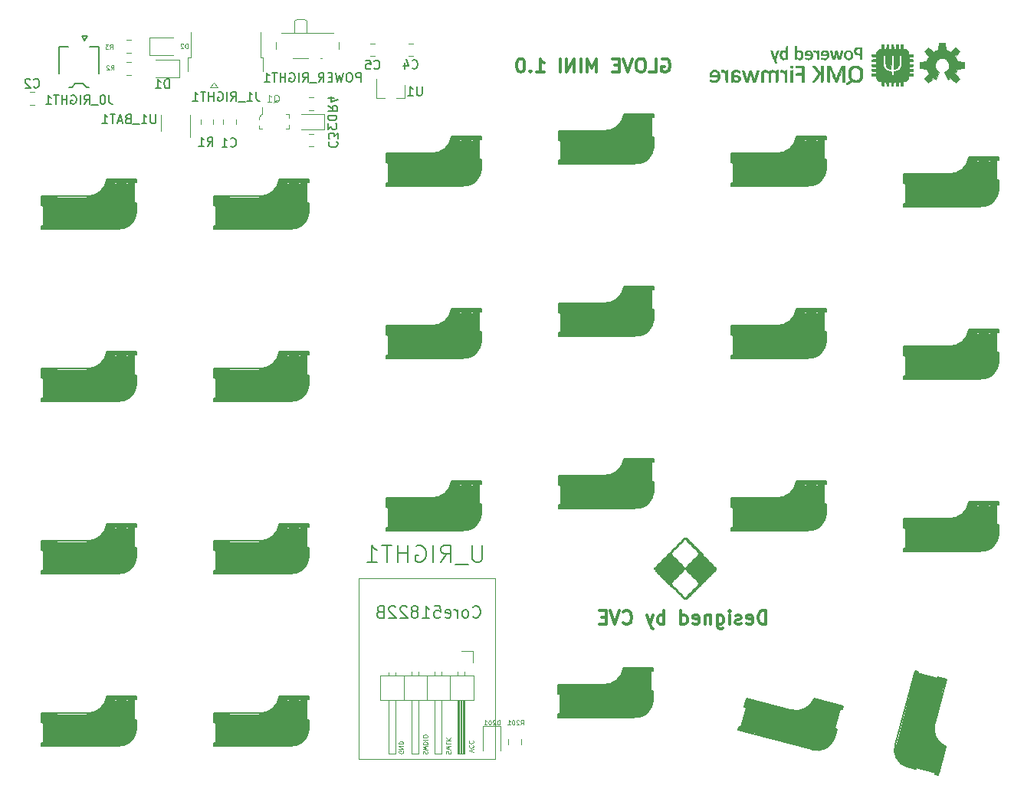
<source format=gbo>
G04 #@! TF.GenerationSoftware,KiCad,Pcbnew,5.0.1*
G04 #@! TF.CreationDate,2019-01-14T11:50:33+01:00*
G04 #@! TF.ProjectId,mini,6D696E692E6B696361645F7063620000,rev?*
G04 #@! TF.SameCoordinates,Original*
G04 #@! TF.FileFunction,Legend,Bot*
G04 #@! TF.FilePolarity,Positive*
%FSLAX46Y46*%
G04 Gerber Fmt 4.6, Leading zero omitted, Abs format (unit mm)*
G04 Created by KiCad (PCBNEW 5.0.1) date Mon 14 Jan 2019 11:50:33 AM CET*
%MOMM*%
%LPD*%
G01*
G04 APERTURE LIST*
%ADD10C,0.125000*%
%ADD11C,0.300000*%
%ADD12C,0.120000*%
%ADD13C,0.100000*%
%ADD14C,0.010000*%
%ADD15C,0.800000*%
%ADD16C,3.000000*%
%ADD17C,0.500000*%
%ADD18C,1.000000*%
%ADD19C,3.500000*%
%ADD20C,0.150000*%
%ADD21C,0.400000*%
%ADD22C,0.152400*%
G04 APERTURE END LIST*
D10*
X119743809Y-105856666D02*
X119243809Y-105690000D01*
X119743809Y-105523333D01*
X119291428Y-105070952D02*
X119267619Y-105094761D01*
X119243809Y-105166190D01*
X119243809Y-105213809D01*
X119267619Y-105285238D01*
X119315238Y-105332857D01*
X119362857Y-105356666D01*
X119458095Y-105380476D01*
X119529523Y-105380476D01*
X119624761Y-105356666D01*
X119672380Y-105332857D01*
X119720000Y-105285238D01*
X119743809Y-105213809D01*
X119743809Y-105166190D01*
X119720000Y-105094761D01*
X119696190Y-105070952D01*
X119291428Y-104570952D02*
X119267619Y-104594761D01*
X119243809Y-104666190D01*
X119243809Y-104713809D01*
X119267619Y-104785238D01*
X119315238Y-104832857D01*
X119362857Y-104856666D01*
X119458095Y-104880476D01*
X119529523Y-104880476D01*
X119624761Y-104856666D01*
X119672380Y-104832857D01*
X119720000Y-104785238D01*
X119743809Y-104713809D01*
X119743809Y-104666190D01*
X119720000Y-104594761D01*
X119696190Y-104570952D01*
X116747619Y-106020952D02*
X116723809Y-105949523D01*
X116723809Y-105830476D01*
X116747619Y-105782857D01*
X116771428Y-105759047D01*
X116819047Y-105735238D01*
X116866666Y-105735238D01*
X116914285Y-105759047D01*
X116938095Y-105782857D01*
X116961904Y-105830476D01*
X116985714Y-105925714D01*
X117009523Y-105973333D01*
X117033333Y-105997142D01*
X117080952Y-106020952D01*
X117128571Y-106020952D01*
X117176190Y-105997142D01*
X117200000Y-105973333D01*
X117223809Y-105925714D01*
X117223809Y-105806666D01*
X117200000Y-105735238D01*
X117223809Y-105568571D02*
X116723809Y-105449523D01*
X117080952Y-105354285D01*
X116723809Y-105259047D01*
X117223809Y-105140000D01*
X116723809Y-104711428D02*
X116723809Y-104949523D01*
X117223809Y-104949523D01*
X116723809Y-104544761D02*
X117223809Y-104544761D01*
X116723809Y-104259047D02*
X117009523Y-104473333D01*
X117223809Y-104259047D02*
X116938095Y-104544761D01*
X114177619Y-106049523D02*
X114153809Y-105978095D01*
X114153809Y-105859047D01*
X114177619Y-105811428D01*
X114201428Y-105787619D01*
X114249047Y-105763809D01*
X114296666Y-105763809D01*
X114344285Y-105787619D01*
X114368095Y-105811428D01*
X114391904Y-105859047D01*
X114415714Y-105954285D01*
X114439523Y-106001904D01*
X114463333Y-106025714D01*
X114510952Y-106049523D01*
X114558571Y-106049523D01*
X114606190Y-106025714D01*
X114630000Y-106001904D01*
X114653809Y-105954285D01*
X114653809Y-105835238D01*
X114630000Y-105763809D01*
X114653809Y-105597142D02*
X114153809Y-105478095D01*
X114510952Y-105382857D01*
X114153809Y-105287619D01*
X114653809Y-105168571D01*
X114153809Y-104978095D02*
X114653809Y-104978095D01*
X114653809Y-104859047D01*
X114630000Y-104787619D01*
X114582380Y-104740000D01*
X114534761Y-104716190D01*
X114439523Y-104692380D01*
X114368095Y-104692380D01*
X114272857Y-104716190D01*
X114225238Y-104740000D01*
X114177619Y-104787619D01*
X114153809Y-104859047D01*
X114153809Y-104978095D01*
X114153809Y-104478095D02*
X114653809Y-104478095D01*
X114653809Y-104144761D02*
X114653809Y-104049523D01*
X114630000Y-104001904D01*
X114582380Y-103954285D01*
X114487142Y-103930476D01*
X114320476Y-103930476D01*
X114225238Y-103954285D01*
X114177619Y-104001904D01*
X114153809Y-104049523D01*
X114153809Y-104144761D01*
X114177619Y-104192380D01*
X114225238Y-104240000D01*
X114320476Y-104263809D01*
X114487142Y-104263809D01*
X114582380Y-104240000D01*
X114630000Y-104192380D01*
X114653809Y-104144761D01*
X111970000Y-105700952D02*
X111993809Y-105748571D01*
X111993809Y-105820000D01*
X111970000Y-105891428D01*
X111922380Y-105939047D01*
X111874761Y-105962857D01*
X111779523Y-105986666D01*
X111708095Y-105986666D01*
X111612857Y-105962857D01*
X111565238Y-105939047D01*
X111517619Y-105891428D01*
X111493809Y-105820000D01*
X111493809Y-105772380D01*
X111517619Y-105700952D01*
X111541428Y-105677142D01*
X111708095Y-105677142D01*
X111708095Y-105772380D01*
X111493809Y-105462857D02*
X111993809Y-105462857D01*
X111493809Y-105177142D01*
X111993809Y-105177142D01*
X111493809Y-104939047D02*
X111993809Y-104939047D01*
X111993809Y-104820000D01*
X111970000Y-104748571D01*
X111922380Y-104700952D01*
X111874761Y-104677142D01*
X111779523Y-104653333D01*
X111708095Y-104653333D01*
X111612857Y-104677142D01*
X111565238Y-104700952D01*
X111517619Y-104748571D01*
X111493809Y-104820000D01*
X111493809Y-104939047D01*
D11*
X152022857Y-91708571D02*
X152022857Y-90208571D01*
X151665714Y-90208571D01*
X151451428Y-90280000D01*
X151308571Y-90422857D01*
X151237142Y-90565714D01*
X151165714Y-90851428D01*
X151165714Y-91065714D01*
X151237142Y-91351428D01*
X151308571Y-91494285D01*
X151451428Y-91637142D01*
X151665714Y-91708571D01*
X152022857Y-91708571D01*
X149951428Y-91637142D02*
X150094285Y-91708571D01*
X150380000Y-91708571D01*
X150522857Y-91637142D01*
X150594285Y-91494285D01*
X150594285Y-90922857D01*
X150522857Y-90780000D01*
X150380000Y-90708571D01*
X150094285Y-90708571D01*
X149951428Y-90780000D01*
X149880000Y-90922857D01*
X149880000Y-91065714D01*
X150594285Y-91208571D01*
X149308571Y-91637142D02*
X149165714Y-91708571D01*
X148880000Y-91708571D01*
X148737142Y-91637142D01*
X148665714Y-91494285D01*
X148665714Y-91422857D01*
X148737142Y-91280000D01*
X148880000Y-91208571D01*
X149094285Y-91208571D01*
X149237142Y-91137142D01*
X149308571Y-90994285D01*
X149308571Y-90922857D01*
X149237142Y-90780000D01*
X149094285Y-90708571D01*
X148880000Y-90708571D01*
X148737142Y-90780000D01*
X148022857Y-91708571D02*
X148022857Y-90708571D01*
X148022857Y-90208571D02*
X148094285Y-90280000D01*
X148022857Y-90351428D01*
X147951428Y-90280000D01*
X148022857Y-90208571D01*
X148022857Y-90351428D01*
X146665714Y-90708571D02*
X146665714Y-91922857D01*
X146737142Y-92065714D01*
X146808571Y-92137142D01*
X146951428Y-92208571D01*
X147165714Y-92208571D01*
X147308571Y-92137142D01*
X146665714Y-91637142D02*
X146808571Y-91708571D01*
X147094285Y-91708571D01*
X147237142Y-91637142D01*
X147308571Y-91565714D01*
X147380000Y-91422857D01*
X147380000Y-90994285D01*
X147308571Y-90851428D01*
X147237142Y-90780000D01*
X147094285Y-90708571D01*
X146808571Y-90708571D01*
X146665714Y-90780000D01*
X145951428Y-90708571D02*
X145951428Y-91708571D01*
X145951428Y-90851428D02*
X145880000Y-90780000D01*
X145737142Y-90708571D01*
X145522857Y-90708571D01*
X145380000Y-90780000D01*
X145308571Y-90922857D01*
X145308571Y-91708571D01*
X144022857Y-91637142D02*
X144165714Y-91708571D01*
X144451428Y-91708571D01*
X144594285Y-91637142D01*
X144665714Y-91494285D01*
X144665714Y-90922857D01*
X144594285Y-90780000D01*
X144451428Y-90708571D01*
X144165714Y-90708571D01*
X144022857Y-90780000D01*
X143951428Y-90922857D01*
X143951428Y-91065714D01*
X144665714Y-91208571D01*
X142665714Y-91708571D02*
X142665714Y-90208571D01*
X142665714Y-91637142D02*
X142808571Y-91708571D01*
X143094285Y-91708571D01*
X143237142Y-91637142D01*
X143308571Y-91565714D01*
X143380000Y-91422857D01*
X143380000Y-90994285D01*
X143308571Y-90851428D01*
X143237142Y-90780000D01*
X143094285Y-90708571D01*
X142808571Y-90708571D01*
X142665714Y-90780000D01*
X140808571Y-91708571D02*
X140808571Y-90208571D01*
X140808571Y-90780000D02*
X140665714Y-90708571D01*
X140380000Y-90708571D01*
X140237142Y-90780000D01*
X140165714Y-90851428D01*
X140094285Y-90994285D01*
X140094285Y-91422857D01*
X140165714Y-91565714D01*
X140237142Y-91637142D01*
X140380000Y-91708571D01*
X140665714Y-91708571D01*
X140808571Y-91637142D01*
X139594285Y-90708571D02*
X139237142Y-91708571D01*
X138880000Y-90708571D02*
X139237142Y-91708571D01*
X139380000Y-92065714D01*
X139451428Y-92137142D01*
X139594285Y-92208571D01*
X136308571Y-91565714D02*
X136380000Y-91637142D01*
X136594285Y-91708571D01*
X136737142Y-91708571D01*
X136951428Y-91637142D01*
X137094285Y-91494285D01*
X137165714Y-91351428D01*
X137237142Y-91065714D01*
X137237142Y-90851428D01*
X137165714Y-90565714D01*
X137094285Y-90422857D01*
X136951428Y-90280000D01*
X136737142Y-90208571D01*
X136594285Y-90208571D01*
X136380000Y-90280000D01*
X136308571Y-90351428D01*
X135880000Y-90208571D02*
X135380000Y-91708571D01*
X134880000Y-90208571D01*
X134380000Y-90922857D02*
X133880000Y-90922857D01*
X133665714Y-91708571D02*
X134380000Y-91708571D01*
X134380000Y-90208571D01*
X133665714Y-90208571D01*
X140607142Y-29250000D02*
X140750000Y-29178571D01*
X140964285Y-29178571D01*
X141178571Y-29250000D01*
X141321428Y-29392857D01*
X141392857Y-29535714D01*
X141464285Y-29821428D01*
X141464285Y-30035714D01*
X141392857Y-30321428D01*
X141321428Y-30464285D01*
X141178571Y-30607142D01*
X140964285Y-30678571D01*
X140821428Y-30678571D01*
X140607142Y-30607142D01*
X140535714Y-30535714D01*
X140535714Y-30035714D01*
X140821428Y-30035714D01*
X139178571Y-30678571D02*
X139892857Y-30678571D01*
X139892857Y-29178571D01*
X138392857Y-29178571D02*
X138107142Y-29178571D01*
X137964285Y-29250000D01*
X137821428Y-29392857D01*
X137750000Y-29678571D01*
X137750000Y-30178571D01*
X137821428Y-30464285D01*
X137964285Y-30607142D01*
X138107142Y-30678571D01*
X138392857Y-30678571D01*
X138535714Y-30607142D01*
X138678571Y-30464285D01*
X138750000Y-30178571D01*
X138750000Y-29678571D01*
X138678571Y-29392857D01*
X138535714Y-29250000D01*
X138392857Y-29178571D01*
X137321428Y-29178571D02*
X136821428Y-30678571D01*
X136321428Y-29178571D01*
X135821428Y-29892857D02*
X135321428Y-29892857D01*
X135107142Y-30678571D02*
X135821428Y-30678571D01*
X135821428Y-29178571D01*
X135107142Y-29178571D01*
X133321428Y-30678571D02*
X133321428Y-29178571D01*
X132821428Y-30250000D01*
X132321428Y-29178571D01*
X132321428Y-30678571D01*
X131607142Y-30678571D02*
X131607142Y-29178571D01*
X130892857Y-30678571D02*
X130892857Y-29178571D01*
X130035714Y-30678571D01*
X130035714Y-29178571D01*
X129321428Y-30678571D02*
X129321428Y-29178571D01*
X126678571Y-30678571D02*
X127535714Y-30678571D01*
X127107142Y-30678571D02*
X127107142Y-29178571D01*
X127250000Y-29392857D01*
X127392857Y-29535714D01*
X127535714Y-29607142D01*
X126035714Y-30535714D02*
X125964285Y-30607142D01*
X126035714Y-30678571D01*
X126107142Y-30607142D01*
X126035714Y-30535714D01*
X126035714Y-30678571D01*
X125035714Y-29178571D02*
X124892857Y-29178571D01*
X124750000Y-29250000D01*
X124678571Y-29321428D01*
X124607142Y-29464285D01*
X124535714Y-29750000D01*
X124535714Y-30107142D01*
X124607142Y-30392857D01*
X124678571Y-30535714D01*
X124750000Y-30607142D01*
X124892857Y-30678571D01*
X125035714Y-30678571D01*
X125178571Y-30607142D01*
X125250000Y-30535714D01*
X125321428Y-30392857D01*
X125392857Y-30107142D01*
X125392857Y-29750000D01*
X125321428Y-29464285D01*
X125250000Y-29321428D01*
X125178571Y-29250000D01*
X125035714Y-29178571D01*
D12*
G04 #@! TO.C,D3*
X103300000Y-35350000D02*
X100750000Y-35350000D01*
X103300000Y-37050000D02*
X100750000Y-37050000D01*
X103300000Y-35350000D02*
X103300000Y-37050000D01*
D13*
G04 #@! TO.C,Q1*
X96061000Y-35941000D02*
X96061000Y-35666000D01*
X96061000Y-35666000D02*
X96336000Y-35291000D01*
X96336000Y-35291000D02*
X96386000Y-35291000D01*
X96386000Y-35291000D02*
X96386000Y-34516000D01*
X99361000Y-35766000D02*
X99361000Y-35291000D01*
X99361000Y-35291000D02*
X99011000Y-35291000D01*
X99136000Y-36941000D02*
X99011000Y-36941000D01*
X99061000Y-36941000D02*
X99361000Y-36941000D01*
X99361000Y-36941000D02*
X99361000Y-36491000D01*
X96061000Y-36566000D02*
X96061000Y-36941000D01*
X96061000Y-36941000D02*
X96361000Y-36941000D01*
D12*
G04 #@! TO.C,D201*
X122747500Y-102991026D02*
X122747500Y-105676026D01*
X120827500Y-102991026D02*
X122747500Y-102991026D01*
X120827500Y-105676026D02*
X120827500Y-102991026D01*
G04 #@! TO.C,R201*
X125037233Y-104443765D02*
X125037233Y-104960921D01*
X123617233Y-104443765D02*
X123617233Y-104960921D01*
D14*
G04 #@! TO.C,G\002A\002A\002A*
G36*
X166943822Y-28104148D02*
X166802795Y-28098420D01*
X166661769Y-28092692D01*
X166652000Y-27868000D01*
X166642230Y-27643308D01*
X166427307Y-27643308D01*
X166416283Y-28104148D01*
X166275257Y-28098420D01*
X166134230Y-28092692D01*
X166114692Y-27643308D01*
X165899769Y-27643308D01*
X165888745Y-28104148D01*
X165747719Y-28098420D01*
X165606692Y-28092692D01*
X165587154Y-27643308D01*
X165372230Y-27643308D01*
X165366719Y-27873728D01*
X165361207Y-28104148D01*
X165220180Y-28098420D01*
X165079154Y-28092692D01*
X165069384Y-27868000D01*
X165059615Y-27643308D01*
X164844692Y-27643308D01*
X164839187Y-27872884D01*
X164833683Y-28102461D01*
X164740091Y-28102461D01*
X164600839Y-28120638D01*
X164475743Y-28172068D01*
X164369453Y-28252102D01*
X164286618Y-28356092D01*
X164231888Y-28479387D01*
X164209910Y-28617340D01*
X164209692Y-28632860D01*
X164209692Y-28726452D01*
X163980115Y-28731957D01*
X163750538Y-28737461D01*
X163744527Y-28843074D01*
X163745295Y-28919302D01*
X163758521Y-28959942D01*
X163764066Y-28964890D01*
X163793266Y-28971580D01*
X163852216Y-28976986D01*
X163931592Y-28980455D01*
X163999654Y-28981393D01*
X164209692Y-28981692D01*
X164209692Y-29253991D01*
X163980115Y-29259495D01*
X163750538Y-29265000D01*
X163744527Y-29370612D01*
X163745295Y-29446840D01*
X163758521Y-29487480D01*
X163764066Y-29492428D01*
X163793266Y-29499119D01*
X163852216Y-29504525D01*
X163931592Y-29507993D01*
X163999654Y-29508931D01*
X164209692Y-29509231D01*
X164209692Y-29781529D01*
X163980115Y-29787034D01*
X163750538Y-29792538D01*
X163744754Y-29902370D01*
X163743134Y-29954586D01*
X163748566Y-29991070D01*
X163766843Y-30014655D01*
X163803757Y-30028172D01*
X163865103Y-30034452D01*
X163956673Y-30036327D01*
X164019192Y-30036502D01*
X164209692Y-30036769D01*
X164209692Y-30309067D01*
X163750538Y-30320077D01*
X163744754Y-30429909D01*
X163743134Y-30482124D01*
X163748566Y-30518609D01*
X163766843Y-30542194D01*
X163803757Y-30555710D01*
X163865103Y-30561990D01*
X163956673Y-30563865D01*
X164019192Y-30564041D01*
X164209692Y-30564308D01*
X164209692Y-30836606D01*
X163980115Y-30842111D01*
X163750538Y-30847615D01*
X163744754Y-30957447D01*
X163743134Y-31009663D01*
X163748566Y-31046147D01*
X163766843Y-31069732D01*
X163803757Y-31083249D01*
X163865103Y-31089529D01*
X163956673Y-31091404D01*
X164019192Y-31091579D01*
X164209692Y-31091846D01*
X164209883Y-31194423D01*
X164228457Y-31328358D01*
X164280843Y-31449062D01*
X164362813Y-31552249D01*
X164470139Y-31633631D01*
X164598591Y-31688919D01*
X164720361Y-31712116D01*
X164834923Y-31722504D01*
X164834923Y-31932321D01*
X164836350Y-32037354D01*
X164842819Y-32109196D01*
X164857609Y-32153694D01*
X164883998Y-32176695D01*
X164925265Y-32184046D01*
X164975133Y-32182309D01*
X165059615Y-32176231D01*
X165069384Y-31951538D01*
X165079154Y-31726846D01*
X165220807Y-31721105D01*
X165362461Y-31715365D01*
X165362461Y-31928752D01*
X165363835Y-32034613D01*
X165370099Y-32107251D01*
X165384470Y-32152480D01*
X165410165Y-32176118D01*
X165450400Y-32183982D01*
X165502671Y-32182309D01*
X165587154Y-32176231D01*
X165592658Y-31946654D01*
X165598163Y-31717077D01*
X165890000Y-31717077D01*
X165890000Y-31929608D01*
X165891386Y-32035271D01*
X165897698Y-32107718D01*
X165912168Y-32152773D01*
X165938027Y-32176258D01*
X165978506Y-32183999D01*
X166030210Y-32182309D01*
X166114692Y-32176231D01*
X166120197Y-31946654D01*
X166125701Y-31717077D01*
X166417538Y-31717077D01*
X166417538Y-31929608D01*
X166418924Y-32035271D01*
X166425237Y-32107718D01*
X166439707Y-32152773D01*
X166465566Y-32176258D01*
X166506045Y-32183999D01*
X166557748Y-32182309D01*
X166642230Y-32176231D01*
X166653240Y-31717077D01*
X166945077Y-31717077D01*
X166945077Y-31928092D01*
X166947445Y-32040985D01*
X166954444Y-32118558D01*
X166965912Y-32159199D01*
X166968523Y-32162554D01*
X167000845Y-32176382D01*
X167053761Y-32184378D01*
X167110549Y-32185661D01*
X167154487Y-32179351D01*
X167166513Y-32172974D01*
X167171738Y-32149280D01*
X167175964Y-32094964D01*
X167178715Y-32018479D01*
X167179538Y-31941338D01*
X167179538Y-31722728D01*
X167305556Y-31710960D01*
X167456495Y-31679978D01*
X167583672Y-31618403D01*
X167685487Y-31527827D01*
X167760337Y-31409842D01*
X167806624Y-31266039D01*
X167816665Y-31202648D01*
X167829688Y-31091846D01*
X168023667Y-31091846D01*
X168131642Y-31090173D01*
X168206517Y-31083348D01*
X168254192Y-31068662D01*
X168280569Y-31043404D01*
X168291548Y-31004867D01*
X168293230Y-30968066D01*
X168288031Y-30910692D01*
X168275043Y-30868679D01*
X168269784Y-30861292D01*
X168236186Y-30849012D01*
X168165356Y-30841170D01*
X168058907Y-30837929D01*
X168035323Y-30837846D01*
X167824307Y-30837846D01*
X167824307Y-30564308D01*
X168020977Y-30564308D01*
X168129554Y-30562674D01*
X168205004Y-30555990D01*
X168253204Y-30541585D01*
X168280032Y-30516787D01*
X168291364Y-30478923D01*
X168293230Y-30440528D01*
X168288031Y-30383153D01*
X168275043Y-30341140D01*
X168269784Y-30333754D01*
X168236186Y-30321473D01*
X168165356Y-30313632D01*
X168058907Y-30310390D01*
X168035323Y-30310308D01*
X167824307Y-30310308D01*
X167824307Y-30036769D01*
X168020977Y-30036769D01*
X168129554Y-30035135D01*
X168205004Y-30028452D01*
X168253204Y-30014047D01*
X168280032Y-29989249D01*
X168291364Y-29951385D01*
X168293231Y-29912989D01*
X168288031Y-29855615D01*
X168275043Y-29813602D01*
X168269784Y-29806215D01*
X168236186Y-29793935D01*
X168165356Y-29786093D01*
X168058907Y-29782852D01*
X168035323Y-29782769D01*
X167824307Y-29782769D01*
X167824307Y-29532884D01*
X167039392Y-29532884D01*
X167039019Y-29671634D01*
X167036917Y-29780723D01*
X167032920Y-29864847D01*
X167026857Y-29928699D01*
X167018561Y-29976977D01*
X167015636Y-29989031D01*
X166955929Y-30145320D01*
X166865237Y-30278738D01*
X166745137Y-30388020D01*
X166597207Y-30471899D01*
X166423022Y-30529108D01*
X166319133Y-30548391D01*
X166163538Y-30570395D01*
X166163538Y-30768598D01*
X166160850Y-30880980D01*
X166152803Y-30955171D01*
X166139426Y-30990910D01*
X166139282Y-30991056D01*
X166102003Y-31005695D01*
X166032675Y-31010565D01*
X165997628Y-31009617D01*
X165880230Y-31003923D01*
X165874706Y-30784115D01*
X165871845Y-30688752D01*
X165868076Y-30625792D01*
X165862040Y-30588567D01*
X165852379Y-30570406D01*
X165837732Y-30564638D01*
X165829921Y-30564308D01*
X165764624Y-30557952D01*
X165676687Y-30541213D01*
X165580000Y-30517581D01*
X165488455Y-30490546D01*
X165415942Y-30463598D01*
X165400847Y-30456496D01*
X165296363Y-30388434D01*
X165195416Y-30296216D01*
X165111975Y-30193346D01*
X165087213Y-30153288D01*
X165057095Y-30096459D01*
X165033260Y-30042320D01*
X165014984Y-29985396D01*
X165001543Y-29920211D01*
X164992212Y-29841288D01*
X164986267Y-29743151D01*
X164982985Y-29620325D01*
X164981640Y-29467334D01*
X164981461Y-29353763D01*
X164981461Y-28836834D01*
X165049846Y-28822735D01*
X165119536Y-28816921D01*
X165186615Y-28822738D01*
X165255000Y-28836841D01*
X165266437Y-29353767D01*
X165271084Y-29523910D01*
X165276889Y-29670747D01*
X165283634Y-29790597D01*
X165291101Y-29879781D01*
X165299071Y-29934620D01*
X165301411Y-29943468D01*
X165358037Y-30057774D01*
X165445517Y-30156523D01*
X165557007Y-30234443D01*
X165685662Y-30286262D01*
X165767647Y-30302558D01*
X165869987Y-30315279D01*
X165875109Y-29576013D01*
X165880230Y-28836747D01*
X165948615Y-28822691D01*
X166018302Y-28816917D01*
X166085384Y-28822764D01*
X166153769Y-28836894D01*
X166158891Y-29575784D01*
X166164012Y-30314673D01*
X166256583Y-30301307D01*
X166403700Y-30263336D01*
X166530084Y-30196480D01*
X166631370Y-30103734D01*
X166698832Y-29997692D01*
X166711161Y-29968746D01*
X166720933Y-29937358D01*
X166728559Y-29898464D01*
X166734451Y-29847000D01*
X166739023Y-29777902D01*
X166742687Y-29686105D01*
X166745854Y-29566547D01*
X166748938Y-29414163D01*
X166749692Y-29373235D01*
X166759461Y-28836702D01*
X166827846Y-28822668D01*
X166897535Y-28816909D01*
X166964615Y-28822761D01*
X167033000Y-28836886D01*
X167038206Y-29359777D01*
X167039392Y-29532884D01*
X167824307Y-29532884D01*
X167824307Y-29509231D01*
X168020977Y-29509231D01*
X168129554Y-29507597D01*
X168205004Y-29500913D01*
X168253204Y-29486509D01*
X168280032Y-29461710D01*
X168291364Y-29423846D01*
X168293230Y-29385451D01*
X168288031Y-29328076D01*
X168275043Y-29286063D01*
X168269784Y-29278677D01*
X168236186Y-29266396D01*
X168165356Y-29258555D01*
X168058907Y-29255313D01*
X168035323Y-29255231D01*
X167824307Y-29255231D01*
X167824307Y-28981692D01*
X168020977Y-28981692D01*
X168129554Y-28980058D01*
X168205004Y-28973375D01*
X168253204Y-28958970D01*
X168280032Y-28934172D01*
X168291364Y-28896308D01*
X168293230Y-28857912D01*
X168288031Y-28800538D01*
X168275043Y-28758525D01*
X168269784Y-28751138D01*
X168236198Y-28738833D01*
X168165595Y-28730980D01*
X168059805Y-28727764D01*
X168038106Y-28727692D01*
X167829874Y-28727692D01*
X167817634Y-28610581D01*
X167797535Y-28492152D01*
X167761217Y-28396713D01*
X167702355Y-28309452D01*
X167676116Y-28279050D01*
X167579357Y-28192572D01*
X167469694Y-28136932D01*
X167337769Y-28107591D01*
X167318247Y-28105447D01*
X167189307Y-28092692D01*
X167169769Y-27643308D01*
X166954846Y-27643308D01*
X166943822Y-28104148D01*
X166943822Y-28104148D01*
G37*
X166943822Y-28104148D02*
X166802795Y-28098420D01*
X166661769Y-28092692D01*
X166652000Y-27868000D01*
X166642230Y-27643308D01*
X166427307Y-27643308D01*
X166416283Y-28104148D01*
X166275257Y-28098420D01*
X166134230Y-28092692D01*
X166114692Y-27643308D01*
X165899769Y-27643308D01*
X165888745Y-28104148D01*
X165747719Y-28098420D01*
X165606692Y-28092692D01*
X165587154Y-27643308D01*
X165372230Y-27643308D01*
X165366719Y-27873728D01*
X165361207Y-28104148D01*
X165220180Y-28098420D01*
X165079154Y-28092692D01*
X165069384Y-27868000D01*
X165059615Y-27643308D01*
X164844692Y-27643308D01*
X164839187Y-27872884D01*
X164833683Y-28102461D01*
X164740091Y-28102461D01*
X164600839Y-28120638D01*
X164475743Y-28172068D01*
X164369453Y-28252102D01*
X164286618Y-28356092D01*
X164231888Y-28479387D01*
X164209910Y-28617340D01*
X164209692Y-28632860D01*
X164209692Y-28726452D01*
X163980115Y-28731957D01*
X163750538Y-28737461D01*
X163744527Y-28843074D01*
X163745295Y-28919302D01*
X163758521Y-28959942D01*
X163764066Y-28964890D01*
X163793266Y-28971580D01*
X163852216Y-28976986D01*
X163931592Y-28980455D01*
X163999654Y-28981393D01*
X164209692Y-28981692D01*
X164209692Y-29253991D01*
X163980115Y-29259495D01*
X163750538Y-29265000D01*
X163744527Y-29370612D01*
X163745295Y-29446840D01*
X163758521Y-29487480D01*
X163764066Y-29492428D01*
X163793266Y-29499119D01*
X163852216Y-29504525D01*
X163931592Y-29507993D01*
X163999654Y-29508931D01*
X164209692Y-29509231D01*
X164209692Y-29781529D01*
X163980115Y-29787034D01*
X163750538Y-29792538D01*
X163744754Y-29902370D01*
X163743134Y-29954586D01*
X163748566Y-29991070D01*
X163766843Y-30014655D01*
X163803757Y-30028172D01*
X163865103Y-30034452D01*
X163956673Y-30036327D01*
X164019192Y-30036502D01*
X164209692Y-30036769D01*
X164209692Y-30309067D01*
X163750538Y-30320077D01*
X163744754Y-30429909D01*
X163743134Y-30482124D01*
X163748566Y-30518609D01*
X163766843Y-30542194D01*
X163803757Y-30555710D01*
X163865103Y-30561990D01*
X163956673Y-30563865D01*
X164019192Y-30564041D01*
X164209692Y-30564308D01*
X164209692Y-30836606D01*
X163980115Y-30842111D01*
X163750538Y-30847615D01*
X163744754Y-30957447D01*
X163743134Y-31009663D01*
X163748566Y-31046147D01*
X163766843Y-31069732D01*
X163803757Y-31083249D01*
X163865103Y-31089529D01*
X163956673Y-31091404D01*
X164019192Y-31091579D01*
X164209692Y-31091846D01*
X164209883Y-31194423D01*
X164228457Y-31328358D01*
X164280843Y-31449062D01*
X164362813Y-31552249D01*
X164470139Y-31633631D01*
X164598591Y-31688919D01*
X164720361Y-31712116D01*
X164834923Y-31722504D01*
X164834923Y-31932321D01*
X164836350Y-32037354D01*
X164842819Y-32109196D01*
X164857609Y-32153694D01*
X164883998Y-32176695D01*
X164925265Y-32184046D01*
X164975133Y-32182309D01*
X165059615Y-32176231D01*
X165069384Y-31951538D01*
X165079154Y-31726846D01*
X165220807Y-31721105D01*
X165362461Y-31715365D01*
X165362461Y-31928752D01*
X165363835Y-32034613D01*
X165370099Y-32107251D01*
X165384470Y-32152480D01*
X165410165Y-32176118D01*
X165450400Y-32183982D01*
X165502671Y-32182309D01*
X165587154Y-32176231D01*
X165592658Y-31946654D01*
X165598163Y-31717077D01*
X165890000Y-31717077D01*
X165890000Y-31929608D01*
X165891386Y-32035271D01*
X165897698Y-32107718D01*
X165912168Y-32152773D01*
X165938027Y-32176258D01*
X165978506Y-32183999D01*
X166030210Y-32182309D01*
X166114692Y-32176231D01*
X166120197Y-31946654D01*
X166125701Y-31717077D01*
X166417538Y-31717077D01*
X166417538Y-31929608D01*
X166418924Y-32035271D01*
X166425237Y-32107718D01*
X166439707Y-32152773D01*
X166465566Y-32176258D01*
X166506045Y-32183999D01*
X166557748Y-32182309D01*
X166642230Y-32176231D01*
X166653240Y-31717077D01*
X166945077Y-31717077D01*
X166945077Y-31928092D01*
X166947445Y-32040985D01*
X166954444Y-32118558D01*
X166965912Y-32159199D01*
X166968523Y-32162554D01*
X167000845Y-32176382D01*
X167053761Y-32184378D01*
X167110549Y-32185661D01*
X167154487Y-32179351D01*
X167166513Y-32172974D01*
X167171738Y-32149280D01*
X167175964Y-32094964D01*
X167178715Y-32018479D01*
X167179538Y-31941338D01*
X167179538Y-31722728D01*
X167305556Y-31710960D01*
X167456495Y-31679978D01*
X167583672Y-31618403D01*
X167685487Y-31527827D01*
X167760337Y-31409842D01*
X167806624Y-31266039D01*
X167816665Y-31202648D01*
X167829688Y-31091846D01*
X168023667Y-31091846D01*
X168131642Y-31090173D01*
X168206517Y-31083348D01*
X168254192Y-31068662D01*
X168280569Y-31043404D01*
X168291548Y-31004867D01*
X168293230Y-30968066D01*
X168288031Y-30910692D01*
X168275043Y-30868679D01*
X168269784Y-30861292D01*
X168236186Y-30849012D01*
X168165356Y-30841170D01*
X168058907Y-30837929D01*
X168035323Y-30837846D01*
X167824307Y-30837846D01*
X167824307Y-30564308D01*
X168020977Y-30564308D01*
X168129554Y-30562674D01*
X168205004Y-30555990D01*
X168253204Y-30541585D01*
X168280032Y-30516787D01*
X168291364Y-30478923D01*
X168293230Y-30440528D01*
X168288031Y-30383153D01*
X168275043Y-30341140D01*
X168269784Y-30333754D01*
X168236186Y-30321473D01*
X168165356Y-30313632D01*
X168058907Y-30310390D01*
X168035323Y-30310308D01*
X167824307Y-30310308D01*
X167824307Y-30036769D01*
X168020977Y-30036769D01*
X168129554Y-30035135D01*
X168205004Y-30028452D01*
X168253204Y-30014047D01*
X168280032Y-29989249D01*
X168291364Y-29951385D01*
X168293231Y-29912989D01*
X168288031Y-29855615D01*
X168275043Y-29813602D01*
X168269784Y-29806215D01*
X168236186Y-29793935D01*
X168165356Y-29786093D01*
X168058907Y-29782852D01*
X168035323Y-29782769D01*
X167824307Y-29782769D01*
X167824307Y-29532884D01*
X167039392Y-29532884D01*
X167039019Y-29671634D01*
X167036917Y-29780723D01*
X167032920Y-29864847D01*
X167026857Y-29928699D01*
X167018561Y-29976977D01*
X167015636Y-29989031D01*
X166955929Y-30145320D01*
X166865237Y-30278738D01*
X166745137Y-30388020D01*
X166597207Y-30471899D01*
X166423022Y-30529108D01*
X166319133Y-30548391D01*
X166163538Y-30570395D01*
X166163538Y-30768598D01*
X166160850Y-30880980D01*
X166152803Y-30955171D01*
X166139426Y-30990910D01*
X166139282Y-30991056D01*
X166102003Y-31005695D01*
X166032675Y-31010565D01*
X165997628Y-31009617D01*
X165880230Y-31003923D01*
X165874706Y-30784115D01*
X165871845Y-30688752D01*
X165868076Y-30625792D01*
X165862040Y-30588567D01*
X165852379Y-30570406D01*
X165837732Y-30564638D01*
X165829921Y-30564308D01*
X165764624Y-30557952D01*
X165676687Y-30541213D01*
X165580000Y-30517581D01*
X165488455Y-30490546D01*
X165415942Y-30463598D01*
X165400847Y-30456496D01*
X165296363Y-30388434D01*
X165195416Y-30296216D01*
X165111975Y-30193346D01*
X165087213Y-30153288D01*
X165057095Y-30096459D01*
X165033260Y-30042320D01*
X165014984Y-29985396D01*
X165001543Y-29920211D01*
X164992212Y-29841288D01*
X164986267Y-29743151D01*
X164982985Y-29620325D01*
X164981640Y-29467334D01*
X164981461Y-29353763D01*
X164981461Y-28836834D01*
X165049846Y-28822735D01*
X165119536Y-28816921D01*
X165186615Y-28822738D01*
X165255000Y-28836841D01*
X165266437Y-29353767D01*
X165271084Y-29523910D01*
X165276889Y-29670747D01*
X165283634Y-29790597D01*
X165291101Y-29879781D01*
X165299071Y-29934620D01*
X165301411Y-29943468D01*
X165358037Y-30057774D01*
X165445517Y-30156523D01*
X165557007Y-30234443D01*
X165685662Y-30286262D01*
X165767647Y-30302558D01*
X165869987Y-30315279D01*
X165875109Y-29576013D01*
X165880230Y-28836747D01*
X165948615Y-28822691D01*
X166018302Y-28816917D01*
X166085384Y-28822764D01*
X166153769Y-28836894D01*
X166158891Y-29575784D01*
X166164012Y-30314673D01*
X166256583Y-30301307D01*
X166403700Y-30263336D01*
X166530084Y-30196480D01*
X166631370Y-30103734D01*
X166698832Y-29997692D01*
X166711161Y-29968746D01*
X166720933Y-29937358D01*
X166728559Y-29898464D01*
X166734451Y-29847000D01*
X166739023Y-29777902D01*
X166742687Y-29686105D01*
X166745854Y-29566547D01*
X166748938Y-29414163D01*
X166749692Y-29373235D01*
X166759461Y-28836702D01*
X166827846Y-28822668D01*
X166897535Y-28816909D01*
X166964615Y-28822761D01*
X167033000Y-28836886D01*
X167038206Y-29359777D01*
X167039392Y-29532884D01*
X167824307Y-29532884D01*
X167824307Y-29509231D01*
X168020977Y-29509231D01*
X168129554Y-29507597D01*
X168205004Y-29500913D01*
X168253204Y-29486509D01*
X168280032Y-29461710D01*
X168291364Y-29423846D01*
X168293230Y-29385451D01*
X168288031Y-29328076D01*
X168275043Y-29286063D01*
X168269784Y-29278677D01*
X168236186Y-29266396D01*
X168165356Y-29258555D01*
X168058907Y-29255313D01*
X168035323Y-29255231D01*
X167824307Y-29255231D01*
X167824307Y-28981692D01*
X168020977Y-28981692D01*
X168129554Y-28980058D01*
X168205004Y-28973375D01*
X168253204Y-28958970D01*
X168280032Y-28934172D01*
X168291364Y-28896308D01*
X168293230Y-28857912D01*
X168288031Y-28800538D01*
X168275043Y-28758525D01*
X168269784Y-28751138D01*
X168236198Y-28738833D01*
X168165595Y-28730980D01*
X168059805Y-28727764D01*
X168038106Y-28727692D01*
X167829874Y-28727692D01*
X167817634Y-28610581D01*
X167797535Y-28492152D01*
X167761217Y-28396713D01*
X167702355Y-28309452D01*
X167676116Y-28279050D01*
X167579357Y-28192572D01*
X167469694Y-28136932D01*
X167337769Y-28107591D01*
X167318247Y-28105447D01*
X167189307Y-28092692D01*
X167169769Y-27643308D01*
X166954846Y-27643308D01*
X166943822Y-28104148D01*
G36*
X161762074Y-29969363D02*
X161622834Y-30002912D01*
X161501285Y-30061682D01*
X161453209Y-30094755D01*
X161353765Y-30183507D01*
X161278123Y-30286069D01*
X161217587Y-30414428D01*
X161213568Y-30425014D01*
X161197201Y-30473919D01*
X161185718Y-30524241D01*
X161178282Y-30584254D01*
X161174061Y-30662235D01*
X161172217Y-30766458D01*
X161171915Y-30837846D01*
X161172350Y-30958407D01*
X161174672Y-31048540D01*
X161179786Y-31116884D01*
X161188595Y-31172075D01*
X161202003Y-31222752D01*
X161216730Y-31266072D01*
X161250053Y-31346572D01*
X161289685Y-31425805D01*
X161318626Y-31473757D01*
X161375254Y-31556062D01*
X161263588Y-31634051D01*
X161187484Y-31684108D01*
X161105752Y-31733178D01*
X161051678Y-31762552D01*
X160977569Y-31810156D01*
X160939023Y-31863304D01*
X160932530Y-31928170D01*
X160938746Y-31961308D01*
X160951206Y-31994087D01*
X160973041Y-32006646D01*
X161013622Y-32000565D01*
X161067044Y-31982923D01*
X161176357Y-31933815D01*
X161300785Y-31860760D01*
X161430283Y-31769706D01*
X161441028Y-31761463D01*
X161554287Y-31673973D01*
X161655951Y-31719640D01*
X161753306Y-31749115D01*
X161874547Y-31764602D01*
X162007088Y-31766145D01*
X162138342Y-31753787D01*
X162255724Y-31727573D01*
X162285154Y-31717468D01*
X162410672Y-31650609D01*
X162522568Y-31553850D01*
X162612273Y-31436040D01*
X162664886Y-31325349D01*
X162689994Y-31227689D01*
X162708653Y-31103753D01*
X162720154Y-30965921D01*
X162722986Y-30857385D01*
X162479217Y-30857385D01*
X162475309Y-31017076D01*
X162460864Y-31145683D01*
X162434310Y-31250158D01*
X162394078Y-31337449D01*
X162359011Y-31389360D01*
X162268875Y-31476228D01*
X162156783Y-31535482D01*
X162029621Y-31565870D01*
X161894276Y-31566141D01*
X161757636Y-31535045D01*
X161696066Y-31509780D01*
X161596545Y-31445607D01*
X161516754Y-31354648D01*
X161452171Y-31231645D01*
X161447992Y-31221424D01*
X161430800Y-31172507D01*
X161419178Y-31120682D01*
X161412129Y-31056915D01*
X161408653Y-30972173D01*
X161407753Y-30857422D01*
X161407753Y-30857385D01*
X161412139Y-30699639D01*
X161426558Y-30573117D01*
X161453114Y-30470778D01*
X161493912Y-30385580D01*
X161551057Y-30310483D01*
X161580228Y-30280465D01*
X161669352Y-30212121D01*
X161771369Y-30171294D01*
X161895359Y-30154733D01*
X161933461Y-30154000D01*
X162060774Y-30163615D01*
X162164421Y-30195237D01*
X162255501Y-30253027D01*
X162297111Y-30290400D01*
X162366533Y-30368573D01*
X162416953Y-30452384D01*
X162450824Y-30549464D01*
X162470593Y-30667441D01*
X162478713Y-30813943D01*
X162479217Y-30857385D01*
X162722986Y-30857385D01*
X162723791Y-30826569D01*
X162718858Y-30698074D01*
X162706279Y-30600790D01*
X162654652Y-30420315D01*
X162576831Y-30268774D01*
X162473445Y-30146686D01*
X162345128Y-30054573D01*
X162192511Y-29992953D01*
X162016225Y-29962348D01*
X161926699Y-29958827D01*
X161762074Y-29969363D01*
X161762074Y-29969363D01*
G37*
X161762074Y-29969363D02*
X161622834Y-30002912D01*
X161501285Y-30061682D01*
X161453209Y-30094755D01*
X161353765Y-30183507D01*
X161278123Y-30286069D01*
X161217587Y-30414428D01*
X161213568Y-30425014D01*
X161197201Y-30473919D01*
X161185718Y-30524241D01*
X161178282Y-30584254D01*
X161174061Y-30662235D01*
X161172217Y-30766458D01*
X161171915Y-30837846D01*
X161172350Y-30958407D01*
X161174672Y-31048540D01*
X161179786Y-31116884D01*
X161188595Y-31172075D01*
X161202003Y-31222752D01*
X161216730Y-31266072D01*
X161250053Y-31346572D01*
X161289685Y-31425805D01*
X161318626Y-31473757D01*
X161375254Y-31556062D01*
X161263588Y-31634051D01*
X161187484Y-31684108D01*
X161105752Y-31733178D01*
X161051678Y-31762552D01*
X160977569Y-31810156D01*
X160939023Y-31863304D01*
X160932530Y-31928170D01*
X160938746Y-31961308D01*
X160951206Y-31994087D01*
X160973041Y-32006646D01*
X161013622Y-32000565D01*
X161067044Y-31982923D01*
X161176357Y-31933815D01*
X161300785Y-31860760D01*
X161430283Y-31769706D01*
X161441028Y-31761463D01*
X161554287Y-31673973D01*
X161655951Y-31719640D01*
X161753306Y-31749115D01*
X161874547Y-31764602D01*
X162007088Y-31766145D01*
X162138342Y-31753787D01*
X162255724Y-31727573D01*
X162285154Y-31717468D01*
X162410672Y-31650609D01*
X162522568Y-31553850D01*
X162612273Y-31436040D01*
X162664886Y-31325349D01*
X162689994Y-31227689D01*
X162708653Y-31103753D01*
X162720154Y-30965921D01*
X162722986Y-30857385D01*
X162479217Y-30857385D01*
X162475309Y-31017076D01*
X162460864Y-31145683D01*
X162434310Y-31250158D01*
X162394078Y-31337449D01*
X162359011Y-31389360D01*
X162268875Y-31476228D01*
X162156783Y-31535482D01*
X162029621Y-31565870D01*
X161894276Y-31566141D01*
X161757636Y-31535045D01*
X161696066Y-31509780D01*
X161596545Y-31445607D01*
X161516754Y-31354648D01*
X161452171Y-31231645D01*
X161447992Y-31221424D01*
X161430800Y-31172507D01*
X161419178Y-31120682D01*
X161412129Y-31056915D01*
X161408653Y-30972173D01*
X161407753Y-30857422D01*
X161407753Y-30857385D01*
X161412139Y-30699639D01*
X161426558Y-30573117D01*
X161453114Y-30470778D01*
X161493912Y-30385580D01*
X161551057Y-30310483D01*
X161580228Y-30280465D01*
X161669352Y-30212121D01*
X161771369Y-30171294D01*
X161895359Y-30154733D01*
X161933461Y-30154000D01*
X162060774Y-30163615D01*
X162164421Y-30195237D01*
X162255501Y-30253027D01*
X162297111Y-30290400D01*
X162366533Y-30368573D01*
X162416953Y-30452384D01*
X162450824Y-30549464D01*
X162470593Y-30667441D01*
X162478713Y-30813943D01*
X162479217Y-30857385D01*
X162722986Y-30857385D01*
X162723791Y-30826569D01*
X162718858Y-30698074D01*
X162706279Y-30600790D01*
X162654652Y-30420315D01*
X162576831Y-30268774D01*
X162473445Y-30146686D01*
X162345128Y-30054573D01*
X162192511Y-29992953D01*
X162016225Y-29962348D01*
X161926699Y-29958827D01*
X161762074Y-29969363D01*
G36*
X148583452Y-30432405D02*
X148491440Y-30449331D01*
X148407601Y-30489756D01*
X148330305Y-30556828D01*
X148271469Y-30638489D01*
X148248302Y-30695384D01*
X148240642Y-30746890D01*
X148235138Y-30835188D01*
X148231854Y-30958048D01*
X148230857Y-31113240D01*
X148231770Y-31261291D01*
X148237000Y-31746385D01*
X148315154Y-31746385D01*
X148365414Y-31744138D01*
X148388785Y-31730338D01*
X148397441Y-31694391D01*
X148399371Y-31673115D01*
X148405564Y-31626005D01*
X148413318Y-31601045D01*
X148415171Y-31599846D01*
X148434750Y-31611035D01*
X148473710Y-31639521D01*
X148499213Y-31659561D01*
X148610287Y-31726487D01*
X148735192Y-31764275D01*
X148863208Y-31770933D01*
X148974399Y-31747890D01*
X149085364Y-31693989D01*
X149162257Y-31622184D01*
X149206961Y-31529599D01*
X149221357Y-31413358D01*
X149220785Y-31396230D01*
X149003271Y-31396230D01*
X148991462Y-31443795D01*
X148950427Y-31519424D01*
X148884710Y-31571551D01*
X148802616Y-31597620D01*
X148712451Y-31595075D01*
X148622520Y-31561361D01*
X148618000Y-31558704D01*
X148557082Y-31517274D01*
X148500266Y-31471248D01*
X148495884Y-31467198D01*
X148467105Y-31436261D01*
X148450916Y-31403421D01*
X148443778Y-31356403D01*
X148442154Y-31282926D01*
X148442154Y-31144779D01*
X148634633Y-31155385D01*
X148757967Y-31166263D01*
X148848928Y-31185007D01*
X148913862Y-31214197D01*
X148959114Y-31256413D01*
X148983494Y-31297205D01*
X149002852Y-31348882D01*
X149003271Y-31396230D01*
X149220785Y-31396230D01*
X149219995Y-31372606D01*
X149198713Y-31260270D01*
X149149543Y-31169246D01*
X149070944Y-31098520D01*
X148961374Y-31047074D01*
X148819290Y-31013893D01*
X148652192Y-30998335D01*
X148442154Y-30989134D01*
X148442263Y-30918375D01*
X148454756Y-30807758D01*
X148489645Y-30715215D01*
X148530678Y-30661435D01*
X148599335Y-30621765D01*
X148691548Y-30604276D01*
X148798568Y-30609164D01*
X148911644Y-30636627D01*
X148951831Y-30651945D01*
X149022336Y-30680389D01*
X149084257Y-30703278D01*
X149122361Y-30715148D01*
X149150227Y-30718630D01*
X149162186Y-30705523D01*
X149163112Y-30666585D01*
X149161438Y-30641057D01*
X149152471Y-30582687D01*
X149130021Y-30546378D01*
X149091901Y-30519567D01*
X148985033Y-30473659D01*
X148855379Y-30442743D01*
X148716873Y-30428448D01*
X148583452Y-30432405D01*
X148583452Y-30432405D01*
G37*
X148583452Y-30432405D02*
X148491440Y-30449331D01*
X148407601Y-30489756D01*
X148330305Y-30556828D01*
X148271469Y-30638489D01*
X148248302Y-30695384D01*
X148240642Y-30746890D01*
X148235138Y-30835188D01*
X148231854Y-30958048D01*
X148230857Y-31113240D01*
X148231770Y-31261291D01*
X148237000Y-31746385D01*
X148315154Y-31746385D01*
X148365414Y-31744138D01*
X148388785Y-31730338D01*
X148397441Y-31694391D01*
X148399371Y-31673115D01*
X148405564Y-31626005D01*
X148413318Y-31601045D01*
X148415171Y-31599846D01*
X148434750Y-31611035D01*
X148473710Y-31639521D01*
X148499213Y-31659561D01*
X148610287Y-31726487D01*
X148735192Y-31764275D01*
X148863208Y-31770933D01*
X148974399Y-31747890D01*
X149085364Y-31693989D01*
X149162257Y-31622184D01*
X149206961Y-31529599D01*
X149221357Y-31413358D01*
X149220785Y-31396230D01*
X149003271Y-31396230D01*
X148991462Y-31443795D01*
X148950427Y-31519424D01*
X148884710Y-31571551D01*
X148802616Y-31597620D01*
X148712451Y-31595075D01*
X148622520Y-31561361D01*
X148618000Y-31558704D01*
X148557082Y-31517274D01*
X148500266Y-31471248D01*
X148495884Y-31467198D01*
X148467105Y-31436261D01*
X148450916Y-31403421D01*
X148443778Y-31356403D01*
X148442154Y-31282926D01*
X148442154Y-31144779D01*
X148634633Y-31155385D01*
X148757967Y-31166263D01*
X148848928Y-31185007D01*
X148913862Y-31214197D01*
X148959114Y-31256413D01*
X148983494Y-31297205D01*
X149002852Y-31348882D01*
X149003271Y-31396230D01*
X149220785Y-31396230D01*
X149219995Y-31372606D01*
X149198713Y-31260270D01*
X149149543Y-31169246D01*
X149070944Y-31098520D01*
X148961374Y-31047074D01*
X148819290Y-31013893D01*
X148652192Y-30998335D01*
X148442154Y-30989134D01*
X148442263Y-30918375D01*
X148454756Y-30807758D01*
X148489645Y-30715215D01*
X148530678Y-30661435D01*
X148599335Y-30621765D01*
X148691548Y-30604276D01*
X148798568Y-30609164D01*
X148911644Y-30636627D01*
X148951831Y-30651945D01*
X149022336Y-30680389D01*
X149084257Y-30703278D01*
X149122361Y-30715148D01*
X149150227Y-30718630D01*
X149162186Y-30705523D01*
X149163112Y-30666585D01*
X149161438Y-30641057D01*
X149152471Y-30582687D01*
X149130021Y-30546378D01*
X149091901Y-30519567D01*
X148985033Y-30473659D01*
X148855379Y-30442743D01*
X148716873Y-30428448D01*
X148583452Y-30432405D01*
G36*
X146231050Y-30437898D02*
X146099055Y-30476087D01*
X145990455Y-30545193D01*
X145906286Y-30644301D01*
X145847584Y-30772496D01*
X145815385Y-30928862D01*
X145814678Y-30935538D01*
X145808507Y-30998368D01*
X145807330Y-31046836D01*
X145815460Y-31082884D01*
X145837210Y-31108449D01*
X145876891Y-31125471D01*
X145938816Y-31135890D01*
X146027297Y-31141644D01*
X146146646Y-31144673D01*
X146284167Y-31146675D01*
X146708471Y-31152657D01*
X146697457Y-31259374D01*
X146670354Y-31380160D01*
X146616574Y-31472796D01*
X146535605Y-31537693D01*
X146426939Y-31575263D01*
X146292923Y-31585963D01*
X146170491Y-31576148D01*
X146051266Y-31552796D01*
X146020823Y-31543982D01*
X145955091Y-31525188D01*
X145904108Y-31514451D01*
X145879169Y-31514052D01*
X145866253Y-31541176D01*
X145863547Y-31588161D01*
X145870131Y-31637411D01*
X145885087Y-31671329D01*
X145887500Y-31673614D01*
X145945214Y-31704190D01*
X146031715Y-31729887D01*
X146136885Y-31749490D01*
X146250603Y-31761786D01*
X146362754Y-31765560D01*
X146463217Y-31759599D01*
X146519434Y-31749432D01*
X146652732Y-31700188D01*
X146758773Y-31626415D01*
X146838810Y-31526322D01*
X146894092Y-31398118D01*
X146925873Y-31240011D01*
X146932904Y-31157478D01*
X146929669Y-30978874D01*
X146928796Y-30974615D01*
X146708376Y-30974615D01*
X146038923Y-30974615D01*
X146039244Y-30901346D01*
X146055726Y-30814574D01*
X146098575Y-30728674D01*
X146158980Y-30659153D01*
X146189177Y-30637556D01*
X146268950Y-30609296D01*
X146365561Y-30601545D01*
X146462474Y-30614489D01*
X146517371Y-30633886D01*
X146592897Y-30688985D01*
X146654002Y-30770085D01*
X146691942Y-30864522D01*
X146697706Y-30895064D01*
X146708376Y-30974615D01*
X146928796Y-30974615D01*
X146898163Y-30825234D01*
X146837585Y-30693731D01*
X146779422Y-30615562D01*
X146692270Y-30531143D01*
X146600431Y-30475619D01*
X146492607Y-30443715D01*
X146385403Y-30431541D01*
X146231050Y-30437898D01*
X146231050Y-30437898D01*
G37*
X146231050Y-30437898D02*
X146099055Y-30476087D01*
X145990455Y-30545193D01*
X145906286Y-30644301D01*
X145847584Y-30772496D01*
X145815385Y-30928862D01*
X145814678Y-30935538D01*
X145808507Y-30998368D01*
X145807330Y-31046836D01*
X145815460Y-31082884D01*
X145837210Y-31108449D01*
X145876891Y-31125471D01*
X145938816Y-31135890D01*
X146027297Y-31141644D01*
X146146646Y-31144673D01*
X146284167Y-31146675D01*
X146708471Y-31152657D01*
X146697457Y-31259374D01*
X146670354Y-31380160D01*
X146616574Y-31472796D01*
X146535605Y-31537693D01*
X146426939Y-31575263D01*
X146292923Y-31585963D01*
X146170491Y-31576148D01*
X146051266Y-31552796D01*
X146020823Y-31543982D01*
X145955091Y-31525188D01*
X145904108Y-31514451D01*
X145879169Y-31514052D01*
X145866253Y-31541176D01*
X145863547Y-31588161D01*
X145870131Y-31637411D01*
X145885087Y-31671329D01*
X145887500Y-31673614D01*
X145945214Y-31704190D01*
X146031715Y-31729887D01*
X146136885Y-31749490D01*
X146250603Y-31761786D01*
X146362754Y-31765560D01*
X146463217Y-31759599D01*
X146519434Y-31749432D01*
X146652732Y-31700188D01*
X146758773Y-31626415D01*
X146838810Y-31526322D01*
X146894092Y-31398118D01*
X146925873Y-31240011D01*
X146932904Y-31157478D01*
X146929669Y-30978874D01*
X146928796Y-30974615D01*
X146708376Y-30974615D01*
X146038923Y-30974615D01*
X146039244Y-30901346D01*
X146055726Y-30814574D01*
X146098575Y-30728674D01*
X146158980Y-30659153D01*
X146189177Y-30637556D01*
X146268950Y-30609296D01*
X146365561Y-30601545D01*
X146462474Y-30614489D01*
X146517371Y-30633886D01*
X146592897Y-30688985D01*
X146654002Y-30770085D01*
X146691942Y-30864522D01*
X146697706Y-30895064D01*
X146708376Y-30974615D01*
X146928796Y-30974615D01*
X146898163Y-30825234D01*
X146837585Y-30693731D01*
X146779422Y-30615562D01*
X146692270Y-30531143D01*
X146600431Y-30475619D01*
X146492607Y-30443715D01*
X146385403Y-30431541D01*
X146231050Y-30437898D01*
G36*
X158903296Y-29984581D02*
X158854007Y-30003616D01*
X158847780Y-30008857D01*
X158840290Y-30020063D01*
X158834106Y-30039622D01*
X158829105Y-30070990D01*
X158825167Y-30117625D01*
X158822170Y-30182984D01*
X158819994Y-30270522D01*
X158818518Y-30383698D01*
X158817621Y-30525969D01*
X158817181Y-30700790D01*
X158817077Y-30885997D01*
X158816994Y-31093318D01*
X158817050Y-31264925D01*
X158817695Y-31404179D01*
X158819384Y-31514441D01*
X158822569Y-31599075D01*
X158827703Y-31661441D01*
X158835239Y-31704900D01*
X158845630Y-31732814D01*
X158859328Y-31748546D01*
X158876787Y-31755455D01*
X158898460Y-31756905D01*
X158924798Y-31756256D01*
X158934307Y-31756154D01*
X158963185Y-31756700D01*
X158986901Y-31756011D01*
X159005966Y-31750597D01*
X159020888Y-31736969D01*
X159032176Y-31711637D01*
X159040339Y-31671111D01*
X159045886Y-31611902D01*
X159049327Y-31530519D01*
X159051169Y-31423474D01*
X159051923Y-31287275D01*
X159052098Y-31118434D01*
X159052169Y-30948102D01*
X159052800Y-30163769D01*
X159367910Y-30945308D01*
X159434837Y-31110435D01*
X159497889Y-31264338D01*
X159555461Y-31403224D01*
X159605949Y-31523298D01*
X159647751Y-31620768D01*
X159679263Y-31691838D01*
X159698881Y-31732715D01*
X159704318Y-31741201D01*
X159737181Y-31750966D01*
X159788691Y-31755513D01*
X159794000Y-31755555D01*
X159846349Y-31751695D01*
X159882144Y-31742290D01*
X159883980Y-31741201D01*
X159895364Y-31720454D01*
X159919087Y-31667012D01*
X159953597Y-31584704D01*
X159997343Y-31477359D01*
X160048773Y-31348808D01*
X160106337Y-31202880D01*
X160168484Y-31043404D01*
X160206365Y-30945308D01*
X160507154Y-30163769D01*
X160526692Y-31746385D01*
X160614717Y-31752144D01*
X160678114Y-31750480D01*
X160721174Y-31738071D01*
X160727063Y-31733583D01*
X160733469Y-31708022D01*
X160738970Y-31648393D01*
X160743568Y-31559694D01*
X160747265Y-31446921D01*
X160750064Y-31315072D01*
X160751968Y-31169146D01*
X160752979Y-31014140D01*
X160753100Y-30855052D01*
X160752333Y-30696880D01*
X160750682Y-30544621D01*
X160748148Y-30403273D01*
X160744734Y-30277834D01*
X160740443Y-30173302D01*
X160735278Y-30094674D01*
X160729240Y-30046948D01*
X160726182Y-30036769D01*
X160708130Y-30009599D01*
X160681273Y-29993920D01*
X160634779Y-29985767D01*
X160576665Y-29982021D01*
X160473960Y-29983082D01*
X160400489Y-29999929D01*
X160348393Y-30036055D01*
X160309812Y-30094952D01*
X160306451Y-30102106D01*
X160290397Y-30139659D01*
X160262073Y-30208612D01*
X160223477Y-30303986D01*
X160176610Y-30420805D01*
X160123471Y-30554090D01*
X160066061Y-30698863D01*
X160028305Y-30794473D01*
X159970882Y-30938755D01*
X159917596Y-31070007D01*
X159870185Y-31184157D01*
X159830384Y-31277134D01*
X159799927Y-31344863D01*
X159780551Y-31383272D01*
X159774341Y-31390396D01*
X159764197Y-31369397D01*
X159741055Y-31316337D01*
X159706649Y-31235352D01*
X159662713Y-31130574D01*
X159610980Y-31006138D01*
X159553183Y-30866179D01*
X159491056Y-30714829D01*
X159490891Y-30714426D01*
X159411225Y-30521306D01*
X159344361Y-30362671D01*
X159289346Y-30236427D01*
X159245224Y-30140484D01*
X159211043Y-30072749D01*
X159185850Y-30031132D01*
X159172442Y-30015926D01*
X159121751Y-29992564D01*
X159050865Y-29979353D01*
X158973481Y-29976593D01*
X158903296Y-29984581D01*
X158903296Y-29984581D01*
G37*
X158903296Y-29984581D02*
X158854007Y-30003616D01*
X158847780Y-30008857D01*
X158840290Y-30020063D01*
X158834106Y-30039622D01*
X158829105Y-30070990D01*
X158825167Y-30117625D01*
X158822170Y-30182984D01*
X158819994Y-30270522D01*
X158818518Y-30383698D01*
X158817621Y-30525969D01*
X158817181Y-30700790D01*
X158817077Y-30885997D01*
X158816994Y-31093318D01*
X158817050Y-31264925D01*
X158817695Y-31404179D01*
X158819384Y-31514441D01*
X158822569Y-31599075D01*
X158827703Y-31661441D01*
X158835239Y-31704900D01*
X158845630Y-31732814D01*
X158859328Y-31748546D01*
X158876787Y-31755455D01*
X158898460Y-31756905D01*
X158924798Y-31756256D01*
X158934307Y-31756154D01*
X158963185Y-31756700D01*
X158986901Y-31756011D01*
X159005966Y-31750597D01*
X159020888Y-31736969D01*
X159032176Y-31711637D01*
X159040339Y-31671111D01*
X159045886Y-31611902D01*
X159049327Y-31530519D01*
X159051169Y-31423474D01*
X159051923Y-31287275D01*
X159052098Y-31118434D01*
X159052169Y-30948102D01*
X159052800Y-30163769D01*
X159367910Y-30945308D01*
X159434837Y-31110435D01*
X159497889Y-31264338D01*
X159555461Y-31403224D01*
X159605949Y-31523298D01*
X159647751Y-31620768D01*
X159679263Y-31691838D01*
X159698881Y-31732715D01*
X159704318Y-31741201D01*
X159737181Y-31750966D01*
X159788691Y-31755513D01*
X159794000Y-31755555D01*
X159846349Y-31751695D01*
X159882144Y-31742290D01*
X159883980Y-31741201D01*
X159895364Y-31720454D01*
X159919087Y-31667012D01*
X159953597Y-31584704D01*
X159997343Y-31477359D01*
X160048773Y-31348808D01*
X160106337Y-31202880D01*
X160168484Y-31043404D01*
X160206365Y-30945308D01*
X160507154Y-30163769D01*
X160526692Y-31746385D01*
X160614717Y-31752144D01*
X160678114Y-31750480D01*
X160721174Y-31738071D01*
X160727063Y-31733583D01*
X160733469Y-31708022D01*
X160738970Y-31648393D01*
X160743568Y-31559694D01*
X160747265Y-31446921D01*
X160750064Y-31315072D01*
X160751968Y-31169146D01*
X160752979Y-31014140D01*
X160753100Y-30855052D01*
X160752333Y-30696880D01*
X160750682Y-30544621D01*
X160748148Y-30403273D01*
X160744734Y-30277834D01*
X160740443Y-30173302D01*
X160735278Y-30094674D01*
X160729240Y-30046948D01*
X160726182Y-30036769D01*
X160708130Y-30009599D01*
X160681273Y-29993920D01*
X160634779Y-29985767D01*
X160576665Y-29982021D01*
X160473960Y-29983082D01*
X160400489Y-29999929D01*
X160348393Y-30036055D01*
X160309812Y-30094952D01*
X160306451Y-30102106D01*
X160290397Y-30139659D01*
X160262073Y-30208612D01*
X160223477Y-30303986D01*
X160176610Y-30420805D01*
X160123471Y-30554090D01*
X160066061Y-30698863D01*
X160028305Y-30794473D01*
X159970882Y-30938755D01*
X159917596Y-31070007D01*
X159870185Y-31184157D01*
X159830384Y-31277134D01*
X159799927Y-31344863D01*
X159780551Y-31383272D01*
X159774341Y-31390396D01*
X159764197Y-31369397D01*
X159741055Y-31316337D01*
X159706649Y-31235352D01*
X159662713Y-31130574D01*
X159610980Y-31006138D01*
X159553183Y-30866179D01*
X159491056Y-30714829D01*
X159490891Y-30714426D01*
X159411225Y-30521306D01*
X159344361Y-30362671D01*
X159289346Y-30236427D01*
X159245224Y-30140484D01*
X159211043Y-30072749D01*
X159185850Y-30031132D01*
X159172442Y-30015926D01*
X159121751Y-29992564D01*
X159050865Y-29979353D01*
X158973481Y-29976593D01*
X158903296Y-29984581D01*
G36*
X158109196Y-30389346D02*
X158103923Y-30800539D01*
X157777063Y-30389346D01*
X157450202Y-29978154D01*
X157343485Y-29978154D01*
X157282496Y-29981065D01*
X157239115Y-29988555D01*
X157226124Y-29995376D01*
X157224616Y-30009944D01*
X157234555Y-30034707D01*
X157258197Y-30072709D01*
X157297797Y-30126993D01*
X157355609Y-30200603D01*
X157433888Y-30296581D01*
X157534891Y-30417971D01*
X157572570Y-30462907D01*
X157651803Y-30558128D01*
X157721721Y-30643794D01*
X157778636Y-30715253D01*
X157818859Y-30767848D01*
X157838704Y-30796927D01*
X157840154Y-30800636D01*
X157828778Y-30820626D01*
X157796683Y-30867441D01*
X157746913Y-30936887D01*
X157682516Y-31024769D01*
X157606536Y-31126892D01*
X157522020Y-31239063D01*
X157515985Y-31247021D01*
X157410522Y-31387718D01*
X157325033Y-31505320D01*
X157260628Y-31598209D01*
X157218413Y-31664768D01*
X157199497Y-31703378D01*
X157198645Y-31710369D01*
X157220737Y-31739795D01*
X157271517Y-31752709D01*
X157316359Y-31755463D01*
X157354768Y-31751825D01*
X157390958Y-31738150D01*
X157429147Y-31710793D01*
X157473553Y-31666111D01*
X157528390Y-31600460D01*
X157597876Y-31510196D01*
X157680791Y-31399011D01*
X157761169Y-31290568D01*
X157839608Y-31184739D01*
X157910990Y-31088428D01*
X157970194Y-31008544D01*
X158012103Y-30951993D01*
X158017057Y-30945308D01*
X158103923Y-30828077D01*
X158123461Y-31746385D01*
X158211486Y-31752144D01*
X158274883Y-31750480D01*
X158317944Y-31738071D01*
X158323832Y-31733583D01*
X158330079Y-31718219D01*
X158335251Y-31683891D01*
X158339428Y-31627809D01*
X158342688Y-31547186D01*
X158345110Y-31439234D01*
X158346774Y-31301167D01*
X158347759Y-31130195D01*
X158348142Y-30923531D01*
X158348154Y-30874613D01*
X158347883Y-30696863D01*
X158347111Y-30530612D01*
X158345893Y-30380062D01*
X158344289Y-30249416D01*
X158342355Y-30142874D01*
X158340149Y-30064641D01*
X158337729Y-30018917D01*
X158336294Y-30009059D01*
X158316530Y-29989486D01*
X158271485Y-29979951D01*
X158219452Y-29978154D01*
X158114469Y-29978154D01*
X158109196Y-30389346D01*
X158109196Y-30389346D01*
G37*
X158109196Y-30389346D02*
X158103923Y-30800539D01*
X157777063Y-30389346D01*
X157450202Y-29978154D01*
X157343485Y-29978154D01*
X157282496Y-29981065D01*
X157239115Y-29988555D01*
X157226124Y-29995376D01*
X157224616Y-30009944D01*
X157234555Y-30034707D01*
X157258197Y-30072709D01*
X157297797Y-30126993D01*
X157355609Y-30200603D01*
X157433888Y-30296581D01*
X157534891Y-30417971D01*
X157572570Y-30462907D01*
X157651803Y-30558128D01*
X157721721Y-30643794D01*
X157778636Y-30715253D01*
X157818859Y-30767848D01*
X157838704Y-30796927D01*
X157840154Y-30800636D01*
X157828778Y-30820626D01*
X157796683Y-30867441D01*
X157746913Y-30936887D01*
X157682516Y-31024769D01*
X157606536Y-31126892D01*
X157522020Y-31239063D01*
X157515985Y-31247021D01*
X157410522Y-31387718D01*
X157325033Y-31505320D01*
X157260628Y-31598209D01*
X157218413Y-31664768D01*
X157199497Y-31703378D01*
X157198645Y-31710369D01*
X157220737Y-31739795D01*
X157271517Y-31752709D01*
X157316359Y-31755463D01*
X157354768Y-31751825D01*
X157390958Y-31738150D01*
X157429147Y-31710793D01*
X157473553Y-31666111D01*
X157528390Y-31600460D01*
X157597876Y-31510196D01*
X157680791Y-31399011D01*
X157761169Y-31290568D01*
X157839608Y-31184739D01*
X157910990Y-31088428D01*
X157970194Y-31008544D01*
X158012103Y-30951993D01*
X158017057Y-30945308D01*
X158103923Y-30828077D01*
X158123461Y-31746385D01*
X158211486Y-31752144D01*
X158274883Y-31750480D01*
X158317944Y-31738071D01*
X158323832Y-31733583D01*
X158330079Y-31718219D01*
X158335251Y-31683891D01*
X158339428Y-31627809D01*
X158342688Y-31547186D01*
X158345110Y-31439234D01*
X158346774Y-31301167D01*
X158347759Y-31130195D01*
X158348142Y-30923531D01*
X158348154Y-30874613D01*
X158347883Y-30696863D01*
X158347111Y-30530612D01*
X158345893Y-30380062D01*
X158344289Y-30249416D01*
X158342355Y-30142874D01*
X158340149Y-30064641D01*
X158337729Y-30018917D01*
X158336294Y-30009059D01*
X158316530Y-29989486D01*
X158271485Y-29979951D01*
X158219452Y-29978154D01*
X158114469Y-29978154D01*
X158109196Y-30389346D01*
G36*
X155756838Y-29982651D02*
X155329461Y-29987923D01*
X155329461Y-30163769D01*
X155666500Y-30169115D01*
X156003538Y-30174461D01*
X156003538Y-30778263D01*
X155686038Y-30783631D01*
X155368538Y-30789000D01*
X155368538Y-30964846D01*
X155686038Y-30970215D01*
X156003538Y-30975583D01*
X156003538Y-31342422D01*
X156004492Y-31488205D01*
X156007459Y-31597636D01*
X156012602Y-31673397D01*
X156020081Y-31718171D01*
X156026984Y-31732708D01*
X156059306Y-31746536D01*
X156112222Y-31754532D01*
X156169010Y-31755815D01*
X156212948Y-31749505D01*
X156224974Y-31743128D01*
X156227700Y-31721460D01*
X156230233Y-31664753D01*
X156232511Y-31577043D01*
X156234474Y-31462369D01*
X156236062Y-31324768D01*
X156237214Y-31168276D01*
X156237869Y-30996933D01*
X156238000Y-30876059D01*
X156237811Y-30664979D01*
X156237179Y-30489788D01*
X156236005Y-30347299D01*
X156234194Y-30234325D01*
X156231645Y-30147681D01*
X156228262Y-30084178D01*
X156223947Y-30040632D01*
X156218603Y-30013854D01*
X156212130Y-30000659D01*
X156211107Y-29999697D01*
X156185271Y-29991569D01*
X156128931Y-29985881D01*
X156039957Y-29982555D01*
X155916214Y-29981510D01*
X155756838Y-29982651D01*
X155756838Y-29982651D01*
G37*
X155756838Y-29982651D02*
X155329461Y-29987923D01*
X155329461Y-30163769D01*
X155666500Y-30169115D01*
X156003538Y-30174461D01*
X156003538Y-30778263D01*
X155686038Y-30783631D01*
X155368538Y-30789000D01*
X155368538Y-30964846D01*
X155686038Y-30970215D01*
X156003538Y-30975583D01*
X156003538Y-31342422D01*
X156004492Y-31488205D01*
X156007459Y-31597636D01*
X156012602Y-31673397D01*
X156020081Y-31718171D01*
X156026984Y-31732708D01*
X156059306Y-31746536D01*
X156112222Y-31754532D01*
X156169010Y-31755815D01*
X156212948Y-31749505D01*
X156224974Y-31743128D01*
X156227700Y-31721460D01*
X156230233Y-31664753D01*
X156232511Y-31577043D01*
X156234474Y-31462369D01*
X156236062Y-31324768D01*
X156237214Y-31168276D01*
X156237869Y-30996933D01*
X156238000Y-30876059D01*
X156237811Y-30664979D01*
X156237179Y-30489788D01*
X156236005Y-30347299D01*
X156234194Y-30234325D01*
X156231645Y-30147681D01*
X156228262Y-30084178D01*
X156223947Y-30040632D01*
X156218603Y-30013854D01*
X156212130Y-30000659D01*
X156211107Y-29999697D01*
X156185271Y-29991569D01*
X156128931Y-29985881D01*
X156039957Y-29982555D01*
X155916214Y-29981510D01*
X155756838Y-29982651D01*
G36*
X154865423Y-30450940D02*
X154762846Y-30456846D01*
X154757686Y-31090523D01*
X154756523Y-31273437D01*
X154756387Y-31420621D01*
X154757381Y-31535410D01*
X154759603Y-31621138D01*
X154763154Y-31681142D01*
X154768135Y-31718756D01*
X154774646Y-31737316D01*
X154777224Y-31739877D01*
X154813043Y-31750633D01*
X154865772Y-31755329D01*
X154917964Y-31753648D01*
X154952174Y-31745269D01*
X154954974Y-31743128D01*
X154958103Y-31721138D01*
X154960962Y-31664757D01*
X154963458Y-31578670D01*
X154965498Y-31467563D01*
X154966989Y-31336122D01*
X154967837Y-31189032D01*
X154968000Y-31087569D01*
X154968000Y-30445035D01*
X154865423Y-30450940D01*
X154865423Y-30450940D01*
G37*
X154865423Y-30450940D02*
X154762846Y-30456846D01*
X154757686Y-31090523D01*
X154756523Y-31273437D01*
X154756387Y-31420621D01*
X154757381Y-31535410D01*
X154759603Y-31621138D01*
X154763154Y-31681142D01*
X154768135Y-31718756D01*
X154774646Y-31737316D01*
X154777224Y-31739877D01*
X154813043Y-31750633D01*
X154865772Y-31755329D01*
X154917964Y-31753648D01*
X154952174Y-31745269D01*
X154954974Y-31743128D01*
X154958103Y-31721138D01*
X154960962Y-31664757D01*
X154963458Y-31578670D01*
X154965498Y-31467563D01*
X154966989Y-31336122D01*
X154967837Y-31189032D01*
X154968000Y-31087569D01*
X154968000Y-30445035D01*
X154865423Y-30450940D01*
G36*
X153708343Y-30431993D02*
X153656717Y-30449116D01*
X153629668Y-30484547D01*
X153620263Y-30543926D01*
X153619846Y-30567169D01*
X153619846Y-30666349D01*
X153693115Y-30651079D01*
X153788047Y-30637966D01*
X153863192Y-30646442D01*
X153928559Y-30680612D01*
X153994155Y-30744578D01*
X154030445Y-30789378D01*
X154108307Y-30890302D01*
X154108307Y-31311368D01*
X154108313Y-31454213D01*
X154109216Y-31562700D01*
X154112345Y-31641546D01*
X154119030Y-31695469D01*
X154130600Y-31729185D01*
X154148384Y-31747411D01*
X154173712Y-31754864D01*
X154207912Y-31756260D01*
X154233649Y-31756154D01*
X154281362Y-31752492D01*
X154309656Y-31743630D01*
X154310205Y-31743128D01*
X154313334Y-31721138D01*
X154316193Y-31664757D01*
X154318689Y-31578669D01*
X154320728Y-31467562D01*
X154322219Y-31336119D01*
X154323068Y-31189026D01*
X154323230Y-31087519D01*
X154323230Y-30444936D01*
X154230423Y-30450891D01*
X154137615Y-30456846D01*
X154127846Y-30554538D01*
X154118077Y-30652231D01*
X154079760Y-30595635D01*
X154002399Y-30509975D01*
X153908824Y-30452425D01*
X153807685Y-30428028D01*
X153791476Y-30427538D01*
X153708343Y-30431993D01*
X153708343Y-30431993D01*
G37*
X153708343Y-30431993D02*
X153656717Y-30449116D01*
X153629668Y-30484547D01*
X153620263Y-30543926D01*
X153619846Y-30567169D01*
X153619846Y-30666349D01*
X153693115Y-30651079D01*
X153788047Y-30637966D01*
X153863192Y-30646442D01*
X153928559Y-30680612D01*
X153994155Y-30744578D01*
X154030445Y-30789378D01*
X154108307Y-30890302D01*
X154108307Y-31311368D01*
X154108313Y-31454213D01*
X154109216Y-31562700D01*
X154112345Y-31641546D01*
X154119030Y-31695469D01*
X154130600Y-31729185D01*
X154148384Y-31747411D01*
X154173712Y-31754864D01*
X154207912Y-31756260D01*
X154233649Y-31756154D01*
X154281362Y-31752492D01*
X154309656Y-31743630D01*
X154310205Y-31743128D01*
X154313334Y-31721138D01*
X154316193Y-31664757D01*
X154318689Y-31578669D01*
X154320728Y-31467562D01*
X154322219Y-31336119D01*
X154323068Y-31189026D01*
X154323230Y-31087519D01*
X154323230Y-30444936D01*
X154230423Y-30450891D01*
X154137615Y-30456846D01*
X154127846Y-30554538D01*
X154118077Y-30652231D01*
X154079760Y-30595635D01*
X154002399Y-30509975D01*
X153908824Y-30452425D01*
X153807685Y-30428028D01*
X153791476Y-30427538D01*
X153708343Y-30431993D01*
G36*
X152708740Y-30431661D02*
X152585370Y-30455072D01*
X152486375Y-30509017D01*
X152411710Y-30593519D01*
X152407438Y-30600505D01*
X152368336Y-30666010D01*
X152282879Y-30587239D01*
X152183364Y-30505942D01*
X152091425Y-30455724D01*
X151997450Y-30432568D01*
X151909234Y-30431136D01*
X151785996Y-30453833D01*
X151688037Y-30505582D01*
X151612819Y-30587991D01*
X151585328Y-30636288D01*
X151571270Y-30666113D01*
X151560386Y-30694998D01*
X151552272Y-30728223D01*
X151546522Y-30771064D01*
X151542728Y-30828800D01*
X151540486Y-30906708D01*
X151539388Y-31010066D01*
X151539029Y-31144153D01*
X151539000Y-31238385D01*
X151539000Y-31746385D01*
X151734384Y-31746385D01*
X151744621Y-31277461D01*
X151748716Y-31114416D01*
X151753718Y-30985594D01*
X151760606Y-30886144D01*
X151770358Y-30811212D01*
X151783955Y-30755946D01*
X151802374Y-30715493D01*
X151826595Y-30685001D01*
X151857597Y-30659616D01*
X151871113Y-30650461D01*
X151952111Y-30619043D01*
X152040341Y-30625369D01*
X152134500Y-30669046D01*
X152233287Y-30749683D01*
X152246891Y-30763364D01*
X152329551Y-30848323D01*
X152340077Y-31746385D01*
X152535461Y-31746385D01*
X152546117Y-31287231D01*
X152550662Y-31121550D01*
X152556333Y-30990175D01*
X152564025Y-30888336D01*
X152574633Y-30811262D01*
X152589051Y-30754185D01*
X152608175Y-30712333D01*
X152632898Y-30680936D01*
X152664117Y-30655225D01*
X152664745Y-30654784D01*
X152728278Y-30629839D01*
X152807984Y-30624586D01*
X152886112Y-30639319D01*
X152912547Y-30650664D01*
X152955393Y-30680107D01*
X153010042Y-30726655D01*
X153047967Y-30763364D01*
X153130628Y-30848323D01*
X153141154Y-31746385D01*
X153229804Y-31752170D01*
X153286015Y-31752827D01*
X153324736Y-31747753D01*
X153332381Y-31744029D01*
X153335727Y-31721816D01*
X153338784Y-31665221D01*
X153341453Y-31578937D01*
X153343634Y-31467658D01*
X153345227Y-31336079D01*
X153346134Y-31188894D01*
X153346307Y-31087519D01*
X153346307Y-30444936D01*
X153253500Y-30450891D01*
X153160692Y-30456846D01*
X153148664Y-30645356D01*
X153063189Y-30566568D01*
X152967373Y-30490898D01*
X152874090Y-30447111D01*
X152771565Y-30430725D01*
X152708740Y-30431661D01*
X152708740Y-30431661D01*
G37*
X152708740Y-30431661D02*
X152585370Y-30455072D01*
X152486375Y-30509017D01*
X152411710Y-30593519D01*
X152407438Y-30600505D01*
X152368336Y-30666010D01*
X152282879Y-30587239D01*
X152183364Y-30505942D01*
X152091425Y-30455724D01*
X151997450Y-30432568D01*
X151909234Y-30431136D01*
X151785996Y-30453833D01*
X151688037Y-30505582D01*
X151612819Y-30587991D01*
X151585328Y-30636288D01*
X151571270Y-30666113D01*
X151560386Y-30694998D01*
X151552272Y-30728223D01*
X151546522Y-30771064D01*
X151542728Y-30828800D01*
X151540486Y-30906708D01*
X151539388Y-31010066D01*
X151539029Y-31144153D01*
X151539000Y-31238385D01*
X151539000Y-31746385D01*
X151734384Y-31746385D01*
X151744621Y-31277461D01*
X151748716Y-31114416D01*
X151753718Y-30985594D01*
X151760606Y-30886144D01*
X151770358Y-30811212D01*
X151783955Y-30755946D01*
X151802374Y-30715493D01*
X151826595Y-30685001D01*
X151857597Y-30659616D01*
X151871113Y-30650461D01*
X151952111Y-30619043D01*
X152040341Y-30625369D01*
X152134500Y-30669046D01*
X152233287Y-30749683D01*
X152246891Y-30763364D01*
X152329551Y-30848323D01*
X152340077Y-31746385D01*
X152535461Y-31746385D01*
X152546117Y-31287231D01*
X152550662Y-31121550D01*
X152556333Y-30990175D01*
X152564025Y-30888336D01*
X152574633Y-30811262D01*
X152589051Y-30754185D01*
X152608175Y-30712333D01*
X152632898Y-30680936D01*
X152664117Y-30655225D01*
X152664745Y-30654784D01*
X152728278Y-30629839D01*
X152807984Y-30624586D01*
X152886112Y-30639319D01*
X152912547Y-30650664D01*
X152955393Y-30680107D01*
X153010042Y-30726655D01*
X153047967Y-30763364D01*
X153130628Y-30848323D01*
X153141154Y-31746385D01*
X153229804Y-31752170D01*
X153286015Y-31752827D01*
X153324736Y-31747753D01*
X153332381Y-31744029D01*
X153335727Y-31721816D01*
X153338784Y-31665221D01*
X153341453Y-31578937D01*
X153343634Y-31467658D01*
X153345227Y-31336079D01*
X153346134Y-31188894D01*
X153346307Y-31087519D01*
X153346307Y-30444936D01*
X153253500Y-30450891D01*
X153160692Y-30456846D01*
X153148664Y-30645356D01*
X153063189Y-30566568D01*
X152967373Y-30490898D01*
X152874090Y-30447111D01*
X152771565Y-30430725D01*
X152708740Y-30431661D01*
G36*
X150994446Y-30608269D02*
X150972791Y-30680791D01*
X150943202Y-30781046D01*
X150908560Y-30899219D01*
X150871743Y-31025491D01*
X150842574Y-31126038D01*
X150809870Y-31237174D01*
X150780289Y-31334174D01*
X150755677Y-31411256D01*
X150737885Y-31462641D01*
X150728760Y-31482548D01*
X150728529Y-31482615D01*
X150720826Y-31464531D01*
X150704573Y-31413513D01*
X150681176Y-31334418D01*
X150652038Y-31232099D01*
X150618564Y-31111413D01*
X150582159Y-30977215D01*
X150580151Y-30969731D01*
X150442634Y-30456846D01*
X150230376Y-30456846D01*
X150079912Y-30974615D01*
X150040512Y-31110227D01*
X150004781Y-31233273D01*
X149974140Y-31338852D01*
X149950012Y-31422061D01*
X149933818Y-31477997D01*
X149926982Y-31501758D01*
X149926873Y-31502154D01*
X149920983Y-31487242D01*
X149905953Y-31440027D01*
X149883379Y-31365782D01*
X149854854Y-31269778D01*
X149821974Y-31157285D01*
X149808690Y-31111385D01*
X149771443Y-30982641D01*
X149735130Y-30857670D01*
X149702119Y-30744578D01*
X149674777Y-30651477D01*
X149655472Y-30586474D01*
X149653209Y-30578961D01*
X149613337Y-30447077D01*
X149517360Y-30447077D01*
X149459537Y-30450398D01*
X149419692Y-30458853D01*
X149410431Y-30464797D01*
X149413458Y-30486803D01*
X149426752Y-30540698D01*
X149448690Y-30621145D01*
X149477649Y-30722811D01*
X149512009Y-30840358D01*
X149550145Y-30968451D01*
X149590437Y-31101755D01*
X149631261Y-31234934D01*
X149670995Y-31362652D01*
X149708017Y-31479574D01*
X149740704Y-31580364D01*
X149767435Y-31659687D01*
X149786587Y-31712206D01*
X149795650Y-31731731D01*
X149825927Y-31746337D01*
X149882025Y-31754937D01*
X149915965Y-31756154D01*
X149980577Y-31751612D01*
X150032277Y-31740039D01*
X150049204Y-31731731D01*
X150064833Y-31705139D01*
X150088736Y-31645137D01*
X150119401Y-31556143D01*
X150155316Y-31442580D01*
X150194969Y-31308867D01*
X150201116Y-31287451D01*
X150236579Y-31164442D01*
X150269180Y-31053352D01*
X150297179Y-30959952D01*
X150318837Y-30890009D01*
X150332413Y-30849294D01*
X150335435Y-30842023D01*
X150344368Y-30852497D01*
X150361587Y-30896582D01*
X150385737Y-30970017D01*
X150415461Y-31068544D01*
X150449402Y-31187904D01*
X150472246Y-31271534D01*
X150507368Y-31399216D01*
X150540451Y-31514263D01*
X150569829Y-31611293D01*
X150593839Y-31684924D01*
X150610814Y-31729775D01*
X150617488Y-31741086D01*
X150653177Y-31750556D01*
X150711591Y-31754855D01*
X150776734Y-31754072D01*
X150832610Y-31748295D01*
X150860519Y-31739750D01*
X150871456Y-31718326D01*
X150891819Y-31664825D01*
X150919916Y-31584633D01*
X150954051Y-31483134D01*
X150992530Y-31365712D01*
X151033659Y-31237753D01*
X151075745Y-31104641D01*
X151117093Y-30971761D01*
X151156009Y-30844497D01*
X151190798Y-30728234D01*
X151219767Y-30628357D01*
X151241221Y-30550251D01*
X151253467Y-30499300D01*
X151255692Y-30483720D01*
X151250206Y-30462340D01*
X151227676Y-30451260D01*
X151178999Y-30447342D01*
X151149413Y-30447077D01*
X151043134Y-30447077D01*
X150994446Y-30608269D01*
X150994446Y-30608269D01*
G37*
X150994446Y-30608269D02*
X150972791Y-30680791D01*
X150943202Y-30781046D01*
X150908560Y-30899219D01*
X150871743Y-31025491D01*
X150842574Y-31126038D01*
X150809870Y-31237174D01*
X150780289Y-31334174D01*
X150755677Y-31411256D01*
X150737885Y-31462641D01*
X150728760Y-31482548D01*
X150728529Y-31482615D01*
X150720826Y-31464531D01*
X150704573Y-31413513D01*
X150681176Y-31334418D01*
X150652038Y-31232099D01*
X150618564Y-31111413D01*
X150582159Y-30977215D01*
X150580151Y-30969731D01*
X150442634Y-30456846D01*
X150230376Y-30456846D01*
X150079912Y-30974615D01*
X150040512Y-31110227D01*
X150004781Y-31233273D01*
X149974140Y-31338852D01*
X149950012Y-31422061D01*
X149933818Y-31477997D01*
X149926982Y-31501758D01*
X149926873Y-31502154D01*
X149920983Y-31487242D01*
X149905953Y-31440027D01*
X149883379Y-31365782D01*
X149854854Y-31269778D01*
X149821974Y-31157285D01*
X149808690Y-31111385D01*
X149771443Y-30982641D01*
X149735130Y-30857670D01*
X149702119Y-30744578D01*
X149674777Y-30651477D01*
X149655472Y-30586474D01*
X149653209Y-30578961D01*
X149613337Y-30447077D01*
X149517360Y-30447077D01*
X149459537Y-30450398D01*
X149419692Y-30458853D01*
X149410431Y-30464797D01*
X149413458Y-30486803D01*
X149426752Y-30540698D01*
X149448690Y-30621145D01*
X149477649Y-30722811D01*
X149512009Y-30840358D01*
X149550145Y-30968451D01*
X149590437Y-31101755D01*
X149631261Y-31234934D01*
X149670995Y-31362652D01*
X149708017Y-31479574D01*
X149740704Y-31580364D01*
X149767435Y-31659687D01*
X149786587Y-31712206D01*
X149795650Y-31731731D01*
X149825927Y-31746337D01*
X149882025Y-31754937D01*
X149915965Y-31756154D01*
X149980577Y-31751612D01*
X150032277Y-31740039D01*
X150049204Y-31731731D01*
X150064833Y-31705139D01*
X150088736Y-31645137D01*
X150119401Y-31556143D01*
X150155316Y-31442580D01*
X150194969Y-31308867D01*
X150201116Y-31287451D01*
X150236579Y-31164442D01*
X150269180Y-31053352D01*
X150297179Y-30959952D01*
X150318837Y-30890009D01*
X150332413Y-30849294D01*
X150335435Y-30842023D01*
X150344368Y-30852497D01*
X150361587Y-30896582D01*
X150385737Y-30970017D01*
X150415461Y-31068544D01*
X150449402Y-31187904D01*
X150472246Y-31271534D01*
X150507368Y-31399216D01*
X150540451Y-31514263D01*
X150569829Y-31611293D01*
X150593839Y-31684924D01*
X150610814Y-31729775D01*
X150617488Y-31741086D01*
X150653177Y-31750556D01*
X150711591Y-31754855D01*
X150776734Y-31754072D01*
X150832610Y-31748295D01*
X150860519Y-31739750D01*
X150871456Y-31718326D01*
X150891819Y-31664825D01*
X150919916Y-31584633D01*
X150954051Y-31483134D01*
X150992530Y-31365712D01*
X151033659Y-31237753D01*
X151075745Y-31104641D01*
X151117093Y-30971761D01*
X151156009Y-30844497D01*
X151190798Y-30728234D01*
X151219767Y-30628357D01*
X151241221Y-30550251D01*
X151253467Y-30499300D01*
X151255692Y-30483720D01*
X151250206Y-30462340D01*
X151227676Y-30451260D01*
X151178999Y-30447342D01*
X151149413Y-30447077D01*
X151043134Y-30447077D01*
X150994446Y-30608269D01*
G36*
X147137961Y-30439853D02*
X147112200Y-30451493D01*
X147099009Y-30475645D01*
X147094369Y-30523001D01*
X147094000Y-30556817D01*
X147096303Y-30621487D01*
X147108881Y-30653592D01*
X147140233Y-30659604D01*
X147198862Y-30645994D01*
X147207795Y-30643447D01*
X147291960Y-30638742D01*
X147377062Y-30672754D01*
X147463309Y-30745602D01*
X147530516Y-30828077D01*
X147544410Y-30849663D01*
X147555084Y-30874456D01*
X147563124Y-30907962D01*
X147569116Y-30955684D01*
X147573645Y-31023129D01*
X147577296Y-31115802D01*
X147580654Y-31239207D01*
X147582461Y-31316538D01*
X147592230Y-31746385D01*
X147680881Y-31752170D01*
X147737092Y-31752827D01*
X147775813Y-31747753D01*
X147783458Y-31744029D01*
X147786804Y-31721816D01*
X147789861Y-31665221D01*
X147792529Y-31578937D01*
X147794710Y-31467658D01*
X147796304Y-31336079D01*
X147797211Y-31188894D01*
X147797384Y-31087519D01*
X147797384Y-30444936D01*
X147704577Y-30450891D01*
X147611769Y-30456846D01*
X147602000Y-30553632D01*
X147592230Y-30650418D01*
X147540285Y-30588447D01*
X147443201Y-30496423D01*
X147338335Y-30442379D01*
X147226295Y-30426539D01*
X147137961Y-30439853D01*
X147137961Y-30439853D01*
G37*
X147137961Y-30439853D02*
X147112200Y-30451493D01*
X147099009Y-30475645D01*
X147094369Y-30523001D01*
X147094000Y-30556817D01*
X147096303Y-30621487D01*
X147108881Y-30653592D01*
X147140233Y-30659604D01*
X147198862Y-30645994D01*
X147207795Y-30643447D01*
X147291960Y-30638742D01*
X147377062Y-30672754D01*
X147463309Y-30745602D01*
X147530516Y-30828077D01*
X147544410Y-30849663D01*
X147555084Y-30874456D01*
X147563124Y-30907962D01*
X147569116Y-30955684D01*
X147573645Y-31023129D01*
X147577296Y-31115802D01*
X147580654Y-31239207D01*
X147582461Y-31316538D01*
X147592230Y-31746385D01*
X147680881Y-31752170D01*
X147737092Y-31752827D01*
X147775813Y-31747753D01*
X147783458Y-31744029D01*
X147786804Y-31721816D01*
X147789861Y-31665221D01*
X147792529Y-31578937D01*
X147794710Y-31467658D01*
X147796304Y-31336079D01*
X147797211Y-31188894D01*
X147797384Y-31087519D01*
X147797384Y-30444936D01*
X147704577Y-30450891D01*
X147611769Y-30456846D01*
X147602000Y-30553632D01*
X147592230Y-30650418D01*
X147540285Y-30588447D01*
X147443201Y-30496423D01*
X147338335Y-30442379D01*
X147226295Y-30426539D01*
X147137961Y-30439853D01*
G36*
X154813476Y-29941966D02*
X154766016Y-29955769D01*
X154756984Y-29962523D01*
X154738805Y-30002982D01*
X154734433Y-30061789D01*
X154743214Y-30120989D01*
X154764241Y-30162374D01*
X154809581Y-30185073D01*
X154872549Y-30192288D01*
X154934894Y-30184017D01*
X154976373Y-30162374D01*
X154997876Y-30121987D01*
X155007072Y-30067250D01*
X155007077Y-30066077D01*
X154998237Y-30011300D01*
X154976920Y-29970338D01*
X154976373Y-29969780D01*
X154935642Y-29949533D01*
X154875681Y-29940074D01*
X154813476Y-29941966D01*
X154813476Y-29941966D01*
G37*
X154813476Y-29941966D02*
X154766016Y-29955769D01*
X154756984Y-29962523D01*
X154738805Y-30002982D01*
X154734433Y-30061789D01*
X154743214Y-30120989D01*
X154764241Y-30162374D01*
X154809581Y-30185073D01*
X154872549Y-30192288D01*
X154934894Y-30184017D01*
X154976373Y-30162374D01*
X154997876Y-30121987D01*
X155007072Y-30067250D01*
X155007077Y-30066077D01*
X154998237Y-30011300D01*
X154976920Y-29970338D01*
X154976373Y-29969780D01*
X154935642Y-29949533D01*
X154875681Y-29940074D01*
X154813476Y-29941966D01*
G36*
X152591200Y-28269927D02*
X152571575Y-28288752D01*
X152575813Y-28311837D01*
X152591616Y-28366488D01*
X152617188Y-28447549D01*
X152650734Y-28549862D01*
X152690458Y-28668273D01*
X152734567Y-28797624D01*
X152781264Y-28932758D01*
X152828755Y-29068520D01*
X152875245Y-29199754D01*
X152918937Y-29321302D01*
X152958038Y-29428008D01*
X152990752Y-29514717D01*
X153015283Y-29576270D01*
X153029838Y-29607514D01*
X153031466Y-29609749D01*
X153065994Y-29626399D01*
X153118450Y-29635588D01*
X153168005Y-29634835D01*
X153187953Y-29628405D01*
X153198557Y-29613969D01*
X153197846Y-29586365D01*
X153184317Y-29538746D01*
X153156467Y-29464265D01*
X153146348Y-29438785D01*
X153110234Y-29341097D01*
X153092972Y-29275090D01*
X153093996Y-29238538D01*
X153095011Y-29236538D01*
X153112335Y-29199882D01*
X153138869Y-29135232D01*
X153172443Y-29048657D01*
X153210890Y-28946226D01*
X153252040Y-28834010D01*
X153293723Y-28718076D01*
X153333771Y-28604495D01*
X153370015Y-28499336D01*
X153400285Y-28408667D01*
X153422414Y-28338559D01*
X153434231Y-28295080D01*
X153435399Y-28284075D01*
X153408578Y-28264512D01*
X153351349Y-28262465D01*
X153277923Y-28268538D01*
X153141154Y-28654147D01*
X153099884Y-28768962D01*
X153062452Y-28870190D01*
X153030945Y-28952421D01*
X153007450Y-29010244D01*
X152994055Y-29038250D01*
X152992277Y-29040032D01*
X152982670Y-29022483D01*
X152962963Y-28973389D01*
X152935214Y-28898339D01*
X152901481Y-28802926D01*
X152863823Y-28692740D01*
X152857520Y-28673961D01*
X152818809Y-28559919D01*
X152783153Y-28457842D01*
X152752768Y-28373834D01*
X152729865Y-28313999D01*
X152716659Y-28284439D01*
X152715813Y-28283192D01*
X152681828Y-28263755D01*
X152634348Y-28259563D01*
X152591200Y-28269927D01*
X152591200Y-28269927D01*
G37*
X152591200Y-28269927D02*
X152571575Y-28288752D01*
X152575813Y-28311837D01*
X152591616Y-28366488D01*
X152617188Y-28447549D01*
X152650734Y-28549862D01*
X152690458Y-28668273D01*
X152734567Y-28797624D01*
X152781264Y-28932758D01*
X152828755Y-29068520D01*
X152875245Y-29199754D01*
X152918937Y-29321302D01*
X152958038Y-29428008D01*
X152990752Y-29514717D01*
X153015283Y-29576270D01*
X153029838Y-29607514D01*
X153031466Y-29609749D01*
X153065994Y-29626399D01*
X153118450Y-29635588D01*
X153168005Y-29634835D01*
X153187953Y-29628405D01*
X153198557Y-29613969D01*
X153197846Y-29586365D01*
X153184317Y-29538746D01*
X153156467Y-29464265D01*
X153146348Y-29438785D01*
X153110234Y-29341097D01*
X153092972Y-29275090D01*
X153093996Y-29238538D01*
X153095011Y-29236538D01*
X153112335Y-29199882D01*
X153138869Y-29135232D01*
X153172443Y-29048657D01*
X153210890Y-28946226D01*
X153252040Y-28834010D01*
X153293723Y-28718076D01*
X153333771Y-28604495D01*
X153370015Y-28499336D01*
X153400285Y-28408667D01*
X153422414Y-28338559D01*
X153434231Y-28295080D01*
X153435399Y-28284075D01*
X153408578Y-28264512D01*
X153351349Y-28262465D01*
X153277923Y-28268538D01*
X153141154Y-28654147D01*
X153099884Y-28768962D01*
X153062452Y-28870190D01*
X153030945Y-28952421D01*
X153007450Y-29010244D01*
X152994055Y-29038250D01*
X152992277Y-29040032D01*
X152982670Y-29022483D01*
X152962963Y-28973389D01*
X152935214Y-28898339D01*
X152901481Y-28802926D01*
X152863823Y-28692740D01*
X152857520Y-28673961D01*
X152818809Y-28559919D01*
X152783153Y-28457842D01*
X152752768Y-28373834D01*
X152729865Y-28313999D01*
X152716659Y-28284439D01*
X152715813Y-28283192D01*
X152681828Y-28263755D01*
X152634348Y-28259563D01*
X152591200Y-28269927D01*
G36*
X161004037Y-28267745D02*
X160888285Y-28310322D01*
X160798658Y-28381948D01*
X160735143Y-28482637D01*
X160697727Y-28612403D01*
X160686398Y-28771261D01*
X160686400Y-28771369D01*
X160702943Y-28920384D01*
X160748394Y-29046482D01*
X160821252Y-29147400D01*
X160920018Y-29220870D01*
X161006956Y-29255681D01*
X161104481Y-29271443D01*
X161214848Y-29270900D01*
X161316943Y-29254644D01*
X161344275Y-29246269D01*
X161448234Y-29189812D01*
X161526778Y-29104021D01*
X161579430Y-28989650D01*
X161605713Y-28847451D01*
X161606835Y-28832310D01*
X161605727Y-28771026D01*
X161435200Y-28771026D01*
X161426416Y-28892201D01*
X161398244Y-28984727D01*
X161347870Y-29055344D01*
X161300456Y-29093649D01*
X161211092Y-29131448D01*
X161114742Y-29135394D01*
X161023287Y-29105475D01*
X161004446Y-29093972D01*
X160936354Y-29036406D01*
X160892264Y-28967643D01*
X160868592Y-28879245D01*
X160861754Y-28762775D01*
X160861776Y-28758049D01*
X160871967Y-28624823D01*
X160901761Y-28524155D01*
X160952843Y-28453877D01*
X161026894Y-28411823D01*
X161125599Y-28395825D01*
X161143289Y-28395538D01*
X161249449Y-28409893D01*
X161331142Y-28453452D01*
X161388944Y-28526959D01*
X161423435Y-28631159D01*
X161435192Y-28766795D01*
X161435200Y-28771026D01*
X161605727Y-28771026D01*
X161603886Y-28669271D01*
X161572810Y-28531359D01*
X161514590Y-28419809D01*
X161430210Y-28335853D01*
X161320654Y-28280726D01*
X161186905Y-28255662D01*
X161145926Y-28254203D01*
X161004037Y-28267745D01*
X161004037Y-28267745D01*
G37*
X161004037Y-28267745D02*
X160888285Y-28310322D01*
X160798658Y-28381948D01*
X160735143Y-28482637D01*
X160697727Y-28612403D01*
X160686398Y-28771261D01*
X160686400Y-28771369D01*
X160702943Y-28920384D01*
X160748394Y-29046482D01*
X160821252Y-29147400D01*
X160920018Y-29220870D01*
X161006956Y-29255681D01*
X161104481Y-29271443D01*
X161214848Y-29270900D01*
X161316943Y-29254644D01*
X161344275Y-29246269D01*
X161448234Y-29189812D01*
X161526778Y-29104021D01*
X161579430Y-28989650D01*
X161605713Y-28847451D01*
X161606835Y-28832310D01*
X161605727Y-28771026D01*
X161435200Y-28771026D01*
X161426416Y-28892201D01*
X161398244Y-28984727D01*
X161347870Y-29055344D01*
X161300456Y-29093649D01*
X161211092Y-29131448D01*
X161114742Y-29135394D01*
X161023287Y-29105475D01*
X161004446Y-29093972D01*
X160936354Y-29036406D01*
X160892264Y-28967643D01*
X160868592Y-28879245D01*
X160861754Y-28762775D01*
X160861776Y-28758049D01*
X160871967Y-28624823D01*
X160901761Y-28524155D01*
X160952843Y-28453877D01*
X161026894Y-28411823D01*
X161125599Y-28395825D01*
X161143289Y-28395538D01*
X161249449Y-28409893D01*
X161331142Y-28453452D01*
X161388944Y-28526959D01*
X161423435Y-28631159D01*
X161435192Y-28766795D01*
X161435200Y-28771026D01*
X161605727Y-28771026D01*
X161603886Y-28669271D01*
X161572810Y-28531359D01*
X161514590Y-28419809D01*
X161430210Y-28335853D01*
X161320654Y-28280726D01*
X161186905Y-28255662D01*
X161145926Y-28254203D01*
X161004037Y-28267745D01*
G36*
X158392013Y-28268295D02*
X158285116Y-28314951D01*
X158203702Y-28390168D01*
X158149922Y-28491808D01*
X158125928Y-28617732D01*
X158124870Y-28647416D01*
X158123461Y-28776538D01*
X158460500Y-28781884D01*
X158582421Y-28783959D01*
X158670699Y-28786250D01*
X158730761Y-28789542D01*
X158768037Y-28794625D01*
X158787954Y-28802284D01*
X158795943Y-28813307D01*
X158797430Y-28828480D01*
X158797429Y-28830730D01*
X158781354Y-28930757D01*
X158738252Y-29022842D01*
X158699631Y-29069822D01*
X158659120Y-29102740D01*
X158614835Y-29121640D01*
X158552346Y-29131567D01*
X158514978Y-29134418D01*
X158374855Y-29129538D01*
X158296914Y-29110899D01*
X158224781Y-29088236D01*
X158181579Y-29081836D01*
X158160095Y-29093105D01*
X158153118Y-29123448D01*
X158152769Y-29138997D01*
X158158775Y-29180971D01*
X158183749Y-29208493D01*
X158226038Y-29229454D01*
X158280637Y-29245060D01*
X158359217Y-29258588D01*
X158446684Y-29267567D01*
X158465384Y-29268675D01*
X158552654Y-29271540D01*
X158614836Y-29268248D01*
X158665704Y-29256757D01*
X158719031Y-29235028D01*
X158731098Y-29229325D01*
X158833294Y-29159934D01*
X158907865Y-29063156D01*
X158954541Y-28939507D01*
X158973053Y-28789508D01*
X158973384Y-28764347D01*
X158960173Y-28632230D01*
X158797012Y-28632230D01*
X158785625Y-28651745D01*
X158753096Y-28662764D01*
X158694328Y-28667715D01*
X158604222Y-28669027D01*
X158543538Y-28669077D01*
X158289538Y-28669077D01*
X158289611Y-28605577D01*
X158307253Y-28518940D01*
X158355364Y-28448877D01*
X158427039Y-28400541D01*
X158515376Y-28379087D01*
X158587077Y-28383484D01*
X158659391Y-28414397D01*
X158725280Y-28472931D01*
X158772732Y-28548032D01*
X158776757Y-28558003D01*
X158792357Y-28601792D01*
X158797012Y-28632230D01*
X158960173Y-28632230D01*
X158958378Y-28614282D01*
X158914857Y-28486737D01*
X158845066Y-28384261D01*
X158751251Y-28309402D01*
X158635655Y-28264708D01*
X158522241Y-28252339D01*
X158392013Y-28268295D01*
X158392013Y-28268295D01*
G37*
X158392013Y-28268295D02*
X158285116Y-28314951D01*
X158203702Y-28390168D01*
X158149922Y-28491808D01*
X158125928Y-28617732D01*
X158124870Y-28647416D01*
X158123461Y-28776538D01*
X158460500Y-28781884D01*
X158582421Y-28783959D01*
X158670699Y-28786250D01*
X158730761Y-28789542D01*
X158768037Y-28794625D01*
X158787954Y-28802284D01*
X158795943Y-28813307D01*
X158797430Y-28828480D01*
X158797429Y-28830730D01*
X158781354Y-28930757D01*
X158738252Y-29022842D01*
X158699631Y-29069822D01*
X158659120Y-29102740D01*
X158614835Y-29121640D01*
X158552346Y-29131567D01*
X158514978Y-29134418D01*
X158374855Y-29129538D01*
X158296914Y-29110899D01*
X158224781Y-29088236D01*
X158181579Y-29081836D01*
X158160095Y-29093105D01*
X158153118Y-29123448D01*
X158152769Y-29138997D01*
X158158775Y-29180971D01*
X158183749Y-29208493D01*
X158226038Y-29229454D01*
X158280637Y-29245060D01*
X158359217Y-29258588D01*
X158446684Y-29267567D01*
X158465384Y-29268675D01*
X158552654Y-29271540D01*
X158614836Y-29268248D01*
X158665704Y-29256757D01*
X158719031Y-29235028D01*
X158731098Y-29229325D01*
X158833294Y-29159934D01*
X158907865Y-29063156D01*
X158954541Y-28939507D01*
X158973053Y-28789508D01*
X158973384Y-28764347D01*
X158960173Y-28632230D01*
X158797012Y-28632230D01*
X158785625Y-28651745D01*
X158753096Y-28662764D01*
X158694328Y-28667715D01*
X158604222Y-28669027D01*
X158543538Y-28669077D01*
X158289538Y-28669077D01*
X158289611Y-28605577D01*
X158307253Y-28518940D01*
X158355364Y-28448877D01*
X158427039Y-28400541D01*
X158515376Y-28379087D01*
X158587077Y-28383484D01*
X158659391Y-28414397D01*
X158725280Y-28472931D01*
X158772732Y-28548032D01*
X158776757Y-28558003D01*
X158792357Y-28601792D01*
X158797012Y-28632230D01*
X158960173Y-28632230D01*
X158958378Y-28614282D01*
X158914857Y-28486737D01*
X158845066Y-28384261D01*
X158751251Y-28309402D01*
X158635655Y-28264708D01*
X158522241Y-28252339D01*
X158392013Y-28268295D01*
G36*
X156640421Y-28260261D02*
X156528555Y-28296550D01*
X156442342Y-28359806D01*
X156379821Y-28452212D01*
X156339033Y-28575950D01*
X156333828Y-28601828D01*
X156322380Y-28665234D01*
X156317998Y-28712065D01*
X156325382Y-28744932D01*
X156349233Y-28766447D01*
X156394251Y-28779222D01*
X156465137Y-28785868D01*
X156566590Y-28788996D01*
X156673850Y-28790736D01*
X157009664Y-28796077D01*
X157003285Y-28874231D01*
X156978418Y-28976534D01*
X156924661Y-29055352D01*
X156845477Y-29109114D01*
X156744329Y-29136247D01*
X156624681Y-29135181D01*
X156493533Y-29105495D01*
X156417131Y-29087157D01*
X156371952Y-29091860D01*
X156357471Y-29119862D01*
X156370508Y-29165758D01*
X156408013Y-29205537D01*
X156475142Y-29237395D01*
X156563004Y-29260025D01*
X156662710Y-29272118D01*
X156765370Y-29272369D01*
X156862094Y-29259468D01*
X156912077Y-29245408D01*
X156992552Y-29201029D01*
X157068452Y-29132057D01*
X157127806Y-29051145D01*
X157154597Y-28989050D01*
X157164841Y-28932161D01*
X157172358Y-28852348D01*
X157175688Y-28765744D01*
X157175737Y-28755619D01*
X157173614Y-28669077D01*
X157015423Y-28669077D01*
X156753711Y-28669077D01*
X156641257Y-28668102D01*
X156563476Y-28664905D01*
X156516010Y-28659080D01*
X156494497Y-28650219D01*
X156492109Y-28644654D01*
X156503888Y-28575280D01*
X156533132Y-28501331D01*
X156571511Y-28443007D01*
X156577973Y-28436447D01*
X156642771Y-28398471D01*
X156725571Y-28380473D01*
X156809365Y-28385066D01*
X156843830Y-28395596D01*
X156912777Y-28443171D01*
X156968314Y-28517887D01*
X157000337Y-28602187D01*
X157015423Y-28669077D01*
X157173614Y-28669077D01*
X157173560Y-28666914D01*
X157164757Y-28601518D01*
X157146144Y-28543815D01*
X157122115Y-28492829D01*
X157046257Y-28381778D01*
X156950269Y-28303858D01*
X156836351Y-28260131D01*
X156706705Y-28251660D01*
X156640421Y-28260261D01*
X156640421Y-28260261D01*
G37*
X156640421Y-28260261D02*
X156528555Y-28296550D01*
X156442342Y-28359806D01*
X156379821Y-28452212D01*
X156339033Y-28575950D01*
X156333828Y-28601828D01*
X156322380Y-28665234D01*
X156317998Y-28712065D01*
X156325382Y-28744932D01*
X156349233Y-28766447D01*
X156394251Y-28779222D01*
X156465137Y-28785868D01*
X156566590Y-28788996D01*
X156673850Y-28790736D01*
X157009664Y-28796077D01*
X157003285Y-28874231D01*
X156978418Y-28976534D01*
X156924661Y-29055352D01*
X156845477Y-29109114D01*
X156744329Y-29136247D01*
X156624681Y-29135181D01*
X156493533Y-29105495D01*
X156417131Y-29087157D01*
X156371952Y-29091860D01*
X156357471Y-29119862D01*
X156370508Y-29165758D01*
X156408013Y-29205537D01*
X156475142Y-29237395D01*
X156563004Y-29260025D01*
X156662710Y-29272118D01*
X156765370Y-29272369D01*
X156862094Y-29259468D01*
X156912077Y-29245408D01*
X156992552Y-29201029D01*
X157068452Y-29132057D01*
X157127806Y-29051145D01*
X157154597Y-28989050D01*
X157164841Y-28932161D01*
X157172358Y-28852348D01*
X157175688Y-28765744D01*
X157175737Y-28755619D01*
X157173614Y-28669077D01*
X157015423Y-28669077D01*
X156753711Y-28669077D01*
X156641257Y-28668102D01*
X156563476Y-28664905D01*
X156516010Y-28659080D01*
X156494497Y-28650219D01*
X156492109Y-28644654D01*
X156503888Y-28575280D01*
X156533132Y-28501331D01*
X156571511Y-28443007D01*
X156577973Y-28436447D01*
X156642771Y-28398471D01*
X156725571Y-28380473D01*
X156809365Y-28385066D01*
X156843830Y-28395596D01*
X156912777Y-28443171D01*
X156968314Y-28517887D01*
X157000337Y-28602187D01*
X157015423Y-28669077D01*
X157173614Y-28669077D01*
X157173560Y-28666914D01*
X157164757Y-28601518D01*
X157146144Y-28543815D01*
X157122115Y-28492829D01*
X157046257Y-28381778D01*
X156950269Y-28303858D01*
X156836351Y-28260131D01*
X156706705Y-28251660D01*
X156640421Y-28260261D01*
G36*
X155261077Y-29255231D02*
X155328282Y-29255231D01*
X155373015Y-29251962D01*
X155393230Y-29234344D01*
X155400953Y-29190657D01*
X155401551Y-29183814D01*
X155407615Y-29112397D01*
X155466230Y-29161527D01*
X155578171Y-29236063D01*
X155689828Y-29271594D01*
X155801627Y-29268184D01*
X155907657Y-29229303D01*
X155967640Y-29189571D01*
X156014063Y-29136237D01*
X156050680Y-29072825D01*
X156079518Y-29011543D01*
X156096740Y-28957106D01*
X156105269Y-28895173D01*
X156108032Y-28811402D01*
X156108148Y-28791021D01*
X156106139Y-28760991D01*
X155938221Y-28760991D01*
X155933077Y-28849542D01*
X155907708Y-28962105D01*
X155862122Y-29049020D01*
X155799901Y-29107153D01*
X155724627Y-29133368D01*
X155639882Y-29124532D01*
X155624832Y-29119333D01*
X155582090Y-29095494D01*
X155527326Y-29055305D01*
X155496560Y-29029137D01*
X155417384Y-28957607D01*
X155417384Y-28775863D01*
X155418651Y-28692277D01*
X155422043Y-28621291D01*
X155426948Y-28573604D01*
X155429625Y-28562222D01*
X155451295Y-28533179D01*
X155494051Y-28492343D01*
X155530127Y-28462931D01*
X155619952Y-28412084D01*
X155704392Y-28397296D01*
X155780374Y-28415616D01*
X155844822Y-28464096D01*
X155894662Y-28539785D01*
X155926820Y-28639733D01*
X155938221Y-28760991D01*
X156106139Y-28760991D01*
X156097214Y-28627610D01*
X156062627Y-28494002D01*
X156003466Y-28388215D01*
X155918808Y-28308266D01*
X155869911Y-28279032D01*
X155792412Y-28256435D01*
X155700412Y-28254798D01*
X155607293Y-28271858D01*
X155526438Y-28305356D01*
X155477069Y-28345404D01*
X155448595Y-28370669D01*
X155434530Y-28376000D01*
X155428468Y-28357608D01*
X155423348Y-28307011D01*
X155419584Y-28231078D01*
X155417592Y-28136677D01*
X155417384Y-28092692D01*
X155417384Y-27809385D01*
X155261077Y-27809385D01*
X155261077Y-29255231D01*
X155261077Y-29255231D01*
G37*
X155261077Y-29255231D02*
X155328282Y-29255231D01*
X155373015Y-29251962D01*
X155393230Y-29234344D01*
X155400953Y-29190657D01*
X155401551Y-29183814D01*
X155407615Y-29112397D01*
X155466230Y-29161527D01*
X155578171Y-29236063D01*
X155689828Y-29271594D01*
X155801627Y-29268184D01*
X155907657Y-29229303D01*
X155967640Y-29189571D01*
X156014063Y-29136237D01*
X156050680Y-29072825D01*
X156079518Y-29011543D01*
X156096740Y-28957106D01*
X156105269Y-28895173D01*
X156108032Y-28811402D01*
X156108148Y-28791021D01*
X156106139Y-28760991D01*
X155938221Y-28760991D01*
X155933077Y-28849542D01*
X155907708Y-28962105D01*
X155862122Y-29049020D01*
X155799901Y-29107153D01*
X155724627Y-29133368D01*
X155639882Y-29124532D01*
X155624832Y-29119333D01*
X155582090Y-29095494D01*
X155527326Y-29055305D01*
X155496560Y-29029137D01*
X155417384Y-28957607D01*
X155417384Y-28775863D01*
X155418651Y-28692277D01*
X155422043Y-28621291D01*
X155426948Y-28573604D01*
X155429625Y-28562222D01*
X155451295Y-28533179D01*
X155494051Y-28492343D01*
X155530127Y-28462931D01*
X155619952Y-28412084D01*
X155704392Y-28397296D01*
X155780374Y-28415616D01*
X155844822Y-28464096D01*
X155894662Y-28539785D01*
X155926820Y-28639733D01*
X155938221Y-28760991D01*
X156106139Y-28760991D01*
X156097214Y-28627610D01*
X156062627Y-28494002D01*
X156003466Y-28388215D01*
X155918808Y-28308266D01*
X155869911Y-28279032D01*
X155792412Y-28256435D01*
X155700412Y-28254798D01*
X155607293Y-28271858D01*
X155526438Y-28305356D01*
X155477069Y-28345404D01*
X155448595Y-28370669D01*
X155434530Y-28376000D01*
X155428468Y-28357608D01*
X155423348Y-28307011D01*
X155419584Y-28231078D01*
X155417592Y-28136677D01*
X155417384Y-28092692D01*
X155417384Y-27809385D01*
X155261077Y-27809385D01*
X155261077Y-29255231D01*
G36*
X154357423Y-27813146D02*
X154274384Y-27819154D01*
X154268975Y-28107845D01*
X154263565Y-28396536D01*
X154190821Y-28339051D01*
X154083946Y-28275928D01*
X153972251Y-28251346D01*
X153879064Y-28259789D01*
X153790987Y-28287238D01*
X153726783Y-28329223D01*
X153675155Y-28394972D01*
X153644766Y-28451191D01*
X153618372Y-28509687D01*
X153602171Y-28562385D01*
X153593776Y-28622331D01*
X153590799Y-28702568D01*
X153590590Y-28747231D01*
X153593601Y-28844285D01*
X153601701Y-28931659D01*
X153613568Y-28996359D01*
X153617081Y-29007791D01*
X153660251Y-29092340D01*
X153723417Y-29170895D01*
X153795133Y-29230460D01*
X153828952Y-29248372D01*
X153908091Y-29268100D01*
X154000422Y-29272248D01*
X154085058Y-29260468D01*
X154107724Y-29253031D01*
X154155641Y-29228125D01*
X154210569Y-29192000D01*
X154218766Y-29185885D01*
X154267012Y-29151092D01*
X154292388Y-29142074D01*
X154302180Y-29159750D01*
X154303692Y-29196615D01*
X154307504Y-29235997D01*
X154326840Y-29252149D01*
X154372077Y-29255231D01*
X154440461Y-29255231D01*
X154440461Y-28559512D01*
X154264615Y-28559512D01*
X154264615Y-28978219D01*
X154201115Y-29031738D01*
X154104493Y-29097501D01*
X154014259Y-29127618D01*
X153932790Y-29121718D01*
X153867484Y-29084037D01*
X153813467Y-29013563D01*
X153777413Y-28920326D01*
X153759199Y-28813626D01*
X153758705Y-28702764D01*
X153775809Y-28597038D01*
X153810388Y-28505750D01*
X153862321Y-28438198D01*
X153876079Y-28427435D01*
X153941017Y-28401711D01*
X154019359Y-28397469D01*
X154091287Y-28415615D01*
X154094938Y-28417421D01*
X154136062Y-28444692D01*
X154186429Y-28485943D01*
X154201115Y-28499408D01*
X154264615Y-28559512D01*
X154440461Y-28559512D01*
X154440461Y-27807138D01*
X154357423Y-27813146D01*
X154357423Y-27813146D01*
G37*
X154357423Y-27813146D02*
X154274384Y-27819154D01*
X154268975Y-28107845D01*
X154263565Y-28396536D01*
X154190821Y-28339051D01*
X154083946Y-28275928D01*
X153972251Y-28251346D01*
X153879064Y-28259789D01*
X153790987Y-28287238D01*
X153726783Y-28329223D01*
X153675155Y-28394972D01*
X153644766Y-28451191D01*
X153618372Y-28509687D01*
X153602171Y-28562385D01*
X153593776Y-28622331D01*
X153590799Y-28702568D01*
X153590590Y-28747231D01*
X153593601Y-28844285D01*
X153601701Y-28931659D01*
X153613568Y-28996359D01*
X153617081Y-29007791D01*
X153660251Y-29092340D01*
X153723417Y-29170895D01*
X153795133Y-29230460D01*
X153828952Y-29248372D01*
X153908091Y-29268100D01*
X154000422Y-29272248D01*
X154085058Y-29260468D01*
X154107724Y-29253031D01*
X154155641Y-29228125D01*
X154210569Y-29192000D01*
X154218766Y-29185885D01*
X154267012Y-29151092D01*
X154292388Y-29142074D01*
X154302180Y-29159750D01*
X154303692Y-29196615D01*
X154307504Y-29235997D01*
X154326840Y-29252149D01*
X154372077Y-29255231D01*
X154440461Y-29255231D01*
X154440461Y-28559512D01*
X154264615Y-28559512D01*
X154264615Y-28978219D01*
X154201115Y-29031738D01*
X154104493Y-29097501D01*
X154014259Y-29127618D01*
X153932790Y-29121718D01*
X153867484Y-29084037D01*
X153813467Y-29013563D01*
X153777413Y-28920326D01*
X153759199Y-28813626D01*
X153758705Y-28702764D01*
X153775809Y-28597038D01*
X153810388Y-28505750D01*
X153862321Y-28438198D01*
X153876079Y-28427435D01*
X153941017Y-28401711D01*
X154019359Y-28397469D01*
X154091287Y-28415615D01*
X154094938Y-28417421D01*
X154136062Y-28444692D01*
X154186429Y-28485943D01*
X154201115Y-28499408D01*
X154264615Y-28559512D01*
X154440461Y-28559512D01*
X154440461Y-27807138D01*
X154357423Y-27813146D01*
G36*
X162345927Y-27908883D02*
X162280117Y-27910708D01*
X162167042Y-27917257D01*
X162082682Y-27928118D01*
X162016765Y-27944973D01*
X161978843Y-27959983D01*
X161886714Y-28020626D01*
X161821641Y-28102475D01*
X161783186Y-28198970D01*
X161770908Y-28303550D01*
X161784371Y-28409656D01*
X161823134Y-28510726D01*
X161886758Y-28600200D01*
X161974805Y-28671517D01*
X162028253Y-28698485D01*
X162084108Y-28714860D01*
X162163563Y-28729679D01*
X162251160Y-28740169D01*
X162267599Y-28741455D01*
X162431692Y-28753035D01*
X162431692Y-29255231D01*
X162588000Y-29255231D01*
X162588000Y-28594979D01*
X162432821Y-28594979D01*
X162264678Y-28588066D01*
X162182857Y-28584045D01*
X162129260Y-28577711D01*
X162093056Y-28565382D01*
X162063416Y-28543378D01*
X162029652Y-28508171D01*
X161991747Y-28462883D01*
X161971677Y-28422590D01*
X161963889Y-28371320D01*
X161962769Y-28315718D01*
X161964820Y-28246238D01*
X161974489Y-28200713D01*
X161997051Y-28164090D01*
X162027224Y-28131791D01*
X162069868Y-28094574D01*
X162114207Y-28072340D01*
X162174958Y-28059116D01*
X162219794Y-28053617D01*
X162297503Y-28045177D01*
X162352295Y-28042846D01*
X162388301Y-28052018D01*
X162409654Y-28078087D01*
X162420486Y-28126445D01*
X162424930Y-28202487D01*
X162427118Y-28311606D01*
X162427372Y-28324540D01*
X162432821Y-28594979D01*
X162588000Y-28594979D01*
X162588000Y-27927360D01*
X162539002Y-27915062D01*
X162499477Y-27910670D01*
X162431572Y-27908551D01*
X162345927Y-27908883D01*
X162345927Y-27908883D01*
G37*
X162345927Y-27908883D02*
X162280117Y-27910708D01*
X162167042Y-27917257D01*
X162082682Y-27928118D01*
X162016765Y-27944973D01*
X161978843Y-27959983D01*
X161886714Y-28020626D01*
X161821641Y-28102475D01*
X161783186Y-28198970D01*
X161770908Y-28303550D01*
X161784371Y-28409656D01*
X161823134Y-28510726D01*
X161886758Y-28600200D01*
X161974805Y-28671517D01*
X162028253Y-28698485D01*
X162084108Y-28714860D01*
X162163563Y-28729679D01*
X162251160Y-28740169D01*
X162267599Y-28741455D01*
X162431692Y-28753035D01*
X162431692Y-29255231D01*
X162588000Y-29255231D01*
X162588000Y-28594979D01*
X162432821Y-28594979D01*
X162264678Y-28588066D01*
X162182857Y-28584045D01*
X162129260Y-28577711D01*
X162093056Y-28565382D01*
X162063416Y-28543378D01*
X162029652Y-28508171D01*
X161991747Y-28462883D01*
X161971677Y-28422590D01*
X161963889Y-28371320D01*
X161962769Y-28315718D01*
X161964820Y-28246238D01*
X161974489Y-28200713D01*
X161997051Y-28164090D01*
X162027224Y-28131791D01*
X162069868Y-28094574D01*
X162114207Y-28072340D01*
X162174958Y-28059116D01*
X162219794Y-28053617D01*
X162297503Y-28045177D01*
X162352295Y-28042846D01*
X162388301Y-28052018D01*
X162409654Y-28078087D01*
X162420486Y-28126445D01*
X162424930Y-28202487D01*
X162427118Y-28311606D01*
X162427372Y-28324540D01*
X162432821Y-28594979D01*
X162588000Y-28594979D01*
X162588000Y-27927360D01*
X162539002Y-27915062D01*
X162499477Y-27910670D01*
X162431572Y-27908551D01*
X162345927Y-27908883D01*
G36*
X160399030Y-28268701D02*
X160365962Y-28288910D01*
X160363295Y-28292961D01*
X160352250Y-28322007D01*
X160332586Y-28382049D01*
X160306353Y-28466491D01*
X160275602Y-28568739D01*
X160243350Y-28678846D01*
X160210616Y-28790391D01*
X160180799Y-28888928D01*
X160155832Y-28968313D01*
X160137646Y-29022402D01*
X160128174Y-29045052D01*
X160128163Y-29045064D01*
X160119255Y-29031793D01*
X160102500Y-28986184D01*
X160079643Y-28913782D01*
X160052430Y-28820130D01*
X160022607Y-28710773D01*
X160021051Y-28704885D01*
X159983720Y-28563317D01*
X159954707Y-28455064D01*
X159932012Y-28375753D01*
X159913637Y-28321008D01*
X159897585Y-28286455D01*
X159881857Y-28267719D01*
X159864455Y-28260424D01*
X159843382Y-28260197D01*
X159818992Y-28262472D01*
X159746224Y-28268538D01*
X159654637Y-28581154D01*
X159622073Y-28692890D01*
X159591733Y-28798070D01*
X159566070Y-28888103D01*
X159547542Y-28954397D01*
X159540876Y-28979184D01*
X159525940Y-29027886D01*
X159513368Y-29053919D01*
X159509366Y-29055263D01*
X159501350Y-29034511D01*
X159484315Y-28981901D01*
X159460014Y-28903139D01*
X159430200Y-28803931D01*
X159396626Y-28689983D01*
X159387087Y-28657233D01*
X159274144Y-28268538D01*
X159209203Y-28262231D01*
X159159656Y-28262744D01*
X159127721Y-28272566D01*
X159126682Y-28273502D01*
X159127045Y-28297034D01*
X159138728Y-28353787D01*
X159160713Y-28439906D01*
X159191986Y-28551532D01*
X159231529Y-28684810D01*
X159256167Y-28765075D01*
X159296136Y-28894241D01*
X159331975Y-29010714D01*
X159362137Y-29109415D01*
X159385075Y-29185262D01*
X159399241Y-29233174D01*
X159403230Y-29248125D01*
X159420895Y-29252083D01*
X159466589Y-29252952D01*
X159513910Y-29251321D01*
X159624590Y-29245461D01*
X159722632Y-28898965D01*
X159754104Y-28790312D01*
X159782586Y-28696802D01*
X159806245Y-28624074D01*
X159823248Y-28577763D01*
X159831760Y-28563504D01*
X159840174Y-28585089D01*
X159856695Y-28638195D01*
X159879493Y-28716552D01*
X159906740Y-28813891D01*
X159932870Y-28910001D01*
X160022895Y-29245461D01*
X160133140Y-29251321D01*
X160192808Y-29253162D01*
X160232841Y-29251849D01*
X160243384Y-29248876D01*
X160248893Y-29228708D01*
X160264398Y-29176279D01*
X160288364Y-29096663D01*
X160319257Y-28994935D01*
X160355542Y-28876170D01*
X160389272Y-28766290D01*
X160428571Y-28636635D01*
X160463058Y-28519191D01*
X160491302Y-28419138D01*
X160511872Y-28341655D01*
X160523337Y-28291923D01*
X160524888Y-28275389D01*
X160495752Y-28260064D01*
X160448046Y-28258460D01*
X160399030Y-28268701D01*
X160399030Y-28268701D01*
G37*
X160399030Y-28268701D02*
X160365962Y-28288910D01*
X160363295Y-28292961D01*
X160352250Y-28322007D01*
X160332586Y-28382049D01*
X160306353Y-28466491D01*
X160275602Y-28568739D01*
X160243350Y-28678846D01*
X160210616Y-28790391D01*
X160180799Y-28888928D01*
X160155832Y-28968313D01*
X160137646Y-29022402D01*
X160128174Y-29045052D01*
X160128163Y-29045064D01*
X160119255Y-29031793D01*
X160102500Y-28986184D01*
X160079643Y-28913782D01*
X160052430Y-28820130D01*
X160022607Y-28710773D01*
X160021051Y-28704885D01*
X159983720Y-28563317D01*
X159954707Y-28455064D01*
X159932012Y-28375753D01*
X159913637Y-28321008D01*
X159897585Y-28286455D01*
X159881857Y-28267719D01*
X159864455Y-28260424D01*
X159843382Y-28260197D01*
X159818992Y-28262472D01*
X159746224Y-28268538D01*
X159654637Y-28581154D01*
X159622073Y-28692890D01*
X159591733Y-28798070D01*
X159566070Y-28888103D01*
X159547542Y-28954397D01*
X159540876Y-28979184D01*
X159525940Y-29027886D01*
X159513368Y-29053919D01*
X159509366Y-29055263D01*
X159501350Y-29034511D01*
X159484315Y-28981901D01*
X159460014Y-28903139D01*
X159430200Y-28803931D01*
X159396626Y-28689983D01*
X159387087Y-28657233D01*
X159274144Y-28268538D01*
X159209203Y-28262231D01*
X159159656Y-28262744D01*
X159127721Y-28272566D01*
X159126682Y-28273502D01*
X159127045Y-28297034D01*
X159138728Y-28353787D01*
X159160713Y-28439906D01*
X159191986Y-28551532D01*
X159231529Y-28684810D01*
X159256167Y-28765075D01*
X159296136Y-28894241D01*
X159331975Y-29010714D01*
X159362137Y-29109415D01*
X159385075Y-29185262D01*
X159399241Y-29233174D01*
X159403230Y-29248125D01*
X159420895Y-29252083D01*
X159466589Y-29252952D01*
X159513910Y-29251321D01*
X159624590Y-29245461D01*
X159722632Y-28898965D01*
X159754104Y-28790312D01*
X159782586Y-28696802D01*
X159806245Y-28624074D01*
X159823248Y-28577763D01*
X159831760Y-28563504D01*
X159840174Y-28585089D01*
X159856695Y-28638195D01*
X159879493Y-28716552D01*
X159906740Y-28813891D01*
X159932870Y-28910001D01*
X160022895Y-29245461D01*
X160133140Y-29251321D01*
X160192808Y-29253162D01*
X160232841Y-29251849D01*
X160243384Y-29248876D01*
X160248893Y-29228708D01*
X160264398Y-29176279D01*
X160288364Y-29096663D01*
X160319257Y-28994935D01*
X160355542Y-28876170D01*
X160389272Y-28766290D01*
X160428571Y-28636635D01*
X160463058Y-28519191D01*
X160491302Y-28419138D01*
X160511872Y-28341655D01*
X160523337Y-28291923D01*
X160524888Y-28275389D01*
X160495752Y-28260064D01*
X160448046Y-28258460D01*
X160399030Y-28268701D01*
G36*
X157361128Y-28255645D02*
X157318686Y-28274537D01*
X157300242Y-28310180D01*
X157296538Y-28335811D01*
X157297924Y-28394801D01*
X157319677Y-28422123D01*
X157365932Y-28421650D01*
X157383343Y-28417207D01*
X157462689Y-28413477D01*
X157538621Y-28448205D01*
X157610059Y-28520844D01*
X157622997Y-28538830D01*
X157683846Y-28627271D01*
X157683846Y-29255231D01*
X157840825Y-29255231D01*
X157835604Y-28761885D01*
X157830384Y-28268538D01*
X157762000Y-28268538D01*
X157716821Y-28271771D01*
X157695298Y-28289139D01*
X157685209Y-28332151D01*
X157683846Y-28342128D01*
X157674077Y-28415717D01*
X157620050Y-28347686D01*
X157549435Y-28286342D01*
X157463295Y-28253231D01*
X157373861Y-28252701D01*
X157361128Y-28255645D01*
X157361128Y-28255645D01*
G37*
X157361128Y-28255645D02*
X157318686Y-28274537D01*
X157300242Y-28310180D01*
X157296538Y-28335811D01*
X157297924Y-28394801D01*
X157319677Y-28422123D01*
X157365932Y-28421650D01*
X157383343Y-28417207D01*
X157462689Y-28413477D01*
X157538621Y-28448205D01*
X157610059Y-28520844D01*
X157622997Y-28538830D01*
X157683846Y-28627271D01*
X157683846Y-29255231D01*
X157840825Y-29255231D01*
X157835604Y-28761885D01*
X157830384Y-28268538D01*
X157762000Y-28268538D01*
X157716821Y-28271771D01*
X157695298Y-28289139D01*
X157685209Y-28332151D01*
X157683846Y-28342128D01*
X157674077Y-28415717D01*
X157620050Y-28347686D01*
X157549435Y-28286342D01*
X157463295Y-28253231D01*
X157373861Y-28252701D01*
X157361128Y-28255645D01*
G04 #@! TO.C,*
G36*
X170844680Y-31487500D02*
X170590680Y-31355420D01*
X169963300Y-31868500D01*
X169531500Y-31436700D01*
X170044580Y-30809320D01*
X169912500Y-30555320D01*
X169826140Y-30286080D01*
X169020960Y-30202260D01*
X169020960Y-29597740D01*
X169826140Y-29513920D01*
X169912500Y-29244680D01*
X170044580Y-28990680D01*
X169531500Y-28363300D01*
X169963300Y-27931500D01*
X170590680Y-28444580D01*
X170844680Y-28312500D01*
X171113920Y-28226140D01*
X171197740Y-27420960D01*
X171802260Y-27420960D01*
X171886080Y-28226140D01*
X172155320Y-28312500D01*
X172409320Y-28444580D01*
X173036700Y-27931500D01*
X173468500Y-28363300D01*
X172955420Y-28990680D01*
X173087500Y-29244680D01*
X173173860Y-29513920D01*
X173979040Y-29597740D01*
X173979040Y-30202260D01*
X173173860Y-30286080D01*
X173087500Y-30555320D01*
X172955420Y-30809320D01*
X173468500Y-31436700D01*
X173036700Y-31868500D01*
X172409320Y-31355420D01*
X172155320Y-31487500D01*
X171797180Y-30621360D01*
X171931800Y-30547700D01*
X172051180Y-30451180D01*
X172147700Y-30331800D01*
X172221360Y-30197180D01*
X172264540Y-30052400D01*
X172279780Y-29900000D01*
X172264540Y-29742520D01*
X172213740Y-29587580D01*
X172135000Y-29450420D01*
X172030860Y-29328500D01*
X171901320Y-29231980D01*
X171756540Y-29163400D01*
X171601600Y-29127840D01*
X171444120Y-29122760D01*
X171284100Y-29150700D01*
X171136780Y-29211660D01*
X171002160Y-29300560D01*
X170890400Y-29414860D01*
X170804040Y-29549480D01*
X170745620Y-29699340D01*
X170720220Y-29856820D01*
X170727840Y-30014300D01*
X170768480Y-30169240D01*
X170839600Y-30314020D01*
X170938660Y-30441020D01*
X171060580Y-30545160D01*
X171202820Y-30621360D01*
X170844680Y-31487500D01*
G37*
X170844680Y-31487500D02*
X170590680Y-31355420D01*
X169963300Y-31868500D01*
X169531500Y-31436700D01*
X170044580Y-30809320D01*
X169912500Y-30555320D01*
X169826140Y-30286080D01*
X169020960Y-30202260D01*
X169020960Y-29597740D01*
X169826140Y-29513920D01*
X169912500Y-29244680D01*
X170044580Y-28990680D01*
X169531500Y-28363300D01*
X169963300Y-27931500D01*
X170590680Y-28444580D01*
X170844680Y-28312500D01*
X171113920Y-28226140D01*
X171197740Y-27420960D01*
X171802260Y-27420960D01*
X171886080Y-28226140D01*
X172155320Y-28312500D01*
X172409320Y-28444580D01*
X173036700Y-27931500D01*
X173468500Y-28363300D01*
X172955420Y-28990680D01*
X173087500Y-29244680D01*
X173173860Y-29513920D01*
X173979040Y-29597740D01*
X173979040Y-30202260D01*
X173173860Y-30286080D01*
X173087500Y-30555320D01*
X172955420Y-30809320D01*
X173468500Y-31436700D01*
X173036700Y-31868500D01*
X172409320Y-31355420D01*
X172155320Y-31487500D01*
X171797180Y-30621360D01*
X171931800Y-30547700D01*
X172051180Y-30451180D01*
X172147700Y-30331800D01*
X172221360Y-30197180D01*
X172264540Y-30052400D01*
X172279780Y-29900000D01*
X172264540Y-29742520D01*
X172213740Y-29587580D01*
X172135000Y-29450420D01*
X172030860Y-29328500D01*
X171901320Y-29231980D01*
X171756540Y-29163400D01*
X171601600Y-29127840D01*
X171444120Y-29122760D01*
X171284100Y-29150700D01*
X171136780Y-29211660D01*
X171002160Y-29300560D01*
X170890400Y-29414860D01*
X170804040Y-29549480D01*
X170745620Y-29699340D01*
X170720220Y-29856820D01*
X170727840Y-30014300D01*
X170768480Y-30169240D01*
X170839600Y-30314020D01*
X170938660Y-30441020D01*
X171060580Y-30545160D01*
X171202820Y-30621360D01*
X170844680Y-31487500D01*
D12*
G04 #@! TO.C,J_PROG_PORT1*
X112940000Y-106050000D02*
X113700000Y-106050000D01*
X112940000Y-100050000D02*
X112940000Y-106050000D01*
X112050000Y-97390000D02*
X112050000Y-100050000D01*
X111160000Y-97060000D02*
X111160000Y-97390000D01*
X118680000Y-100050000D02*
X118680000Y-106050000D01*
X119730000Y-97390000D02*
X119730000Y-100050000D01*
X109450000Y-97390000D02*
X119730000Y-97390000D01*
X115480000Y-100050000D02*
X115480000Y-106050000D01*
X116240000Y-106050000D02*
X116240000Y-100050000D01*
X115480000Y-106050000D02*
X116240000Y-106050000D01*
X112940000Y-96992929D02*
X112940000Y-97390000D01*
X114590000Y-97390000D02*
X114590000Y-100050000D01*
X116240000Y-96992929D02*
X116240000Y-97390000D01*
X113700000Y-106050000D02*
X113700000Y-100050000D01*
X115480000Y-96992929D02*
X115480000Y-97390000D01*
X118020000Y-106050000D02*
X118780000Y-106050000D01*
X118020000Y-100050000D02*
X118020000Y-106050000D01*
X118080000Y-100050000D02*
X118080000Y-106050000D01*
X113700000Y-96992929D02*
X113700000Y-97390000D01*
X118020000Y-96992929D02*
X118020000Y-97390000D01*
X118200000Y-100050000D02*
X118200000Y-106050000D01*
X118560000Y-100050000D02*
X118560000Y-106050000D01*
X119730000Y-100050000D02*
X109450000Y-100050000D01*
X109450000Y-100050000D02*
X109450000Y-97390000D01*
X119670000Y-95950000D02*
X119670000Y-94680000D01*
X110400000Y-100050000D02*
X110400000Y-106050000D01*
X110400000Y-97060000D02*
X110400000Y-97390000D01*
X111160000Y-106050000D02*
X111160000Y-100050000D01*
X118780000Y-106050000D02*
X118780000Y-100050000D01*
X117130000Y-97390000D02*
X117130000Y-100050000D01*
X119670000Y-94680000D02*
X118400000Y-94680000D01*
X118780000Y-96992929D02*
X118780000Y-97390000D01*
X118320000Y-100050000D02*
X118320000Y-106050000D01*
X118440000Y-100050000D02*
X118440000Y-106050000D01*
X110400000Y-106050000D02*
X111160000Y-106050000D01*
G04 #@! TO.C,C5*
X108858578Y-28910000D02*
X108341422Y-28910000D01*
X108858578Y-27490000D02*
X108341422Y-27490000D01*
G04 #@! TO.C,C4*
X112541422Y-28910000D02*
X113058578Y-28910000D01*
X112541422Y-27490000D02*
X113058578Y-27490000D01*
G04 #@! TO.C,U1*
X112180000Y-33560000D02*
X112180000Y-32100000D01*
X109020000Y-33560000D02*
X109020000Y-31400000D01*
X109020000Y-33560000D02*
X109950000Y-33560000D01*
X112180000Y-33560000D02*
X111250000Y-33560000D01*
G04 #@! TO.C,R4*
X101541422Y-33490000D02*
X102058578Y-33490000D01*
X101541422Y-34910000D02*
X102058578Y-34910000D01*
G04 #@! TO.C,C3*
X101541422Y-38910000D02*
X102058578Y-38910000D01*
X101541422Y-37490000D02*
X102058578Y-37490000D01*
G04 #@! TO.C,C1*
X93510000Y-35878922D02*
X93510000Y-36396078D01*
X92090000Y-35878922D02*
X92090000Y-36396078D01*
G04 #@! TO.C,R1*
X91010000Y-35878922D02*
X91010000Y-36396078D01*
X89590000Y-35878922D02*
X89590000Y-36396078D01*
G04 #@! TO.C,R3*
X81921078Y-28510000D02*
X81403922Y-28510000D01*
X81921078Y-27090000D02*
X81403922Y-27090000D01*
G04 #@! TO.C,D2*
X86620000Y-28760000D02*
X83935000Y-28760000D01*
X83935000Y-28760000D02*
X83935000Y-26840000D01*
X83935000Y-26840000D02*
X86620000Y-26840000D01*
G04 #@! TO.C,D1*
X87285000Y-31260000D02*
X84600000Y-31260000D01*
X87285000Y-29340000D02*
X87285000Y-31260000D01*
X84600000Y-29340000D02*
X87285000Y-29340000D01*
G04 #@! TO.C,R2*
X81441422Y-31010000D02*
X81958578Y-31010000D01*
X81441422Y-29590000D02*
X81958578Y-29590000D01*
G04 #@! TO.C,C2*
X71258578Y-32890000D02*
X70741422Y-32890000D01*
X71258578Y-34310000D02*
X70741422Y-34310000D01*
D11*
G04 #@! TO.C,K64*
X168528330Y-107618857D02*
X167658999Y-107385921D01*
D15*
X170782778Y-107705296D02*
X169044112Y-107239422D01*
D16*
X167694503Y-105707934D02*
X169858177Y-106287688D01*
D17*
X171625367Y-97992416D02*
X171263020Y-99344712D01*
D18*
X168913839Y-97679975D02*
X171328654Y-98327023D01*
D19*
X169736486Y-99246260D02*
X168002398Y-105717964D01*
D20*
X171992790Y-97780284D02*
X171026864Y-97521465D01*
X171026864Y-97521465D02*
X170975100Y-97714650D01*
X170969924Y-97733969D02*
X168796591Y-97151626D01*
X168801767Y-97132307D02*
X168853531Y-96939122D01*
X168599042Y-107741332D02*
X168650806Y-107548147D01*
X168658570Y-107519169D02*
X170822244Y-108098924D01*
X170814480Y-108127901D02*
X170762716Y-108321087D01*
X171110449Y-108414261D02*
X170762716Y-108321087D01*
X167633116Y-107482513D02*
X168599042Y-107741332D01*
X171110449Y-108414261D02*
X171959376Y-105246025D01*
X170698695Y-102609913D02*
X171992790Y-97780284D01*
X168515457Y-96848536D02*
X166341377Y-104962313D01*
X171939589Y-105236912D02*
G75*
G02X170698695Y-102609913I838342J2002576D01*
G01*
X167633117Y-107482513D02*
G75*
G02X166341377Y-104962313I614230J1905970D01*
G01*
X168853531Y-96939122D02*
X168515457Y-96848536D01*
D18*
X171449692Y-105519754D02*
G75*
G02X170208797Y-102892756I838341J2002576D01*
G01*
D17*
X170969028Y-108169312D02*
X171667839Y-105561313D01*
D21*
X168656879Y-97093484D02*
X168294532Y-98445781D01*
X171071693Y-97740532D02*
X171747841Y-97921705D01*
G04 #@! TO.C,K24*
X91276000Y-102465000D02*
X91276000Y-101765000D01*
X91276000Y-104965000D02*
X92676000Y-104965000D01*
D17*
X101376000Y-99865000D02*
X98676000Y-99865000D01*
D18*
X98692318Y-100086471D02*
G75*
G02X96476000Y-101965000I-2151318J291471D01*
G01*
D20*
X91076000Y-104815000D02*
X91076000Y-105165000D01*
X101576000Y-103264999D02*
G75*
G02X99476001Y-105165000I-2000000J99999D01*
G01*
X98292318Y-99686471D02*
G75*
G02X96076000Y-101565000I-2151318J291471D01*
G01*
X91076000Y-105165000D02*
X99476001Y-105165000D01*
X96076000Y-101565000D02*
X91076000Y-101565000D01*
X101576000Y-99665000D02*
X98296000Y-99665000D01*
X101576000Y-103265000D02*
X101576000Y-102265000D01*
X101576000Y-99665000D02*
X101576000Y-100025000D01*
X101376000Y-100025000D02*
X101576000Y-100025000D01*
X101346000Y-102265000D02*
X101346000Y-100025000D01*
X101576000Y-102265000D02*
X101376000Y-102265000D01*
X91276000Y-104815000D02*
X91076000Y-104815000D01*
X91296000Y-102565000D02*
X91296000Y-104815000D01*
X91076000Y-102565000D02*
X91276000Y-102565000D01*
X91076000Y-101565000D02*
X91076000Y-102565000D01*
D19*
X93076000Y-103365000D02*
X99776000Y-103365000D01*
D18*
X91776000Y-104565000D02*
X91776000Y-102065000D01*
D17*
X91376000Y-101865000D02*
X92776000Y-101865000D01*
D16*
X99846000Y-103665000D02*
X99846000Y-101425000D01*
D15*
X100976000Y-100165000D02*
X100976000Y-101964999D01*
D11*
X101476000Y-102365001D02*
X101476000Y-103265000D01*
D12*
G04 #@! TO.C,POWER_RIGHT1*
X104850000Y-27325000D02*
X104850000Y-28115000D01*
X97950000Y-28115000D02*
X97950000Y-27325000D01*
X99800000Y-29165000D02*
X101500000Y-29165000D01*
X98550000Y-26315000D02*
X104250000Y-26315000D01*
X101300000Y-25025000D02*
X101300000Y-26315000D01*
X100200000Y-24815000D02*
X101100000Y-24815000D01*
X100000000Y-26315000D02*
X100000000Y-25025000D01*
X101300000Y-25025000D02*
X101100000Y-24815000D01*
X100000000Y-25025000D02*
X100200000Y-24815000D01*
X102800000Y-29165000D02*
X103000000Y-29165000D01*
G04 #@! TO.C,J1_RIGHT1*
X91075000Y-31865000D02*
X90675000Y-32315000D01*
X90675000Y-32315000D02*
X91475000Y-32315000D01*
X91475000Y-32315000D02*
X91075000Y-31865000D01*
X96225000Y-26265000D02*
X96225000Y-29065000D01*
X96225000Y-29065000D02*
X96525000Y-29065000D01*
X96525000Y-29065000D02*
X96525000Y-30615000D01*
X88525000Y-26265000D02*
X88525000Y-29065000D01*
X88225000Y-29065000D02*
X88525000Y-29065000D01*
X88225000Y-29065000D02*
X88225000Y-30615000D01*
D20*
G04 #@! TO.C,J0_RIGHT1*
X78375031Y-27857045D02*
X77375031Y-27857045D01*
X78375031Y-30857045D02*
X78375031Y-27856385D01*
X74975031Y-27857045D02*
X73975031Y-27857045D01*
X73975031Y-30857045D02*
X73975031Y-27856385D01*
X76975031Y-32357045D02*
X77275031Y-32357045D01*
X76575031Y-31957045D02*
X76975031Y-32357045D01*
X75775031Y-31957045D02*
X76575031Y-31957045D01*
X75375031Y-32357045D02*
X75775031Y-31957045D01*
X75075031Y-32357045D02*
X75374931Y-32357045D01*
X77075031Y-26657045D02*
X76775031Y-27157045D01*
X76475031Y-26657045D02*
X77075031Y-26657045D01*
X76775031Y-27157045D02*
X76475031Y-26657045D01*
D12*
G04 #@! TO.C,U1_BAT1*
X85190000Y-37200000D02*
X85190000Y-35400000D01*
X88410000Y-35400000D02*
X88410000Y-37850000D01*
D21*
G04 #@! TO.C,K54*
X149891532Y-100812307D02*
X150072705Y-100136159D01*
X149244484Y-103227121D02*
X150596781Y-103589468D01*
D17*
X160320312Y-100914972D02*
X157712313Y-100216161D01*
D18*
X157670754Y-100434308D02*
G75*
G02X155043756Y-101675203I-2002576J838341D01*
G01*
D20*
X149090122Y-103030469D02*
X148999536Y-103368543D01*
X159633514Y-104250884D02*
G75*
G02X157113312Y-105542624I-1905971J614231D01*
G01*
X157387912Y-99944411D02*
G75*
G02X154760913Y-101185305I-2002576J838342D01*
G01*
X148999536Y-103368543D02*
X157113312Y-105542624D01*
X154760913Y-101185305D02*
X149931284Y-99891210D01*
X160565261Y-100773551D02*
X157397025Y-99924624D01*
X159633513Y-104250884D02*
X159892332Y-103284958D01*
X160565261Y-100773551D02*
X160472087Y-101121284D01*
X160278901Y-101069520D02*
X160472087Y-101121284D01*
X159670169Y-103225430D02*
X160249924Y-101061756D01*
X159892332Y-103284958D02*
X159699147Y-103233194D01*
X149283307Y-103082233D02*
X149090122Y-103030469D01*
X149884969Y-100914076D02*
X149302626Y-103087409D01*
X149672465Y-100857136D02*
X149865650Y-100908900D01*
X149931284Y-99891210D02*
X149672465Y-100857136D01*
D19*
X151397260Y-102147514D02*
X157868964Y-103881602D01*
D18*
X149830975Y-102970161D02*
X150478023Y-100555346D01*
D17*
X150143416Y-100258633D02*
X151495712Y-100620980D01*
D16*
X157858934Y-104189497D02*
X158438688Y-102025823D01*
D15*
X159856296Y-101101222D02*
X159390422Y-102839889D01*
D11*
X159769855Y-103355668D02*
X159536921Y-104225001D01*
G04 #@! TO.C,K31*
X120525999Y-40452000D02*
X120526000Y-41351999D01*
D15*
X120026000Y-38252000D02*
X120026000Y-40052000D01*
D16*
X118896000Y-41752000D02*
X118896000Y-39512000D01*
D17*
X110426000Y-39952000D02*
X111826000Y-39952000D01*
D18*
X110826000Y-42652000D02*
X110826000Y-40152000D01*
D19*
X112126000Y-41452000D02*
X118826000Y-41452000D01*
D20*
X110126000Y-39652000D02*
X110126000Y-40652000D01*
X110126000Y-40652000D02*
X110326000Y-40652000D01*
X110346000Y-40652000D02*
X110346000Y-42902000D01*
X110326000Y-42902000D02*
X110126000Y-42902000D01*
X120626000Y-40352000D02*
X120426000Y-40352000D01*
X120396000Y-40352000D02*
X120396000Y-38112000D01*
X120426000Y-38112000D02*
X120626000Y-38112000D01*
X120626000Y-37752000D02*
X120626000Y-38112000D01*
X120626000Y-41352000D02*
X120626000Y-40352000D01*
X120626000Y-37752000D02*
X117346000Y-37752000D01*
X115126000Y-39652000D02*
X110126000Y-39652000D01*
X110126000Y-43252000D02*
X118526000Y-43252001D01*
X117342318Y-37773471D02*
G75*
G02X115126000Y-39652000I-2151318J291471D01*
G01*
X120626001Y-41352000D02*
G75*
G02X118526000Y-43252001I-2000001J100000D01*
G01*
X110126000Y-42902000D02*
X110126000Y-43252000D01*
D18*
X117742318Y-38173471D02*
G75*
G02X115526000Y-40052000I-2151318J291471D01*
G01*
D17*
X120426000Y-37952000D02*
X117726000Y-37952000D01*
D21*
X110326000Y-43052000D02*
X111726000Y-43052000D01*
X110326000Y-40552000D02*
X110326000Y-39852000D01*
G04 #@! TO.C,K41*
X129376000Y-38076000D02*
X129376000Y-37376000D01*
X129376000Y-40576000D02*
X130776000Y-40576000D01*
D17*
X139476000Y-35476000D02*
X136776000Y-35476000D01*
D18*
X136792318Y-35697471D02*
G75*
G02X134576000Y-37576000I-2151318J291471D01*
G01*
D20*
X129176000Y-40426000D02*
X129176000Y-40776000D01*
X139676001Y-38876000D02*
G75*
G02X137576000Y-40776001I-2000001J100000D01*
G01*
X136392318Y-35297471D02*
G75*
G02X134176000Y-37176000I-2151318J291471D01*
G01*
X129176000Y-40776000D02*
X137576000Y-40776001D01*
X134176000Y-37176000D02*
X129176000Y-37176000D01*
X139676000Y-35276000D02*
X136396000Y-35276000D01*
X139676000Y-38876000D02*
X139676000Y-37876000D01*
X139676000Y-35276000D02*
X139676000Y-35636000D01*
X139476000Y-35636000D02*
X139676000Y-35636000D01*
X139446000Y-37876000D02*
X139446000Y-35636000D01*
X139676000Y-37876000D02*
X139476000Y-37876000D01*
X129376000Y-40426000D02*
X129176000Y-40426000D01*
X129396000Y-38176000D02*
X129396000Y-40426000D01*
X129176000Y-38176000D02*
X129376000Y-38176000D01*
X129176000Y-37176000D02*
X129176000Y-38176000D01*
D19*
X131176000Y-38976000D02*
X137876000Y-38976000D01*
D18*
X129876000Y-40176000D02*
X129876000Y-37676000D01*
D17*
X129476000Y-37476000D02*
X130876000Y-37476000D01*
D16*
X137946000Y-39276000D02*
X137946000Y-37036000D01*
D15*
X139076000Y-35776000D02*
X139076000Y-37576000D01*
D11*
X139575999Y-37976000D02*
X139576000Y-38875999D01*
G04 #@! TO.C,K32*
X120525999Y-59502000D02*
X120526000Y-60401999D01*
D15*
X120026000Y-57302000D02*
X120026000Y-59102000D01*
D16*
X118896000Y-60802000D02*
X118896000Y-58562000D01*
D17*
X110426000Y-59002000D02*
X111826000Y-59002000D01*
D18*
X110826000Y-61702000D02*
X110826000Y-59202000D01*
D19*
X112126000Y-60502000D02*
X118826000Y-60502000D01*
D20*
X110126000Y-58702000D02*
X110126000Y-59702000D01*
X110126000Y-59702000D02*
X110326000Y-59702000D01*
X110346000Y-59702000D02*
X110346000Y-61952000D01*
X110326000Y-61952000D02*
X110126000Y-61952000D01*
X120626000Y-59402000D02*
X120426000Y-59402000D01*
X120396000Y-59402000D02*
X120396000Y-57162000D01*
X120426000Y-57162000D02*
X120626000Y-57162000D01*
X120626000Y-56802000D02*
X120626000Y-57162000D01*
X120626000Y-60402000D02*
X120626000Y-59402000D01*
X120626000Y-56802000D02*
X117346000Y-56802000D01*
X115126000Y-58702000D02*
X110126000Y-58702000D01*
X110126000Y-62302000D02*
X118526000Y-62302001D01*
X117342318Y-56823471D02*
G75*
G02X115126000Y-58702000I-2151318J291471D01*
G01*
X120626001Y-60402000D02*
G75*
G02X118526000Y-62302001I-2000001J100000D01*
G01*
X110126000Y-61952000D02*
X110126000Y-62302000D01*
D18*
X117742318Y-57223471D02*
G75*
G02X115526000Y-59102000I-2151318J291471D01*
G01*
D17*
X120426000Y-57002000D02*
X117726000Y-57002000D01*
D21*
X110326000Y-62102000D02*
X111726000Y-62102000D01*
X110326000Y-59602000D02*
X110326000Y-58902000D01*
G04 #@! TO.C,K33*
X110326000Y-78652000D02*
X110326000Y-77952000D01*
X110326000Y-81152000D02*
X111726000Y-81152000D01*
D17*
X120426000Y-76052000D02*
X117726000Y-76052000D01*
D18*
X117742318Y-76273471D02*
G75*
G02X115526000Y-78152000I-2151318J291471D01*
G01*
D20*
X110126000Y-81002000D02*
X110126000Y-81352000D01*
X120626001Y-79452000D02*
G75*
G02X118526000Y-81352001I-2000001J100000D01*
G01*
X117342318Y-75873471D02*
G75*
G02X115126000Y-77752000I-2151318J291471D01*
G01*
X110126000Y-81352000D02*
X118526000Y-81352001D01*
X115126000Y-77752000D02*
X110126000Y-77752000D01*
X120626000Y-75852000D02*
X117346000Y-75852000D01*
X120626000Y-79452000D02*
X120626000Y-78452000D01*
X120626000Y-75852000D02*
X120626000Y-76212000D01*
X120426000Y-76212000D02*
X120626000Y-76212000D01*
X120396000Y-78452000D02*
X120396000Y-76212000D01*
X120626000Y-78452000D02*
X120426000Y-78452000D01*
X110326000Y-81002000D02*
X110126000Y-81002000D01*
X110346000Y-78752000D02*
X110346000Y-81002000D01*
X110126000Y-78752000D02*
X110326000Y-78752000D01*
X110126000Y-77752000D02*
X110126000Y-78752000D01*
D19*
X112126000Y-79552000D02*
X118826000Y-79552000D01*
D18*
X110826000Y-80752000D02*
X110826000Y-78252000D01*
D17*
X110426000Y-78052000D02*
X111826000Y-78052000D01*
D16*
X118896000Y-79852000D02*
X118896000Y-77612000D01*
D15*
X120026000Y-76352000D02*
X120026000Y-78152000D01*
D11*
X120525999Y-78552000D02*
X120526000Y-79451999D01*
G04 #@! TO.C,K42*
X139575999Y-57026000D02*
X139576000Y-57925999D01*
D15*
X139076000Y-54826000D02*
X139076000Y-56626000D01*
D16*
X137946000Y-58326000D02*
X137946000Y-56086000D01*
D17*
X129476000Y-56526000D02*
X130876000Y-56526000D01*
D18*
X129876000Y-59226000D02*
X129876000Y-56726000D01*
D19*
X131176000Y-58026000D02*
X137876000Y-58026000D01*
D20*
X129176000Y-56226000D02*
X129176000Y-57226000D01*
X129176000Y-57226000D02*
X129376000Y-57226000D01*
X129396000Y-57226000D02*
X129396000Y-59476000D01*
X129376000Y-59476000D02*
X129176000Y-59476000D01*
X139676000Y-56926000D02*
X139476000Y-56926000D01*
X139446000Y-56926000D02*
X139446000Y-54686000D01*
X139476000Y-54686000D02*
X139676000Y-54686000D01*
X139676000Y-54326000D02*
X139676000Y-54686000D01*
X139676000Y-57926000D02*
X139676000Y-56926000D01*
X139676000Y-54326000D02*
X136396000Y-54326000D01*
X134176000Y-56226000D02*
X129176000Y-56226000D01*
X129176000Y-59826000D02*
X137576000Y-59826001D01*
X136392318Y-54347471D02*
G75*
G02X134176000Y-56226000I-2151318J291471D01*
G01*
X139676001Y-57926000D02*
G75*
G02X137576000Y-59826001I-2000001J100000D01*
G01*
X129176000Y-59476000D02*
X129176000Y-59826000D01*
D18*
X136792318Y-54747471D02*
G75*
G02X134576000Y-56626000I-2151318J291471D01*
G01*
D17*
X139476000Y-54526000D02*
X136776000Y-54526000D01*
D21*
X129376000Y-59626000D02*
X130776000Y-59626000D01*
X129376000Y-57126000D02*
X129376000Y-56426000D01*
G04 #@! TO.C,K43*
X129376000Y-76176000D02*
X129376000Y-75476000D01*
X129376000Y-78676000D02*
X130776000Y-78676000D01*
D17*
X139476000Y-73576000D02*
X136776000Y-73576000D01*
D18*
X136792318Y-73797471D02*
G75*
G02X134576000Y-75676000I-2151318J291471D01*
G01*
D20*
X129176000Y-78526000D02*
X129176000Y-78876000D01*
X139676001Y-76976000D02*
G75*
G02X137576000Y-78876001I-2000001J100000D01*
G01*
X136392318Y-73397471D02*
G75*
G02X134176000Y-75276000I-2151318J291471D01*
G01*
X129176000Y-78876000D02*
X137576000Y-78876001D01*
X134176000Y-75276000D02*
X129176000Y-75276000D01*
X139676000Y-73376000D02*
X136396000Y-73376000D01*
X139676000Y-76976000D02*
X139676000Y-75976000D01*
X139676000Y-73376000D02*
X139676000Y-73736000D01*
X139476000Y-73736000D02*
X139676000Y-73736000D01*
X139446000Y-75976000D02*
X139446000Y-73736000D01*
X139676000Y-75976000D02*
X139476000Y-75976000D01*
X129376000Y-78526000D02*
X129176000Y-78526000D01*
X129396000Y-76276000D02*
X129396000Y-78526000D01*
X129176000Y-76276000D02*
X129376000Y-76276000D01*
X129176000Y-75276000D02*
X129176000Y-76276000D01*
D19*
X131176000Y-77076000D02*
X137876000Y-77076000D01*
D18*
X129876000Y-78276000D02*
X129876000Y-75776000D01*
D17*
X129476000Y-75576000D02*
X130876000Y-75576000D01*
D16*
X137946000Y-77376000D02*
X137946000Y-75136000D01*
D15*
X139076000Y-73876000D02*
X139076000Y-75676000D01*
D11*
X139575999Y-76076000D02*
X139576000Y-76975999D01*
G04 #@! TO.C,K44*
X139499999Y-99200000D02*
X139500000Y-100099999D01*
D15*
X139000000Y-97000000D02*
X139000000Y-98800000D01*
D16*
X137870000Y-100500000D02*
X137870000Y-98260000D01*
D17*
X129400000Y-98700000D02*
X130800000Y-98700000D01*
D18*
X129800000Y-101400000D02*
X129800000Y-98900000D01*
D19*
X131100000Y-100200000D02*
X137800000Y-100200000D01*
D20*
X129100000Y-98400000D02*
X129100000Y-99400000D01*
X129100000Y-99400000D02*
X129300000Y-99400000D01*
X129320000Y-99400000D02*
X129320000Y-101650000D01*
X129300000Y-101650000D02*
X129100000Y-101650000D01*
X139600000Y-99100000D02*
X139400000Y-99100000D01*
X139370000Y-99100000D02*
X139370000Y-96860000D01*
X139400000Y-96860000D02*
X139600000Y-96860000D01*
X139600000Y-96500000D02*
X139600000Y-96860000D01*
X139600000Y-100100000D02*
X139600000Y-99100000D01*
X139600000Y-96500000D02*
X136320000Y-96500000D01*
X134100000Y-98400000D02*
X129100000Y-98400000D01*
X129100000Y-102000000D02*
X137500000Y-102000001D01*
X136316318Y-96521471D02*
G75*
G02X134100000Y-98400000I-2151318J291471D01*
G01*
X139600001Y-100100000D02*
G75*
G02X137500000Y-102000001I-2000001J100000D01*
G01*
X129100000Y-101650000D02*
X129100000Y-102000000D01*
D18*
X136716318Y-96921471D02*
G75*
G02X134500000Y-98800000I-2151318J291471D01*
G01*
D17*
X139400000Y-96700000D02*
X136700000Y-96700000D01*
D21*
X129300000Y-101800000D02*
X130700000Y-101800000D01*
X129300000Y-99300000D02*
X129300000Y-98600000D01*
G04 #@! TO.C,K51*
X148425765Y-40552000D02*
X148425765Y-39852000D01*
X148425765Y-43052000D02*
X149825765Y-43052000D01*
D17*
X158525765Y-37952000D02*
X155825765Y-37952000D01*
D18*
X155842083Y-38173471D02*
G75*
G02X153625765Y-40052000I-2151318J291471D01*
G01*
D20*
X148225765Y-42902000D02*
X148225765Y-43252000D01*
X158725766Y-41352000D02*
G75*
G02X156625765Y-43252001I-2000001J100000D01*
G01*
X155442083Y-37773471D02*
G75*
G02X153225765Y-39652000I-2151318J291471D01*
G01*
X148225765Y-43252000D02*
X156625765Y-43252001D01*
X153225765Y-39652000D02*
X148225765Y-39652000D01*
X158725765Y-37752000D02*
X155445765Y-37752000D01*
X158725765Y-41352000D02*
X158725765Y-40352000D01*
X158725765Y-37752000D02*
X158725765Y-38112000D01*
X158525765Y-38112000D02*
X158725765Y-38112000D01*
X158495765Y-40352000D02*
X158495765Y-38112000D01*
X158725765Y-40352000D02*
X158525765Y-40352000D01*
X148425765Y-42902000D02*
X148225765Y-42902000D01*
X148445765Y-40652000D02*
X148445765Y-42902000D01*
X148225765Y-40652000D02*
X148425765Y-40652000D01*
X148225765Y-39652000D02*
X148225765Y-40652000D01*
D19*
X150225765Y-41452000D02*
X156925765Y-41452000D01*
D18*
X148925765Y-42652000D02*
X148925765Y-40152000D01*
D17*
X148525765Y-39952000D02*
X149925765Y-39952000D01*
D16*
X156995765Y-41752000D02*
X156995765Y-39512000D01*
D15*
X158125765Y-38252000D02*
X158125765Y-40052000D01*
D11*
X158625764Y-40452000D02*
X158625765Y-41351999D01*
G04 #@! TO.C,K52*
X158625764Y-59501999D02*
X158625765Y-60401998D01*
D15*
X158125765Y-57301999D02*
X158125765Y-59101999D01*
D16*
X156995765Y-60801999D02*
X156995765Y-58561999D01*
D17*
X148525765Y-59001999D02*
X149925765Y-59001999D01*
D18*
X148925765Y-61701999D02*
X148925765Y-59201999D01*
D19*
X150225765Y-60501999D02*
X156925765Y-60501999D01*
D20*
X148225765Y-58701999D02*
X148225765Y-59701999D01*
X148225765Y-59701999D02*
X148425765Y-59701999D01*
X148445765Y-59701999D02*
X148445765Y-61951999D01*
X148425765Y-61951999D02*
X148225765Y-61951999D01*
X158725765Y-59401999D02*
X158525765Y-59401999D01*
X158495765Y-59401999D02*
X158495765Y-57161999D01*
X158525765Y-57161999D02*
X158725765Y-57161999D01*
X158725765Y-56801999D02*
X158725765Y-57161999D01*
X158725765Y-60401999D02*
X158725765Y-59401999D01*
X158725765Y-56801999D02*
X155445765Y-56801999D01*
X153225765Y-58701999D02*
X148225765Y-58701999D01*
X148225765Y-62301999D02*
X156625765Y-62302000D01*
X155442083Y-56823470D02*
G75*
G02X153225765Y-58701999I-2151318J291471D01*
G01*
X158725766Y-60401999D02*
G75*
G02X156625765Y-62302000I-2000001J100000D01*
G01*
X148225765Y-61951999D02*
X148225765Y-62301999D01*
D18*
X155842083Y-57223470D02*
G75*
G02X153625765Y-59101999I-2151318J291471D01*
G01*
D17*
X158525765Y-57001999D02*
X155825765Y-57001999D01*
D21*
X148425765Y-62101999D02*
X149825765Y-62101999D01*
X148425765Y-59601999D02*
X148425765Y-58901999D01*
G04 #@! TO.C,K53*
X148425765Y-78652000D02*
X148425765Y-77952000D01*
X148425765Y-81152000D02*
X149825765Y-81152000D01*
D17*
X158525765Y-76052000D02*
X155825765Y-76052000D01*
D18*
X155842083Y-76273471D02*
G75*
G02X153625765Y-78152000I-2151318J291471D01*
G01*
D20*
X148225765Y-81002000D02*
X148225765Y-81352000D01*
X158725766Y-79452000D02*
G75*
G02X156625765Y-81352001I-2000001J100000D01*
G01*
X155442083Y-75873471D02*
G75*
G02X153225765Y-77752000I-2151318J291471D01*
G01*
X148225765Y-81352000D02*
X156625765Y-81352001D01*
X153225765Y-77752000D02*
X148225765Y-77752000D01*
X158725765Y-75852000D02*
X155445765Y-75852000D01*
X158725765Y-79452000D02*
X158725765Y-78452000D01*
X158725765Y-75852000D02*
X158725765Y-76212000D01*
X158525765Y-76212000D02*
X158725765Y-76212000D01*
X158495765Y-78452000D02*
X158495765Y-76212000D01*
X158725765Y-78452000D02*
X158525765Y-78452000D01*
X148425765Y-81002000D02*
X148225765Y-81002000D01*
X148445765Y-78752000D02*
X148445765Y-81002000D01*
X148225765Y-78752000D02*
X148425765Y-78752000D01*
X148225765Y-77752000D02*
X148225765Y-78752000D01*
D19*
X150225765Y-79552000D02*
X156925765Y-79552000D01*
D18*
X148925765Y-80752000D02*
X148925765Y-78252000D01*
D17*
X148525765Y-78052000D02*
X149925765Y-78052000D01*
D16*
X156995765Y-79852000D02*
X156995765Y-77612000D01*
D15*
X158125765Y-76352000D02*
X158125765Y-78152000D01*
D11*
X158625764Y-78552000D02*
X158625765Y-79451999D01*
G04 #@! TO.C,K61*
X177675999Y-42738000D02*
X177676000Y-43637999D01*
D15*
X177176000Y-40538000D02*
X177176000Y-42338000D01*
D16*
X176046000Y-44038000D02*
X176046000Y-41798000D01*
D17*
X167576000Y-42238000D02*
X168976000Y-42238000D01*
D18*
X167976000Y-44938000D02*
X167976000Y-42438000D01*
D19*
X169276000Y-43738000D02*
X175976000Y-43738000D01*
D20*
X167276000Y-41938000D02*
X167276000Y-42938000D01*
X167276000Y-42938000D02*
X167476000Y-42938000D01*
X167496000Y-42938000D02*
X167496000Y-45188000D01*
X167476000Y-45188000D02*
X167276000Y-45188000D01*
X177776000Y-42638000D02*
X177576000Y-42638000D01*
X177546000Y-42638000D02*
X177546000Y-40398000D01*
X177576000Y-40398000D02*
X177776000Y-40398000D01*
X177776000Y-40038000D02*
X177776000Y-40398000D01*
X177776000Y-43638000D02*
X177776000Y-42638000D01*
X177776000Y-40038000D02*
X174496000Y-40038000D01*
X172276000Y-41938000D02*
X167276000Y-41938000D01*
X167276000Y-45538000D02*
X175676000Y-45538001D01*
X174492318Y-40059471D02*
G75*
G02X172276000Y-41938000I-2151318J291471D01*
G01*
X177776001Y-43638000D02*
G75*
G02X175676000Y-45538001I-2000001J100000D01*
G01*
X167276000Y-45188000D02*
X167276000Y-45538000D01*
D18*
X174892318Y-40459471D02*
G75*
G02X172676000Y-42338000I-2151318J291471D01*
G01*
D17*
X177576000Y-40238000D02*
X174876000Y-40238000D01*
D21*
X167476000Y-45338000D02*
X168876000Y-45338000D01*
X167476000Y-42838000D02*
X167476000Y-42138000D01*
G04 #@! TO.C,K62*
X167476000Y-61888000D02*
X167476000Y-61188000D01*
X167476000Y-64388000D02*
X168876000Y-64388000D01*
D17*
X177576000Y-59288000D02*
X174876000Y-59288000D01*
D18*
X174892318Y-59509471D02*
G75*
G02X172676000Y-61388000I-2151318J291471D01*
G01*
D20*
X167276000Y-64238000D02*
X167276000Y-64588000D01*
X177776001Y-62688000D02*
G75*
G02X175676000Y-64588001I-2000001J100000D01*
G01*
X174492318Y-59109471D02*
G75*
G02X172276000Y-60988000I-2151318J291471D01*
G01*
X167276000Y-64588000D02*
X175676000Y-64588001D01*
X172276000Y-60988000D02*
X167276000Y-60988000D01*
X177776000Y-59088000D02*
X174496000Y-59088000D01*
X177776000Y-62688000D02*
X177776000Y-61688000D01*
X177776000Y-59088000D02*
X177776000Y-59448000D01*
X177576000Y-59448000D02*
X177776000Y-59448000D01*
X177546000Y-61688000D02*
X177546000Y-59448000D01*
X177776000Y-61688000D02*
X177576000Y-61688000D01*
X167476000Y-64238000D02*
X167276000Y-64238000D01*
X167496000Y-61988000D02*
X167496000Y-64238000D01*
X167276000Y-61988000D02*
X167476000Y-61988000D01*
X167276000Y-60988000D02*
X167276000Y-61988000D01*
D19*
X169276000Y-62788000D02*
X175976000Y-62788000D01*
D18*
X167976000Y-63988000D02*
X167976000Y-61488000D01*
D17*
X167576000Y-61288000D02*
X168976000Y-61288000D01*
D16*
X176046000Y-63088000D02*
X176046000Y-60848000D01*
D15*
X177176000Y-59588000D02*
X177176000Y-61388000D01*
D11*
X177675999Y-61788000D02*
X177676000Y-62687999D01*
G04 #@! TO.C,K63*
X177675999Y-80838000D02*
X177676000Y-81737999D01*
D15*
X177176000Y-78638000D02*
X177176000Y-80438000D01*
D16*
X176046000Y-82138000D02*
X176046000Y-79898000D01*
D17*
X167576000Y-80338000D02*
X168976000Y-80338000D01*
D18*
X167976000Y-83038000D02*
X167976000Y-80538000D01*
D19*
X169276000Y-81838000D02*
X175976000Y-81838000D01*
D20*
X167276000Y-80038000D02*
X167276000Y-81038000D01*
X167276000Y-81038000D02*
X167476000Y-81038000D01*
X167496000Y-81038000D02*
X167496000Y-83288000D01*
X167476000Y-83288000D02*
X167276000Y-83288000D01*
X177776000Y-80738000D02*
X177576000Y-80738000D01*
X177546000Y-80738000D02*
X177546000Y-78498000D01*
X177576000Y-78498000D02*
X177776000Y-78498000D01*
X177776000Y-78138000D02*
X177776000Y-78498000D01*
X177776000Y-81738000D02*
X177776000Y-80738000D01*
X177776000Y-78138000D02*
X174496000Y-78138000D01*
X172276000Y-80038000D02*
X167276000Y-80038000D01*
X167276000Y-83638000D02*
X175676000Y-83638001D01*
X174492318Y-78159471D02*
G75*
G02X172276000Y-80038000I-2151318J291471D01*
G01*
X177776001Y-81738000D02*
G75*
G02X175676000Y-83638001I-2000001J100000D01*
G01*
X167276000Y-83288000D02*
X167276000Y-83638000D01*
D18*
X174892318Y-78559471D02*
G75*
G02X172676000Y-80438000I-2151318J291471D01*
G01*
D17*
X177576000Y-78338000D02*
X174876000Y-78338000D01*
D21*
X167476000Y-83438000D02*
X168876000Y-83438000D01*
X167476000Y-80938000D02*
X167476000Y-80238000D01*
D11*
G04 #@! TO.C,K22*
X101475999Y-64265000D02*
X101476000Y-65164999D01*
D15*
X100976000Y-62065000D02*
X100976000Y-63865000D01*
D16*
X99846000Y-65565000D02*
X99846000Y-63325000D01*
D17*
X91376000Y-63765000D02*
X92776000Y-63765000D01*
D18*
X91776000Y-66465000D02*
X91776000Y-63965000D01*
D19*
X93076000Y-65265000D02*
X99776000Y-65265000D01*
D20*
X91076000Y-63465000D02*
X91076000Y-64465000D01*
X91076000Y-64465000D02*
X91276000Y-64465000D01*
X91296000Y-64465000D02*
X91296000Y-66715000D01*
X91276000Y-66715000D02*
X91076000Y-66715000D01*
X101576000Y-64165000D02*
X101376000Y-64165000D01*
X101346000Y-64165000D02*
X101346000Y-61925000D01*
X101376000Y-61925000D02*
X101576000Y-61925000D01*
X101576000Y-61565000D02*
X101576000Y-61925000D01*
X101576000Y-65165000D02*
X101576000Y-64165000D01*
X101576000Y-61565000D02*
X98296000Y-61565000D01*
X96076000Y-63465000D02*
X91076000Y-63465000D01*
X91076000Y-67065000D02*
X99476000Y-67065001D01*
X98292318Y-61586471D02*
G75*
G02X96076000Y-63465000I-2151318J291471D01*
G01*
X101576001Y-65165000D02*
G75*
G02X99476000Y-67065001I-2000001J100000D01*
G01*
X91076000Y-66715000D02*
X91076000Y-67065000D01*
D18*
X98692318Y-61986471D02*
G75*
G02X96476000Y-63865000I-2151318J291471D01*
G01*
D17*
X101376000Y-61765000D02*
X98676000Y-61765000D01*
D21*
X91276000Y-66865000D02*
X92676000Y-66865000D01*
X91276000Y-64365000D02*
X91276000Y-63665000D01*
G04 #@! TO.C,K21*
X91276000Y-45315000D02*
X91276000Y-44615000D01*
X91276000Y-47815000D02*
X92676000Y-47815000D01*
D17*
X101376000Y-42715000D02*
X98676000Y-42715000D01*
D18*
X98692318Y-42936471D02*
G75*
G02X96476000Y-44815000I-2151318J291471D01*
G01*
D20*
X91076000Y-47665000D02*
X91076000Y-48015000D01*
X101576001Y-46115000D02*
G75*
G02X99476000Y-48015001I-2000001J100000D01*
G01*
X98292318Y-42536471D02*
G75*
G02X96076000Y-44415000I-2151318J291471D01*
G01*
X91076000Y-48015000D02*
X99476000Y-48015001D01*
X96076000Y-44415000D02*
X91076000Y-44415000D01*
X101576000Y-42515000D02*
X98296000Y-42515000D01*
X101576000Y-46115000D02*
X101576000Y-45115000D01*
X101576000Y-42515000D02*
X101576000Y-42875000D01*
X101376000Y-42875000D02*
X101576000Y-42875000D01*
X101346000Y-45115000D02*
X101346000Y-42875000D01*
X101576000Y-45115000D02*
X101376000Y-45115000D01*
X91276000Y-47665000D02*
X91076000Y-47665000D01*
X91296000Y-45415000D02*
X91296000Y-47665000D01*
X91076000Y-45415000D02*
X91276000Y-45415000D01*
X91076000Y-44415000D02*
X91076000Y-45415000D01*
D19*
X93076000Y-46215000D02*
X99776000Y-46215000D01*
D18*
X91776000Y-47415000D02*
X91776000Y-44915000D01*
D17*
X91376000Y-44715000D02*
X92776000Y-44715000D01*
D16*
X99846000Y-46515000D02*
X99846000Y-44275000D01*
D15*
X100976000Y-43015000D02*
X100976000Y-44815000D01*
D11*
X101475999Y-45215000D02*
X101476000Y-46114999D01*
G04 #@! TO.C,K14*
X82425999Y-102365000D02*
X82426000Y-103264999D01*
D15*
X81926000Y-100165000D02*
X81926000Y-101965000D01*
D16*
X80796000Y-103665000D02*
X80796000Y-101425000D01*
D17*
X72326000Y-101865000D02*
X73726000Y-101865000D01*
D18*
X72726000Y-104565000D02*
X72726000Y-102065000D01*
D19*
X74026000Y-103365000D02*
X80726000Y-103365000D01*
D20*
X72026000Y-101565000D02*
X72026000Y-102565000D01*
X72026000Y-102565000D02*
X72226000Y-102565000D01*
X72246000Y-102565000D02*
X72246000Y-104815000D01*
X72226000Y-104815000D02*
X72026000Y-104815000D01*
X82526000Y-102265000D02*
X82326000Y-102265000D01*
X82296000Y-102265000D02*
X82296000Y-100025000D01*
X82326000Y-100025000D02*
X82526000Y-100025000D01*
X82526000Y-99665000D02*
X82526000Y-100025000D01*
X82526000Y-103265000D02*
X82526000Y-102265000D01*
X82526000Y-99665000D02*
X79246000Y-99665000D01*
X77026000Y-101565000D02*
X72026000Y-101565000D01*
X72026000Y-105165000D02*
X80426000Y-105165001D01*
X79242318Y-99686471D02*
G75*
G02X77026000Y-101565000I-2151318J291471D01*
G01*
X82526001Y-103265000D02*
G75*
G02X80426000Y-105165001I-2000001J100000D01*
G01*
X72026000Y-104815000D02*
X72026000Y-105165000D01*
D18*
X79642318Y-100086471D02*
G75*
G02X77426000Y-101965000I-2151318J291471D01*
G01*
D17*
X82326000Y-99865000D02*
X79626000Y-99865000D01*
D21*
X72226000Y-104965000D02*
X73626000Y-104965000D01*
X72226000Y-102465000D02*
X72226000Y-101765000D01*
G04 #@! TO.C,K13*
X72226000Y-83415000D02*
X72226000Y-82715000D01*
X72226000Y-85915000D02*
X73626000Y-85915000D01*
D17*
X82326000Y-80815000D02*
X79626000Y-80815000D01*
D18*
X79642318Y-81036471D02*
G75*
G02X77426000Y-82915000I-2151318J291471D01*
G01*
D20*
X72026000Y-85765000D02*
X72026000Y-86115000D01*
X82526001Y-84215000D02*
G75*
G02X80426000Y-86115001I-2000001J100000D01*
G01*
X79242318Y-80636471D02*
G75*
G02X77026000Y-82515000I-2151318J291471D01*
G01*
X72026000Y-86115000D02*
X80426000Y-86115001D01*
X77026000Y-82515000D02*
X72026000Y-82515000D01*
X82526000Y-80615000D02*
X79246000Y-80615000D01*
X82526000Y-84215000D02*
X82526000Y-83215000D01*
X82526000Y-80615000D02*
X82526000Y-80975000D01*
X82326000Y-80975000D02*
X82526000Y-80975000D01*
X82296000Y-83215000D02*
X82296000Y-80975000D01*
X82526000Y-83215000D02*
X82326000Y-83215000D01*
X72226000Y-85765000D02*
X72026000Y-85765000D01*
X72246000Y-83515000D02*
X72246000Y-85765000D01*
X72026000Y-83515000D02*
X72226000Y-83515000D01*
X72026000Y-82515000D02*
X72026000Y-83515000D01*
D19*
X74026000Y-84315000D02*
X80726000Y-84315000D01*
D18*
X72726000Y-85515000D02*
X72726000Y-83015000D01*
D17*
X72326000Y-82815000D02*
X73726000Y-82815000D01*
D16*
X80796000Y-84615000D02*
X80796000Y-82375000D01*
D15*
X81926000Y-81115000D02*
X81926000Y-82915000D01*
D11*
X82425999Y-83315000D02*
X82426000Y-84214999D01*
G04 #@! TO.C,K11*
X82425999Y-45215000D02*
X82426000Y-46114999D01*
D15*
X81926000Y-43015000D02*
X81926000Y-44815000D01*
D16*
X80796000Y-46515000D02*
X80796000Y-44275000D01*
D17*
X72326000Y-44715000D02*
X73726000Y-44715000D01*
D18*
X72726000Y-47415000D02*
X72726000Y-44915000D01*
D19*
X74026000Y-46215000D02*
X80726000Y-46215000D01*
D20*
X72026000Y-44415000D02*
X72026000Y-45415000D01*
X72026000Y-45415000D02*
X72226000Y-45415000D01*
X72246000Y-45415000D02*
X72246000Y-47665000D01*
X72226000Y-47665000D02*
X72026000Y-47665000D01*
X82526000Y-45115000D02*
X82326000Y-45115000D01*
X82296000Y-45115000D02*
X82296000Y-42875000D01*
X82326000Y-42875000D02*
X82526000Y-42875000D01*
X82526000Y-42515000D02*
X82526000Y-42875000D01*
X82526000Y-46115000D02*
X82526000Y-45115000D01*
X82526000Y-42515000D02*
X79246000Y-42515000D01*
X77026000Y-44415000D02*
X72026000Y-44415000D01*
X72026000Y-48015000D02*
X80426000Y-48015001D01*
X79242318Y-42536471D02*
G75*
G02X77026000Y-44415000I-2151318J291471D01*
G01*
X82526001Y-46115000D02*
G75*
G02X80426000Y-48015001I-2000001J100000D01*
G01*
X72026000Y-47665000D02*
X72026000Y-48015000D01*
D18*
X79642318Y-42936471D02*
G75*
G02X77426000Y-44815000I-2151318J291471D01*
G01*
D17*
X82326000Y-42715000D02*
X79626000Y-42715000D01*
D21*
X72226000Y-47815000D02*
X73626000Y-47815000D01*
X72226000Y-45315000D02*
X72226000Y-44615000D01*
G04 #@! TO.C,K23*
X91276000Y-83415000D02*
X91276000Y-82715000D01*
X91276000Y-85915000D02*
X92676000Y-85915000D01*
D17*
X101376000Y-80815000D02*
X98676000Y-80815000D01*
D18*
X98692318Y-81036471D02*
G75*
G02X96476000Y-82915000I-2151318J291471D01*
G01*
D20*
X91076000Y-85765000D02*
X91076000Y-86115000D01*
X101576001Y-84215000D02*
G75*
G02X99476000Y-86115001I-2000001J100000D01*
G01*
X98292318Y-80636471D02*
G75*
G02X96076000Y-82515000I-2151318J291471D01*
G01*
X91076000Y-86115000D02*
X99476000Y-86115001D01*
X96076000Y-82515000D02*
X91076000Y-82515000D01*
X101576000Y-80615000D02*
X98296000Y-80615000D01*
X101576000Y-84215000D02*
X101576000Y-83215000D01*
X101576000Y-80615000D02*
X101576000Y-80975000D01*
X101376000Y-80975000D02*
X101576000Y-80975000D01*
X101346000Y-83215000D02*
X101346000Y-80975000D01*
X101576000Y-83215000D02*
X101376000Y-83215000D01*
X91276000Y-85765000D02*
X91076000Y-85765000D01*
X91296000Y-83515000D02*
X91296000Y-85765000D01*
X91076000Y-83515000D02*
X91276000Y-83515000D01*
X91076000Y-82515000D02*
X91076000Y-83515000D01*
D19*
X93076000Y-84315000D02*
X99776000Y-84315000D01*
D18*
X91776000Y-85515000D02*
X91776000Y-83015000D01*
D17*
X91376000Y-82815000D02*
X92776000Y-82815000D01*
D16*
X99846000Y-84615000D02*
X99846000Y-82375000D01*
D15*
X100976000Y-81115000D02*
X100976000Y-82915000D01*
D11*
X101475999Y-83315000D02*
X101476000Y-84214999D01*
G04 #@! TO.C,K12*
X82425999Y-64265000D02*
X82426000Y-65164999D01*
D15*
X81926000Y-62065000D02*
X81926000Y-63865000D01*
D16*
X80796000Y-65565000D02*
X80796000Y-63325000D01*
D17*
X72326000Y-63765000D02*
X73726000Y-63765000D01*
D18*
X72726000Y-66465000D02*
X72726000Y-63965000D01*
D19*
X74026000Y-65265000D02*
X80726000Y-65265000D01*
D20*
X72026000Y-63465000D02*
X72026000Y-64465000D01*
X72026000Y-64465000D02*
X72226000Y-64465000D01*
X72246000Y-64465000D02*
X72246000Y-66715000D01*
X72226000Y-66715000D02*
X72026000Y-66715000D01*
X82526000Y-64165000D02*
X82326000Y-64165000D01*
X82296000Y-64165000D02*
X82296000Y-61925000D01*
X82326000Y-61925000D02*
X82526000Y-61925000D01*
X82526000Y-61565000D02*
X82526000Y-61925000D01*
X82526000Y-65165000D02*
X82526000Y-64165000D01*
X82526000Y-61565000D02*
X79246000Y-61565000D01*
X77026000Y-63465000D02*
X72026000Y-63465000D01*
X72026000Y-67065000D02*
X80426000Y-67065001D01*
X79242318Y-61586471D02*
G75*
G02X77026000Y-63465000I-2151318J291471D01*
G01*
X82526001Y-65165000D02*
G75*
G02X80426000Y-67065001I-2000001J100000D01*
G01*
X72026000Y-66715000D02*
X72026000Y-67065000D01*
D18*
X79642318Y-61986471D02*
G75*
G02X77426000Y-63865000I-2151318J291471D01*
G01*
D17*
X82326000Y-61765000D02*
X79626000Y-61765000D01*
D21*
X72226000Y-66865000D02*
X73626000Y-66865000D01*
X72226000Y-64365000D02*
X72226000Y-63665000D01*
D13*
G04 #@! TO.C,U_RIGHT1*
X107104400Y-106624738D02*
X107104400Y-86624778D01*
X122100560Y-106624738D02*
X107104400Y-106624738D01*
X122100560Y-86624778D02*
X122100560Y-106624738D01*
X107104400Y-86624778D02*
X122100560Y-86624778D01*
D14*
G04 #@! TO.C,LOGO*
G36*
X143202500Y-82230000D02*
X143302500Y-82230000D01*
X143302500Y-82130000D01*
X143202500Y-82130000D01*
X143202500Y-82230000D01*
X143202500Y-82230000D01*
G37*
X143202500Y-82230000D02*
X143302500Y-82230000D01*
X143302500Y-82130000D01*
X143202500Y-82130000D01*
X143202500Y-82230000D01*
G36*
X143102500Y-82230000D02*
X143202500Y-82230000D01*
X143202500Y-82130000D01*
X143102500Y-82130000D01*
X143102500Y-82230000D01*
X143102500Y-82230000D01*
G37*
X143102500Y-82230000D02*
X143202500Y-82230000D01*
X143202500Y-82130000D01*
X143102500Y-82130000D01*
X143102500Y-82230000D01*
G36*
X143002500Y-82230000D02*
X143102500Y-82230000D01*
X143102500Y-82130000D01*
X143002500Y-82130000D01*
X143002500Y-82230000D01*
X143002500Y-82230000D01*
G37*
X143002500Y-82230000D02*
X143102500Y-82230000D01*
X143102500Y-82130000D01*
X143002500Y-82130000D01*
X143002500Y-82230000D01*
G36*
X143302500Y-82330000D02*
X143402500Y-82330000D01*
X143402500Y-82230000D01*
X143302500Y-82230000D01*
X143302500Y-82330000D01*
X143302500Y-82330000D01*
G37*
X143302500Y-82330000D02*
X143402500Y-82330000D01*
X143402500Y-82230000D01*
X143302500Y-82230000D01*
X143302500Y-82330000D01*
G36*
X143202500Y-82330000D02*
X143302500Y-82330000D01*
X143302500Y-82230000D01*
X143202500Y-82230000D01*
X143202500Y-82330000D01*
X143202500Y-82330000D01*
G37*
X143202500Y-82330000D02*
X143302500Y-82330000D01*
X143302500Y-82230000D01*
X143202500Y-82230000D01*
X143202500Y-82330000D01*
G36*
X143102500Y-82330000D02*
X143202500Y-82330000D01*
X143202500Y-82230000D01*
X143102500Y-82230000D01*
X143102500Y-82330000D01*
X143102500Y-82330000D01*
G37*
X143102500Y-82330000D02*
X143202500Y-82330000D01*
X143202500Y-82230000D01*
X143102500Y-82230000D01*
X143102500Y-82330000D01*
G36*
X143002500Y-82330000D02*
X143102500Y-82330000D01*
X143102500Y-82230000D01*
X143002500Y-82230000D01*
X143002500Y-82330000D01*
X143002500Y-82330000D01*
G37*
X143002500Y-82330000D02*
X143102500Y-82330000D01*
X143102500Y-82230000D01*
X143002500Y-82230000D01*
X143002500Y-82330000D01*
G36*
X142902500Y-82330000D02*
X143002500Y-82330000D01*
X143002500Y-82230000D01*
X142902500Y-82230000D01*
X142902500Y-82330000D01*
X142902500Y-82330000D01*
G37*
X142902500Y-82330000D02*
X143002500Y-82330000D01*
X143002500Y-82230000D01*
X142902500Y-82230000D01*
X142902500Y-82330000D01*
G36*
X143402500Y-82430000D02*
X143502500Y-82430000D01*
X143502500Y-82330000D01*
X143402500Y-82330000D01*
X143402500Y-82430000D01*
X143402500Y-82430000D01*
G37*
X143402500Y-82430000D02*
X143502500Y-82430000D01*
X143502500Y-82330000D01*
X143402500Y-82330000D01*
X143402500Y-82430000D01*
G36*
X143302500Y-82430000D02*
X143402500Y-82430000D01*
X143402500Y-82330000D01*
X143302500Y-82330000D01*
X143302500Y-82430000D01*
X143302500Y-82430000D01*
G37*
X143302500Y-82430000D02*
X143402500Y-82430000D01*
X143402500Y-82330000D01*
X143302500Y-82330000D01*
X143302500Y-82430000D01*
G36*
X143202500Y-82430000D02*
X143302500Y-82430000D01*
X143302500Y-82330000D01*
X143202500Y-82330000D01*
X143202500Y-82430000D01*
X143202500Y-82430000D01*
G37*
X143202500Y-82430000D02*
X143302500Y-82430000D01*
X143302500Y-82330000D01*
X143202500Y-82330000D01*
X143202500Y-82430000D01*
G36*
X142902500Y-82430000D02*
X143002500Y-82430000D01*
X143002500Y-82330000D01*
X142902500Y-82330000D01*
X142902500Y-82430000D01*
X142902500Y-82430000D01*
G37*
X142902500Y-82430000D02*
X143002500Y-82430000D01*
X143002500Y-82330000D01*
X142902500Y-82330000D01*
X142902500Y-82430000D01*
G36*
X142802500Y-82430000D02*
X142902500Y-82430000D01*
X142902500Y-82330000D01*
X142802500Y-82330000D01*
X142802500Y-82430000D01*
X142802500Y-82430000D01*
G37*
X142802500Y-82430000D02*
X142902500Y-82430000D01*
X142902500Y-82330000D01*
X142802500Y-82330000D01*
X142802500Y-82430000D01*
G36*
X143502500Y-82530000D02*
X143602500Y-82530000D01*
X143602500Y-82430000D01*
X143502500Y-82430000D01*
X143502500Y-82530000D01*
X143502500Y-82530000D01*
G37*
X143502500Y-82530000D02*
X143602500Y-82530000D01*
X143602500Y-82430000D01*
X143502500Y-82430000D01*
X143502500Y-82530000D01*
G36*
X143402500Y-82530000D02*
X143502500Y-82530000D01*
X143502500Y-82430000D01*
X143402500Y-82430000D01*
X143402500Y-82530000D01*
X143402500Y-82530000D01*
G37*
X143402500Y-82530000D02*
X143502500Y-82530000D01*
X143502500Y-82430000D01*
X143402500Y-82430000D01*
X143402500Y-82530000D01*
G36*
X143302500Y-82530000D02*
X143402500Y-82530000D01*
X143402500Y-82430000D01*
X143302500Y-82430000D01*
X143302500Y-82530000D01*
X143302500Y-82530000D01*
G37*
X143302500Y-82530000D02*
X143402500Y-82530000D01*
X143402500Y-82430000D01*
X143302500Y-82430000D01*
X143302500Y-82530000D01*
G36*
X142802500Y-82530000D02*
X142902500Y-82530000D01*
X142902500Y-82430000D01*
X142802500Y-82430000D01*
X142802500Y-82530000D01*
X142802500Y-82530000D01*
G37*
X142802500Y-82530000D02*
X142902500Y-82530000D01*
X142902500Y-82430000D01*
X142802500Y-82430000D01*
X142802500Y-82530000D01*
G36*
X142702500Y-82530000D02*
X142802500Y-82530000D01*
X142802500Y-82430000D01*
X142702500Y-82430000D01*
X142702500Y-82530000D01*
X142702500Y-82530000D01*
G37*
X142702500Y-82530000D02*
X142802500Y-82530000D01*
X142802500Y-82430000D01*
X142702500Y-82430000D01*
X142702500Y-82530000D01*
G36*
X143602500Y-82630000D02*
X143702500Y-82630000D01*
X143702500Y-82530000D01*
X143602500Y-82530000D01*
X143602500Y-82630000D01*
X143602500Y-82630000D01*
G37*
X143602500Y-82630000D02*
X143702500Y-82630000D01*
X143702500Y-82530000D01*
X143602500Y-82530000D01*
X143602500Y-82630000D01*
G36*
X143502500Y-82630000D02*
X143602500Y-82630000D01*
X143602500Y-82530000D01*
X143502500Y-82530000D01*
X143502500Y-82630000D01*
X143502500Y-82630000D01*
G37*
X143502500Y-82630000D02*
X143602500Y-82630000D01*
X143602500Y-82530000D01*
X143502500Y-82530000D01*
X143502500Y-82630000D01*
G36*
X143402500Y-82630000D02*
X143502500Y-82630000D01*
X143502500Y-82530000D01*
X143402500Y-82530000D01*
X143402500Y-82630000D01*
X143402500Y-82630000D01*
G37*
X143402500Y-82630000D02*
X143502500Y-82630000D01*
X143502500Y-82530000D01*
X143402500Y-82530000D01*
X143402500Y-82630000D01*
G36*
X142702500Y-82630000D02*
X142802500Y-82630000D01*
X142802500Y-82530000D01*
X142702500Y-82530000D01*
X142702500Y-82630000D01*
X142702500Y-82630000D01*
G37*
X142702500Y-82630000D02*
X142802500Y-82630000D01*
X142802500Y-82530000D01*
X142702500Y-82530000D01*
X142702500Y-82630000D01*
G36*
X142602500Y-82630000D02*
X142702500Y-82630000D01*
X142702500Y-82530000D01*
X142602500Y-82530000D01*
X142602500Y-82630000D01*
X142602500Y-82630000D01*
G37*
X142602500Y-82630000D02*
X142702500Y-82630000D01*
X142702500Y-82530000D01*
X142602500Y-82530000D01*
X142602500Y-82630000D01*
G36*
X143702500Y-82730000D02*
X143802500Y-82730000D01*
X143802500Y-82630000D01*
X143702500Y-82630000D01*
X143702500Y-82730000D01*
X143702500Y-82730000D01*
G37*
X143702500Y-82730000D02*
X143802500Y-82730000D01*
X143802500Y-82630000D01*
X143702500Y-82630000D01*
X143702500Y-82730000D01*
G36*
X143602500Y-82730000D02*
X143702500Y-82730000D01*
X143702500Y-82630000D01*
X143602500Y-82630000D01*
X143602500Y-82730000D01*
X143602500Y-82730000D01*
G37*
X143602500Y-82730000D02*
X143702500Y-82730000D01*
X143702500Y-82630000D01*
X143602500Y-82630000D01*
X143602500Y-82730000D01*
G36*
X143502500Y-82730000D02*
X143602500Y-82730000D01*
X143602500Y-82630000D01*
X143502500Y-82630000D01*
X143502500Y-82730000D01*
X143502500Y-82730000D01*
G37*
X143502500Y-82730000D02*
X143602500Y-82730000D01*
X143602500Y-82630000D01*
X143502500Y-82630000D01*
X143502500Y-82730000D01*
G36*
X142602500Y-82730000D02*
X142702500Y-82730000D01*
X142702500Y-82630000D01*
X142602500Y-82630000D01*
X142602500Y-82730000D01*
X142602500Y-82730000D01*
G37*
X142602500Y-82730000D02*
X142702500Y-82730000D01*
X142702500Y-82630000D01*
X142602500Y-82630000D01*
X142602500Y-82730000D01*
G36*
X142502500Y-82730000D02*
X142602500Y-82730000D01*
X142602500Y-82630000D01*
X142502500Y-82630000D01*
X142502500Y-82730000D01*
X142502500Y-82730000D01*
G37*
X142502500Y-82730000D02*
X142602500Y-82730000D01*
X142602500Y-82630000D01*
X142502500Y-82630000D01*
X142502500Y-82730000D01*
G36*
X143802500Y-82830000D02*
X143902500Y-82830000D01*
X143902500Y-82730000D01*
X143802500Y-82730000D01*
X143802500Y-82830000D01*
X143802500Y-82830000D01*
G37*
X143802500Y-82830000D02*
X143902500Y-82830000D01*
X143902500Y-82730000D01*
X143802500Y-82730000D01*
X143802500Y-82830000D01*
G36*
X143702500Y-82830000D02*
X143802500Y-82830000D01*
X143802500Y-82730000D01*
X143702500Y-82730000D01*
X143702500Y-82830000D01*
X143702500Y-82830000D01*
G37*
X143702500Y-82830000D02*
X143802500Y-82830000D01*
X143802500Y-82730000D01*
X143702500Y-82730000D01*
X143702500Y-82830000D01*
G36*
X143602500Y-82830000D02*
X143702500Y-82830000D01*
X143702500Y-82730000D01*
X143602500Y-82730000D01*
X143602500Y-82830000D01*
X143602500Y-82830000D01*
G37*
X143602500Y-82830000D02*
X143702500Y-82830000D01*
X143702500Y-82730000D01*
X143602500Y-82730000D01*
X143602500Y-82830000D01*
G36*
X142502500Y-82830000D02*
X142602500Y-82830000D01*
X142602500Y-82730000D01*
X142502500Y-82730000D01*
X142502500Y-82830000D01*
X142502500Y-82830000D01*
G37*
X142502500Y-82830000D02*
X142602500Y-82830000D01*
X142602500Y-82730000D01*
X142502500Y-82730000D01*
X142502500Y-82830000D01*
G36*
X142402500Y-82830000D02*
X142502500Y-82830000D01*
X142502500Y-82730000D01*
X142402500Y-82730000D01*
X142402500Y-82830000D01*
X142402500Y-82830000D01*
G37*
X142402500Y-82830000D02*
X142502500Y-82830000D01*
X142502500Y-82730000D01*
X142402500Y-82730000D01*
X142402500Y-82830000D01*
G36*
X143902500Y-82930000D02*
X144002500Y-82930000D01*
X144002500Y-82830000D01*
X143902500Y-82830000D01*
X143902500Y-82930000D01*
X143902500Y-82930000D01*
G37*
X143902500Y-82930000D02*
X144002500Y-82930000D01*
X144002500Y-82830000D01*
X143902500Y-82830000D01*
X143902500Y-82930000D01*
G36*
X143802500Y-82930000D02*
X143902500Y-82930000D01*
X143902500Y-82830000D01*
X143802500Y-82830000D01*
X143802500Y-82930000D01*
X143802500Y-82930000D01*
G37*
X143802500Y-82930000D02*
X143902500Y-82930000D01*
X143902500Y-82830000D01*
X143802500Y-82830000D01*
X143802500Y-82930000D01*
G36*
X143702500Y-82930000D02*
X143802500Y-82930000D01*
X143802500Y-82830000D01*
X143702500Y-82830000D01*
X143702500Y-82930000D01*
X143702500Y-82930000D01*
G37*
X143702500Y-82930000D02*
X143802500Y-82930000D01*
X143802500Y-82830000D01*
X143702500Y-82830000D01*
X143702500Y-82930000D01*
G36*
X142402500Y-82930000D02*
X142502500Y-82930000D01*
X142502500Y-82830000D01*
X142402500Y-82830000D01*
X142402500Y-82930000D01*
X142402500Y-82930000D01*
G37*
X142402500Y-82930000D02*
X142502500Y-82930000D01*
X142502500Y-82830000D01*
X142402500Y-82830000D01*
X142402500Y-82930000D01*
G36*
X142302500Y-82930000D02*
X142402500Y-82930000D01*
X142402500Y-82830000D01*
X142302500Y-82830000D01*
X142302500Y-82930000D01*
X142302500Y-82930000D01*
G37*
X142302500Y-82930000D02*
X142402500Y-82930000D01*
X142402500Y-82830000D01*
X142302500Y-82830000D01*
X142302500Y-82930000D01*
G36*
X144002500Y-83030000D02*
X144102500Y-83030000D01*
X144102500Y-82930000D01*
X144002500Y-82930000D01*
X144002500Y-83030000D01*
X144002500Y-83030000D01*
G37*
X144002500Y-83030000D02*
X144102500Y-83030000D01*
X144102500Y-82930000D01*
X144002500Y-82930000D01*
X144002500Y-83030000D01*
G36*
X143902500Y-83030000D02*
X144002500Y-83030000D01*
X144002500Y-82930000D01*
X143902500Y-82930000D01*
X143902500Y-83030000D01*
X143902500Y-83030000D01*
G37*
X143902500Y-83030000D02*
X144002500Y-83030000D01*
X144002500Y-82930000D01*
X143902500Y-82930000D01*
X143902500Y-83030000D01*
G36*
X143802500Y-83030000D02*
X143902500Y-83030000D01*
X143902500Y-82930000D01*
X143802500Y-82930000D01*
X143802500Y-83030000D01*
X143802500Y-83030000D01*
G37*
X143802500Y-83030000D02*
X143902500Y-83030000D01*
X143902500Y-82930000D01*
X143802500Y-82930000D01*
X143802500Y-83030000D01*
G36*
X142302500Y-83030000D02*
X142402500Y-83030000D01*
X142402500Y-82930000D01*
X142302500Y-82930000D01*
X142302500Y-83030000D01*
X142302500Y-83030000D01*
G37*
X142302500Y-83030000D02*
X142402500Y-83030000D01*
X142402500Y-82930000D01*
X142302500Y-82930000D01*
X142302500Y-83030000D01*
G36*
X142202500Y-83030000D02*
X142302500Y-83030000D01*
X142302500Y-82930000D01*
X142202500Y-82930000D01*
X142202500Y-83030000D01*
X142202500Y-83030000D01*
G37*
X142202500Y-83030000D02*
X142302500Y-83030000D01*
X142302500Y-82930000D01*
X142202500Y-82930000D01*
X142202500Y-83030000D01*
G36*
X144102500Y-83130000D02*
X144202500Y-83130000D01*
X144202500Y-83030000D01*
X144102500Y-83030000D01*
X144102500Y-83130000D01*
X144102500Y-83130000D01*
G37*
X144102500Y-83130000D02*
X144202500Y-83130000D01*
X144202500Y-83030000D01*
X144102500Y-83030000D01*
X144102500Y-83130000D01*
G36*
X144002500Y-83130000D02*
X144102500Y-83130000D01*
X144102500Y-83030000D01*
X144002500Y-83030000D01*
X144002500Y-83130000D01*
X144002500Y-83130000D01*
G37*
X144002500Y-83130000D02*
X144102500Y-83130000D01*
X144102500Y-83030000D01*
X144002500Y-83030000D01*
X144002500Y-83130000D01*
G36*
X143902500Y-83130000D02*
X144002500Y-83130000D01*
X144002500Y-83030000D01*
X143902500Y-83030000D01*
X143902500Y-83130000D01*
X143902500Y-83130000D01*
G37*
X143902500Y-83130000D02*
X144002500Y-83130000D01*
X144002500Y-83030000D01*
X143902500Y-83030000D01*
X143902500Y-83130000D01*
G36*
X142202500Y-83130000D02*
X142302500Y-83130000D01*
X142302500Y-83030000D01*
X142202500Y-83030000D01*
X142202500Y-83130000D01*
X142202500Y-83130000D01*
G37*
X142202500Y-83130000D02*
X142302500Y-83130000D01*
X142302500Y-83030000D01*
X142202500Y-83030000D01*
X142202500Y-83130000D01*
G36*
X142102500Y-83130000D02*
X142202500Y-83130000D01*
X142202500Y-83030000D01*
X142102500Y-83030000D01*
X142102500Y-83130000D01*
X142102500Y-83130000D01*
G37*
X142102500Y-83130000D02*
X142202500Y-83130000D01*
X142202500Y-83030000D01*
X142102500Y-83030000D01*
X142102500Y-83130000D01*
G36*
X144202500Y-83230000D02*
X144302500Y-83230000D01*
X144302500Y-83130000D01*
X144202500Y-83130000D01*
X144202500Y-83230000D01*
X144202500Y-83230000D01*
G37*
X144202500Y-83230000D02*
X144302500Y-83230000D01*
X144302500Y-83130000D01*
X144202500Y-83130000D01*
X144202500Y-83230000D01*
G36*
X144102500Y-83230000D02*
X144202500Y-83230000D01*
X144202500Y-83130000D01*
X144102500Y-83130000D01*
X144102500Y-83230000D01*
X144102500Y-83230000D01*
G37*
X144102500Y-83230000D02*
X144202500Y-83230000D01*
X144202500Y-83130000D01*
X144102500Y-83130000D01*
X144102500Y-83230000D01*
G36*
X144002500Y-83230000D02*
X144102500Y-83230000D01*
X144102500Y-83130000D01*
X144002500Y-83130000D01*
X144002500Y-83230000D01*
X144002500Y-83230000D01*
G37*
X144002500Y-83230000D02*
X144102500Y-83230000D01*
X144102500Y-83130000D01*
X144002500Y-83130000D01*
X144002500Y-83230000D01*
G36*
X142102500Y-83230000D02*
X142202500Y-83230000D01*
X142202500Y-83130000D01*
X142102500Y-83130000D01*
X142102500Y-83230000D01*
X142102500Y-83230000D01*
G37*
X142102500Y-83230000D02*
X142202500Y-83230000D01*
X142202500Y-83130000D01*
X142102500Y-83130000D01*
X142102500Y-83230000D01*
G36*
X142002500Y-83230000D02*
X142102500Y-83230000D01*
X142102500Y-83130000D01*
X142002500Y-83130000D01*
X142002500Y-83230000D01*
X142002500Y-83230000D01*
G37*
X142002500Y-83230000D02*
X142102500Y-83230000D01*
X142102500Y-83130000D01*
X142002500Y-83130000D01*
X142002500Y-83230000D01*
G36*
X144302500Y-83330000D02*
X144402500Y-83330000D01*
X144402500Y-83230000D01*
X144302500Y-83230000D01*
X144302500Y-83330000D01*
X144302500Y-83330000D01*
G37*
X144302500Y-83330000D02*
X144402500Y-83330000D01*
X144402500Y-83230000D01*
X144302500Y-83230000D01*
X144302500Y-83330000D01*
G36*
X144202500Y-83330000D02*
X144302500Y-83330000D01*
X144302500Y-83230000D01*
X144202500Y-83230000D01*
X144202500Y-83330000D01*
X144202500Y-83330000D01*
G37*
X144202500Y-83330000D02*
X144302500Y-83330000D01*
X144302500Y-83230000D01*
X144202500Y-83230000D01*
X144202500Y-83330000D01*
G36*
X144102500Y-83330000D02*
X144202500Y-83330000D01*
X144202500Y-83230000D01*
X144102500Y-83230000D01*
X144102500Y-83330000D01*
X144102500Y-83330000D01*
G37*
X144102500Y-83330000D02*
X144202500Y-83330000D01*
X144202500Y-83230000D01*
X144102500Y-83230000D01*
X144102500Y-83330000D01*
G36*
X142002500Y-83330000D02*
X142102500Y-83330000D01*
X142102500Y-83230000D01*
X142002500Y-83230000D01*
X142002500Y-83330000D01*
X142002500Y-83330000D01*
G37*
X142002500Y-83330000D02*
X142102500Y-83330000D01*
X142102500Y-83230000D01*
X142002500Y-83230000D01*
X142002500Y-83330000D01*
G36*
X141902500Y-83330000D02*
X142002500Y-83330000D01*
X142002500Y-83230000D01*
X141902500Y-83230000D01*
X141902500Y-83330000D01*
X141902500Y-83330000D01*
G37*
X141902500Y-83330000D02*
X142002500Y-83330000D01*
X142002500Y-83230000D01*
X141902500Y-83230000D01*
X141902500Y-83330000D01*
G36*
X144402500Y-83430000D02*
X144502500Y-83430000D01*
X144502500Y-83330000D01*
X144402500Y-83330000D01*
X144402500Y-83430000D01*
X144402500Y-83430000D01*
G37*
X144402500Y-83430000D02*
X144502500Y-83430000D01*
X144502500Y-83330000D01*
X144402500Y-83330000D01*
X144402500Y-83430000D01*
G36*
X144302500Y-83430000D02*
X144402500Y-83430000D01*
X144402500Y-83330000D01*
X144302500Y-83330000D01*
X144302500Y-83430000D01*
X144302500Y-83430000D01*
G37*
X144302500Y-83430000D02*
X144402500Y-83430000D01*
X144402500Y-83330000D01*
X144302500Y-83330000D01*
X144302500Y-83430000D01*
G36*
X144202500Y-83430000D02*
X144302500Y-83430000D01*
X144302500Y-83330000D01*
X144202500Y-83330000D01*
X144202500Y-83430000D01*
X144202500Y-83430000D01*
G37*
X144202500Y-83430000D02*
X144302500Y-83430000D01*
X144302500Y-83330000D01*
X144202500Y-83330000D01*
X144202500Y-83430000D01*
G36*
X141902500Y-83430000D02*
X142002500Y-83430000D01*
X142002500Y-83330000D01*
X141902500Y-83330000D01*
X141902500Y-83430000D01*
X141902500Y-83430000D01*
G37*
X141902500Y-83430000D02*
X142002500Y-83430000D01*
X142002500Y-83330000D01*
X141902500Y-83330000D01*
X141902500Y-83430000D01*
G36*
X141802500Y-83430000D02*
X141902500Y-83430000D01*
X141902500Y-83330000D01*
X141802500Y-83330000D01*
X141802500Y-83430000D01*
X141802500Y-83430000D01*
G37*
X141802500Y-83430000D02*
X141902500Y-83430000D01*
X141902500Y-83330000D01*
X141802500Y-83330000D01*
X141802500Y-83430000D01*
G36*
X144502500Y-83530000D02*
X144602500Y-83530000D01*
X144602500Y-83430000D01*
X144502500Y-83430000D01*
X144502500Y-83530000D01*
X144502500Y-83530000D01*
G37*
X144502500Y-83530000D02*
X144602500Y-83530000D01*
X144602500Y-83430000D01*
X144502500Y-83430000D01*
X144502500Y-83530000D01*
G36*
X144402500Y-83530000D02*
X144502500Y-83530000D01*
X144502500Y-83430000D01*
X144402500Y-83430000D01*
X144402500Y-83530000D01*
X144402500Y-83530000D01*
G37*
X144402500Y-83530000D02*
X144502500Y-83530000D01*
X144502500Y-83430000D01*
X144402500Y-83430000D01*
X144402500Y-83530000D01*
G36*
X144302500Y-83530000D02*
X144402500Y-83530000D01*
X144402500Y-83430000D01*
X144302500Y-83430000D01*
X144302500Y-83530000D01*
X144302500Y-83530000D01*
G37*
X144302500Y-83530000D02*
X144402500Y-83530000D01*
X144402500Y-83430000D01*
X144302500Y-83430000D01*
X144302500Y-83530000D01*
G36*
X141802500Y-83530000D02*
X141902500Y-83530000D01*
X141902500Y-83430000D01*
X141802500Y-83430000D01*
X141802500Y-83530000D01*
X141802500Y-83530000D01*
G37*
X141802500Y-83530000D02*
X141902500Y-83530000D01*
X141902500Y-83430000D01*
X141802500Y-83430000D01*
X141802500Y-83530000D01*
G36*
X141702500Y-83530000D02*
X141802500Y-83530000D01*
X141802500Y-83430000D01*
X141702500Y-83430000D01*
X141702500Y-83530000D01*
X141702500Y-83530000D01*
G37*
X141702500Y-83530000D02*
X141802500Y-83530000D01*
X141802500Y-83430000D01*
X141702500Y-83430000D01*
X141702500Y-83530000D01*
G36*
X144602500Y-83630000D02*
X144702500Y-83630000D01*
X144702500Y-83530000D01*
X144602500Y-83530000D01*
X144602500Y-83630000D01*
X144602500Y-83630000D01*
G37*
X144602500Y-83630000D02*
X144702500Y-83630000D01*
X144702500Y-83530000D01*
X144602500Y-83530000D01*
X144602500Y-83630000D01*
G36*
X144502500Y-83630000D02*
X144602500Y-83630000D01*
X144602500Y-83530000D01*
X144502500Y-83530000D01*
X144502500Y-83630000D01*
X144502500Y-83630000D01*
G37*
X144502500Y-83630000D02*
X144602500Y-83630000D01*
X144602500Y-83530000D01*
X144502500Y-83530000D01*
X144502500Y-83630000D01*
G36*
X144402500Y-83630000D02*
X144502500Y-83630000D01*
X144502500Y-83530000D01*
X144402500Y-83530000D01*
X144402500Y-83630000D01*
X144402500Y-83630000D01*
G37*
X144402500Y-83630000D02*
X144502500Y-83630000D01*
X144502500Y-83530000D01*
X144402500Y-83530000D01*
X144402500Y-83630000D01*
G36*
X141702500Y-83630000D02*
X141802500Y-83630000D01*
X141802500Y-83530000D01*
X141702500Y-83530000D01*
X141702500Y-83630000D01*
X141702500Y-83630000D01*
G37*
X141702500Y-83630000D02*
X141802500Y-83630000D01*
X141802500Y-83530000D01*
X141702500Y-83530000D01*
X141702500Y-83630000D01*
G36*
X141602500Y-83630000D02*
X141702500Y-83630000D01*
X141702500Y-83530000D01*
X141602500Y-83530000D01*
X141602500Y-83630000D01*
X141602500Y-83630000D01*
G37*
X141602500Y-83630000D02*
X141702500Y-83630000D01*
X141702500Y-83530000D01*
X141602500Y-83530000D01*
X141602500Y-83630000D01*
G36*
X144702500Y-83730000D02*
X144802500Y-83730000D01*
X144802500Y-83630000D01*
X144702500Y-83630000D01*
X144702500Y-83730000D01*
X144702500Y-83730000D01*
G37*
X144702500Y-83730000D02*
X144802500Y-83730000D01*
X144802500Y-83630000D01*
X144702500Y-83630000D01*
X144702500Y-83730000D01*
G36*
X144602500Y-83730000D02*
X144702500Y-83730000D01*
X144702500Y-83630000D01*
X144602500Y-83630000D01*
X144602500Y-83730000D01*
X144602500Y-83730000D01*
G37*
X144602500Y-83730000D02*
X144702500Y-83730000D01*
X144702500Y-83630000D01*
X144602500Y-83630000D01*
X144602500Y-83730000D01*
G36*
X144502500Y-83730000D02*
X144602500Y-83730000D01*
X144602500Y-83630000D01*
X144502500Y-83630000D01*
X144502500Y-83730000D01*
X144502500Y-83730000D01*
G37*
X144502500Y-83730000D02*
X144602500Y-83730000D01*
X144602500Y-83630000D01*
X144502500Y-83630000D01*
X144502500Y-83730000D01*
G36*
X141602500Y-83730000D02*
X141702500Y-83730000D01*
X141702500Y-83630000D01*
X141602500Y-83630000D01*
X141602500Y-83730000D01*
X141602500Y-83730000D01*
G37*
X141602500Y-83730000D02*
X141702500Y-83730000D01*
X141702500Y-83630000D01*
X141602500Y-83630000D01*
X141602500Y-83730000D01*
G36*
X141502500Y-83730000D02*
X141602500Y-83730000D01*
X141602500Y-83630000D01*
X141502500Y-83630000D01*
X141502500Y-83730000D01*
X141502500Y-83730000D01*
G37*
X141502500Y-83730000D02*
X141602500Y-83730000D01*
X141602500Y-83630000D01*
X141502500Y-83630000D01*
X141502500Y-83730000D01*
G36*
X144802500Y-83830000D02*
X144902500Y-83830000D01*
X144902500Y-83730000D01*
X144802500Y-83730000D01*
X144802500Y-83830000D01*
X144802500Y-83830000D01*
G37*
X144802500Y-83830000D02*
X144902500Y-83830000D01*
X144902500Y-83730000D01*
X144802500Y-83730000D01*
X144802500Y-83830000D01*
G36*
X144702500Y-83830000D02*
X144802500Y-83830000D01*
X144802500Y-83730000D01*
X144702500Y-83730000D01*
X144702500Y-83830000D01*
X144702500Y-83830000D01*
G37*
X144702500Y-83830000D02*
X144802500Y-83830000D01*
X144802500Y-83730000D01*
X144702500Y-83730000D01*
X144702500Y-83830000D01*
G36*
X144602500Y-83830000D02*
X144702500Y-83830000D01*
X144702500Y-83730000D01*
X144602500Y-83730000D01*
X144602500Y-83830000D01*
X144602500Y-83830000D01*
G37*
X144602500Y-83830000D02*
X144702500Y-83830000D01*
X144702500Y-83730000D01*
X144602500Y-83730000D01*
X144602500Y-83830000D01*
G36*
X141502500Y-83830000D02*
X141602500Y-83830000D01*
X141602500Y-83730000D01*
X141502500Y-83730000D01*
X141502500Y-83830000D01*
X141502500Y-83830000D01*
G37*
X141502500Y-83830000D02*
X141602500Y-83830000D01*
X141602500Y-83730000D01*
X141502500Y-83730000D01*
X141502500Y-83830000D01*
G36*
X141402500Y-83830000D02*
X141502500Y-83830000D01*
X141502500Y-83730000D01*
X141402500Y-83730000D01*
X141402500Y-83830000D01*
X141402500Y-83830000D01*
G37*
X141402500Y-83830000D02*
X141502500Y-83830000D01*
X141502500Y-83730000D01*
X141402500Y-83730000D01*
X141402500Y-83830000D01*
G36*
X144902500Y-83930000D02*
X145002500Y-83930000D01*
X145002500Y-83830000D01*
X144902500Y-83830000D01*
X144902500Y-83930000D01*
X144902500Y-83930000D01*
G37*
X144902500Y-83930000D02*
X145002500Y-83930000D01*
X145002500Y-83830000D01*
X144902500Y-83830000D01*
X144902500Y-83930000D01*
G36*
X144802500Y-83930000D02*
X144902500Y-83930000D01*
X144902500Y-83830000D01*
X144802500Y-83830000D01*
X144802500Y-83930000D01*
X144802500Y-83930000D01*
G37*
X144802500Y-83930000D02*
X144902500Y-83930000D01*
X144902500Y-83830000D01*
X144802500Y-83830000D01*
X144802500Y-83930000D01*
G36*
X144702500Y-83930000D02*
X144802500Y-83930000D01*
X144802500Y-83830000D01*
X144702500Y-83830000D01*
X144702500Y-83930000D01*
X144702500Y-83930000D01*
G37*
X144702500Y-83930000D02*
X144802500Y-83930000D01*
X144802500Y-83830000D01*
X144702500Y-83830000D01*
X144702500Y-83930000D01*
G36*
X141402500Y-83930000D02*
X141502500Y-83930000D01*
X141502500Y-83830000D01*
X141402500Y-83830000D01*
X141402500Y-83930000D01*
X141402500Y-83930000D01*
G37*
X141402500Y-83930000D02*
X141502500Y-83930000D01*
X141502500Y-83830000D01*
X141402500Y-83830000D01*
X141402500Y-83930000D01*
G36*
X141302500Y-83930000D02*
X141402500Y-83930000D01*
X141402500Y-83830000D01*
X141302500Y-83830000D01*
X141302500Y-83930000D01*
X141302500Y-83930000D01*
G37*
X141302500Y-83930000D02*
X141402500Y-83930000D01*
X141402500Y-83830000D01*
X141302500Y-83830000D01*
X141302500Y-83930000D01*
G36*
X145002500Y-84030000D02*
X145102500Y-84030000D01*
X145102500Y-83930000D01*
X145002500Y-83930000D01*
X145002500Y-84030000D01*
X145002500Y-84030000D01*
G37*
X145002500Y-84030000D02*
X145102500Y-84030000D01*
X145102500Y-83930000D01*
X145002500Y-83930000D01*
X145002500Y-84030000D01*
G36*
X144902500Y-84030000D02*
X145002500Y-84030000D01*
X145002500Y-83930000D01*
X144902500Y-83930000D01*
X144902500Y-84030000D01*
X144902500Y-84030000D01*
G37*
X144902500Y-84030000D02*
X145002500Y-84030000D01*
X145002500Y-83930000D01*
X144902500Y-83930000D01*
X144902500Y-84030000D01*
G36*
X144802500Y-84030000D02*
X144902500Y-84030000D01*
X144902500Y-83930000D01*
X144802500Y-83930000D01*
X144802500Y-84030000D01*
X144802500Y-84030000D01*
G37*
X144802500Y-84030000D02*
X144902500Y-84030000D01*
X144902500Y-83930000D01*
X144802500Y-83930000D01*
X144802500Y-84030000D01*
G36*
X144702500Y-84030000D02*
X144802500Y-84030000D01*
X144802500Y-83930000D01*
X144702500Y-83930000D01*
X144702500Y-84030000D01*
X144702500Y-84030000D01*
G37*
X144702500Y-84030000D02*
X144802500Y-84030000D01*
X144802500Y-83930000D01*
X144702500Y-83930000D01*
X144702500Y-84030000D01*
G36*
X144602500Y-84030000D02*
X144702500Y-84030000D01*
X144702500Y-83930000D01*
X144602500Y-83930000D01*
X144602500Y-84030000D01*
X144602500Y-84030000D01*
G37*
X144602500Y-84030000D02*
X144702500Y-84030000D01*
X144702500Y-83930000D01*
X144602500Y-83930000D01*
X144602500Y-84030000D01*
G36*
X141502500Y-84030000D02*
X141602500Y-84030000D01*
X141602500Y-83930000D01*
X141502500Y-83930000D01*
X141502500Y-84030000D01*
X141502500Y-84030000D01*
G37*
X141502500Y-84030000D02*
X141602500Y-84030000D01*
X141602500Y-83930000D01*
X141502500Y-83930000D01*
X141502500Y-84030000D01*
G36*
X141402500Y-84030000D02*
X141502500Y-84030000D01*
X141502500Y-83930000D01*
X141402500Y-83930000D01*
X141402500Y-84030000D01*
X141402500Y-84030000D01*
G37*
X141402500Y-84030000D02*
X141502500Y-84030000D01*
X141502500Y-83930000D01*
X141402500Y-83930000D01*
X141402500Y-84030000D01*
G36*
X141302500Y-84030000D02*
X141402500Y-84030000D01*
X141402500Y-83930000D01*
X141302500Y-83930000D01*
X141302500Y-84030000D01*
X141302500Y-84030000D01*
G37*
X141302500Y-84030000D02*
X141402500Y-84030000D01*
X141402500Y-83930000D01*
X141302500Y-83930000D01*
X141302500Y-84030000D01*
G36*
X141202500Y-84030000D02*
X141302500Y-84030000D01*
X141302500Y-83930000D01*
X141202500Y-83930000D01*
X141202500Y-84030000D01*
X141202500Y-84030000D01*
G37*
X141202500Y-84030000D02*
X141302500Y-84030000D01*
X141302500Y-83930000D01*
X141202500Y-83930000D01*
X141202500Y-84030000D01*
G36*
X145002500Y-84130000D02*
X145102500Y-84130000D01*
X145102500Y-84030000D01*
X145002500Y-84030000D01*
X145002500Y-84130000D01*
X145002500Y-84130000D01*
G37*
X145002500Y-84130000D02*
X145102500Y-84130000D01*
X145102500Y-84030000D01*
X145002500Y-84030000D01*
X145002500Y-84130000D01*
G36*
X144902500Y-84130000D02*
X145002500Y-84130000D01*
X145002500Y-84030000D01*
X144902500Y-84030000D01*
X144902500Y-84130000D01*
X144902500Y-84130000D01*
G37*
X144902500Y-84130000D02*
X145002500Y-84130000D01*
X145002500Y-84030000D01*
X144902500Y-84030000D01*
X144902500Y-84130000D01*
G36*
X144802500Y-84130000D02*
X144902500Y-84130000D01*
X144902500Y-84030000D01*
X144802500Y-84030000D01*
X144802500Y-84130000D01*
X144802500Y-84130000D01*
G37*
X144802500Y-84130000D02*
X144902500Y-84130000D01*
X144902500Y-84030000D01*
X144802500Y-84030000D01*
X144802500Y-84130000D01*
G36*
X144702500Y-84130000D02*
X144802500Y-84130000D01*
X144802500Y-84030000D01*
X144702500Y-84030000D01*
X144702500Y-84130000D01*
X144702500Y-84130000D01*
G37*
X144702500Y-84130000D02*
X144802500Y-84130000D01*
X144802500Y-84030000D01*
X144702500Y-84030000D01*
X144702500Y-84130000D01*
G36*
X144602500Y-84130000D02*
X144702500Y-84130000D01*
X144702500Y-84030000D01*
X144602500Y-84030000D01*
X144602500Y-84130000D01*
X144602500Y-84130000D01*
G37*
X144602500Y-84130000D02*
X144702500Y-84130000D01*
X144702500Y-84030000D01*
X144602500Y-84030000D01*
X144602500Y-84130000D01*
G36*
X144502500Y-84130000D02*
X144602500Y-84130000D01*
X144602500Y-84030000D01*
X144502500Y-84030000D01*
X144502500Y-84130000D01*
X144502500Y-84130000D01*
G37*
X144502500Y-84130000D02*
X144602500Y-84130000D01*
X144602500Y-84030000D01*
X144502500Y-84030000D01*
X144502500Y-84130000D01*
G36*
X141602500Y-84130000D02*
X141702500Y-84130000D01*
X141702500Y-84030000D01*
X141602500Y-84030000D01*
X141602500Y-84130000D01*
X141602500Y-84130000D01*
G37*
X141602500Y-84130000D02*
X141702500Y-84130000D01*
X141702500Y-84030000D01*
X141602500Y-84030000D01*
X141602500Y-84130000D01*
G36*
X141502500Y-84130000D02*
X141602500Y-84130000D01*
X141602500Y-84030000D01*
X141502500Y-84030000D01*
X141502500Y-84130000D01*
X141502500Y-84130000D01*
G37*
X141502500Y-84130000D02*
X141602500Y-84130000D01*
X141602500Y-84030000D01*
X141502500Y-84030000D01*
X141502500Y-84130000D01*
G36*
X141402500Y-84130000D02*
X141502500Y-84130000D01*
X141502500Y-84030000D01*
X141402500Y-84030000D01*
X141402500Y-84130000D01*
X141402500Y-84130000D01*
G37*
X141402500Y-84130000D02*
X141502500Y-84130000D01*
X141502500Y-84030000D01*
X141402500Y-84030000D01*
X141402500Y-84130000D01*
G36*
X141302500Y-84130000D02*
X141402500Y-84130000D01*
X141402500Y-84030000D01*
X141302500Y-84030000D01*
X141302500Y-84130000D01*
X141302500Y-84130000D01*
G37*
X141302500Y-84130000D02*
X141402500Y-84130000D01*
X141402500Y-84030000D01*
X141302500Y-84030000D01*
X141302500Y-84130000D01*
G36*
X141202500Y-84130000D02*
X141302500Y-84130000D01*
X141302500Y-84030000D01*
X141202500Y-84030000D01*
X141202500Y-84130000D01*
X141202500Y-84130000D01*
G37*
X141202500Y-84130000D02*
X141302500Y-84130000D01*
X141302500Y-84030000D01*
X141202500Y-84030000D01*
X141202500Y-84130000D01*
G36*
X141102500Y-84130000D02*
X141202500Y-84130000D01*
X141202500Y-84030000D01*
X141102500Y-84030000D01*
X141102500Y-84130000D01*
X141102500Y-84130000D01*
G37*
X141102500Y-84130000D02*
X141202500Y-84130000D01*
X141202500Y-84030000D01*
X141102500Y-84030000D01*
X141102500Y-84130000D01*
G36*
X145102500Y-84230000D02*
X145202500Y-84230000D01*
X145202500Y-84130000D01*
X145102500Y-84130000D01*
X145102500Y-84230000D01*
X145102500Y-84230000D01*
G37*
X145102500Y-84230000D02*
X145202500Y-84230000D01*
X145202500Y-84130000D01*
X145102500Y-84130000D01*
X145102500Y-84230000D01*
G36*
X145002500Y-84230000D02*
X145102500Y-84230000D01*
X145102500Y-84130000D01*
X145002500Y-84130000D01*
X145002500Y-84230000D01*
X145002500Y-84230000D01*
G37*
X145002500Y-84230000D02*
X145102500Y-84230000D01*
X145102500Y-84130000D01*
X145002500Y-84130000D01*
X145002500Y-84230000D01*
G36*
X144902500Y-84230000D02*
X145002500Y-84230000D01*
X145002500Y-84130000D01*
X144902500Y-84130000D01*
X144902500Y-84230000D01*
X144902500Y-84230000D01*
G37*
X144902500Y-84230000D02*
X145002500Y-84230000D01*
X145002500Y-84130000D01*
X144902500Y-84130000D01*
X144902500Y-84230000D01*
G36*
X144802500Y-84230000D02*
X144902500Y-84230000D01*
X144902500Y-84130000D01*
X144802500Y-84130000D01*
X144802500Y-84230000D01*
X144802500Y-84230000D01*
G37*
X144802500Y-84230000D02*
X144902500Y-84230000D01*
X144902500Y-84130000D01*
X144802500Y-84130000D01*
X144802500Y-84230000D01*
G36*
X144702500Y-84230000D02*
X144802500Y-84230000D01*
X144802500Y-84130000D01*
X144702500Y-84130000D01*
X144702500Y-84230000D01*
X144702500Y-84230000D01*
G37*
X144702500Y-84230000D02*
X144802500Y-84230000D01*
X144802500Y-84130000D01*
X144702500Y-84130000D01*
X144702500Y-84230000D01*
G36*
X144602500Y-84230000D02*
X144702500Y-84230000D01*
X144702500Y-84130000D01*
X144602500Y-84130000D01*
X144602500Y-84230000D01*
X144602500Y-84230000D01*
G37*
X144602500Y-84230000D02*
X144702500Y-84230000D01*
X144702500Y-84130000D01*
X144602500Y-84130000D01*
X144602500Y-84230000D01*
G36*
X144502500Y-84230000D02*
X144602500Y-84230000D01*
X144602500Y-84130000D01*
X144502500Y-84130000D01*
X144502500Y-84230000D01*
X144502500Y-84230000D01*
G37*
X144502500Y-84230000D02*
X144602500Y-84230000D01*
X144602500Y-84130000D01*
X144502500Y-84130000D01*
X144502500Y-84230000D01*
G36*
X144402500Y-84230000D02*
X144502500Y-84230000D01*
X144502500Y-84130000D01*
X144402500Y-84130000D01*
X144402500Y-84230000D01*
X144402500Y-84230000D01*
G37*
X144402500Y-84230000D02*
X144502500Y-84230000D01*
X144502500Y-84130000D01*
X144402500Y-84130000D01*
X144402500Y-84230000D01*
G36*
X141702500Y-84230000D02*
X141802500Y-84230000D01*
X141802500Y-84130000D01*
X141702500Y-84130000D01*
X141702500Y-84230000D01*
X141702500Y-84230000D01*
G37*
X141702500Y-84230000D02*
X141802500Y-84230000D01*
X141802500Y-84130000D01*
X141702500Y-84130000D01*
X141702500Y-84230000D01*
G36*
X141602500Y-84230000D02*
X141702500Y-84230000D01*
X141702500Y-84130000D01*
X141602500Y-84130000D01*
X141602500Y-84230000D01*
X141602500Y-84230000D01*
G37*
X141602500Y-84230000D02*
X141702500Y-84230000D01*
X141702500Y-84130000D01*
X141602500Y-84130000D01*
X141602500Y-84230000D01*
G36*
X141502500Y-84230000D02*
X141602500Y-84230000D01*
X141602500Y-84130000D01*
X141502500Y-84130000D01*
X141502500Y-84230000D01*
X141502500Y-84230000D01*
G37*
X141502500Y-84230000D02*
X141602500Y-84230000D01*
X141602500Y-84130000D01*
X141502500Y-84130000D01*
X141502500Y-84230000D01*
G36*
X141402500Y-84230000D02*
X141502500Y-84230000D01*
X141502500Y-84130000D01*
X141402500Y-84130000D01*
X141402500Y-84230000D01*
X141402500Y-84230000D01*
G37*
X141402500Y-84230000D02*
X141502500Y-84230000D01*
X141502500Y-84130000D01*
X141402500Y-84130000D01*
X141402500Y-84230000D01*
G36*
X141302500Y-84230000D02*
X141402500Y-84230000D01*
X141402500Y-84130000D01*
X141302500Y-84130000D01*
X141302500Y-84230000D01*
X141302500Y-84230000D01*
G37*
X141302500Y-84230000D02*
X141402500Y-84230000D01*
X141402500Y-84130000D01*
X141302500Y-84130000D01*
X141302500Y-84230000D01*
G36*
X141202500Y-84230000D02*
X141302500Y-84230000D01*
X141302500Y-84130000D01*
X141202500Y-84130000D01*
X141202500Y-84230000D01*
X141202500Y-84230000D01*
G37*
X141202500Y-84230000D02*
X141302500Y-84230000D01*
X141302500Y-84130000D01*
X141202500Y-84130000D01*
X141202500Y-84230000D01*
G36*
X141102500Y-84230000D02*
X141202500Y-84230000D01*
X141202500Y-84130000D01*
X141102500Y-84130000D01*
X141102500Y-84230000D01*
X141102500Y-84230000D01*
G37*
X141102500Y-84230000D02*
X141202500Y-84230000D01*
X141202500Y-84130000D01*
X141102500Y-84130000D01*
X141102500Y-84230000D01*
G36*
X141002500Y-84230000D02*
X141102500Y-84230000D01*
X141102500Y-84130000D01*
X141002500Y-84130000D01*
X141002500Y-84230000D01*
X141002500Y-84230000D01*
G37*
X141002500Y-84230000D02*
X141102500Y-84230000D01*
X141102500Y-84130000D01*
X141002500Y-84130000D01*
X141002500Y-84230000D01*
G36*
X145202500Y-84330000D02*
X145302500Y-84330000D01*
X145302500Y-84230000D01*
X145202500Y-84230000D01*
X145202500Y-84330000D01*
X145202500Y-84330000D01*
G37*
X145202500Y-84330000D02*
X145302500Y-84330000D01*
X145302500Y-84230000D01*
X145202500Y-84230000D01*
X145202500Y-84330000D01*
G36*
X145102500Y-84330000D02*
X145202500Y-84330000D01*
X145202500Y-84230000D01*
X145102500Y-84230000D01*
X145102500Y-84330000D01*
X145102500Y-84330000D01*
G37*
X145102500Y-84330000D02*
X145202500Y-84330000D01*
X145202500Y-84230000D01*
X145102500Y-84230000D01*
X145102500Y-84330000D01*
G36*
X145002500Y-84330000D02*
X145102500Y-84330000D01*
X145102500Y-84230000D01*
X145002500Y-84230000D01*
X145002500Y-84330000D01*
X145002500Y-84330000D01*
G37*
X145002500Y-84330000D02*
X145102500Y-84330000D01*
X145102500Y-84230000D01*
X145002500Y-84230000D01*
X145002500Y-84330000D01*
G36*
X144902500Y-84330000D02*
X145002500Y-84330000D01*
X145002500Y-84230000D01*
X144902500Y-84230000D01*
X144902500Y-84330000D01*
X144902500Y-84330000D01*
G37*
X144902500Y-84330000D02*
X145002500Y-84330000D01*
X145002500Y-84230000D01*
X144902500Y-84230000D01*
X144902500Y-84330000D01*
G36*
X144802500Y-84330000D02*
X144902500Y-84330000D01*
X144902500Y-84230000D01*
X144802500Y-84230000D01*
X144802500Y-84330000D01*
X144802500Y-84330000D01*
G37*
X144802500Y-84330000D02*
X144902500Y-84330000D01*
X144902500Y-84230000D01*
X144802500Y-84230000D01*
X144802500Y-84330000D01*
G36*
X144702500Y-84330000D02*
X144802500Y-84330000D01*
X144802500Y-84230000D01*
X144702500Y-84230000D01*
X144702500Y-84330000D01*
X144702500Y-84330000D01*
G37*
X144702500Y-84330000D02*
X144802500Y-84330000D01*
X144802500Y-84230000D01*
X144702500Y-84230000D01*
X144702500Y-84330000D01*
G36*
X144602500Y-84330000D02*
X144702500Y-84330000D01*
X144702500Y-84230000D01*
X144602500Y-84230000D01*
X144602500Y-84330000D01*
X144602500Y-84330000D01*
G37*
X144602500Y-84330000D02*
X144702500Y-84330000D01*
X144702500Y-84230000D01*
X144602500Y-84230000D01*
X144602500Y-84330000D01*
G36*
X144502500Y-84330000D02*
X144602500Y-84330000D01*
X144602500Y-84230000D01*
X144502500Y-84230000D01*
X144502500Y-84330000D01*
X144502500Y-84330000D01*
G37*
X144502500Y-84330000D02*
X144602500Y-84330000D01*
X144602500Y-84230000D01*
X144502500Y-84230000D01*
X144502500Y-84330000D01*
G36*
X144402500Y-84330000D02*
X144502500Y-84330000D01*
X144502500Y-84230000D01*
X144402500Y-84230000D01*
X144402500Y-84330000D01*
X144402500Y-84330000D01*
G37*
X144402500Y-84330000D02*
X144502500Y-84330000D01*
X144502500Y-84230000D01*
X144402500Y-84230000D01*
X144402500Y-84330000D01*
G36*
X144302500Y-84330000D02*
X144402500Y-84330000D01*
X144402500Y-84230000D01*
X144302500Y-84230000D01*
X144302500Y-84330000D01*
X144302500Y-84330000D01*
G37*
X144302500Y-84330000D02*
X144402500Y-84330000D01*
X144402500Y-84230000D01*
X144302500Y-84230000D01*
X144302500Y-84330000D01*
G36*
X141802500Y-84330000D02*
X141902500Y-84330000D01*
X141902500Y-84230000D01*
X141802500Y-84230000D01*
X141802500Y-84330000D01*
X141802500Y-84330000D01*
G37*
X141802500Y-84330000D02*
X141902500Y-84330000D01*
X141902500Y-84230000D01*
X141802500Y-84230000D01*
X141802500Y-84330000D01*
G36*
X141702500Y-84330000D02*
X141802500Y-84330000D01*
X141802500Y-84230000D01*
X141702500Y-84230000D01*
X141702500Y-84330000D01*
X141702500Y-84330000D01*
G37*
X141702500Y-84330000D02*
X141802500Y-84330000D01*
X141802500Y-84230000D01*
X141702500Y-84230000D01*
X141702500Y-84330000D01*
G36*
X141602500Y-84330000D02*
X141702500Y-84330000D01*
X141702500Y-84230000D01*
X141602500Y-84230000D01*
X141602500Y-84330000D01*
X141602500Y-84330000D01*
G37*
X141602500Y-84330000D02*
X141702500Y-84330000D01*
X141702500Y-84230000D01*
X141602500Y-84230000D01*
X141602500Y-84330000D01*
G36*
X141502500Y-84330000D02*
X141602500Y-84330000D01*
X141602500Y-84230000D01*
X141502500Y-84230000D01*
X141502500Y-84330000D01*
X141502500Y-84330000D01*
G37*
X141502500Y-84330000D02*
X141602500Y-84330000D01*
X141602500Y-84230000D01*
X141502500Y-84230000D01*
X141502500Y-84330000D01*
G36*
X141402500Y-84330000D02*
X141502500Y-84330000D01*
X141502500Y-84230000D01*
X141402500Y-84230000D01*
X141402500Y-84330000D01*
X141402500Y-84330000D01*
G37*
X141402500Y-84330000D02*
X141502500Y-84330000D01*
X141502500Y-84230000D01*
X141402500Y-84230000D01*
X141402500Y-84330000D01*
G36*
X141302500Y-84330000D02*
X141402500Y-84330000D01*
X141402500Y-84230000D01*
X141302500Y-84230000D01*
X141302500Y-84330000D01*
X141302500Y-84330000D01*
G37*
X141302500Y-84330000D02*
X141402500Y-84330000D01*
X141402500Y-84230000D01*
X141302500Y-84230000D01*
X141302500Y-84330000D01*
G36*
X141202500Y-84330000D02*
X141302500Y-84330000D01*
X141302500Y-84230000D01*
X141202500Y-84230000D01*
X141202500Y-84330000D01*
X141202500Y-84330000D01*
G37*
X141202500Y-84330000D02*
X141302500Y-84330000D01*
X141302500Y-84230000D01*
X141202500Y-84230000D01*
X141202500Y-84330000D01*
G36*
X141102500Y-84330000D02*
X141202500Y-84330000D01*
X141202500Y-84230000D01*
X141102500Y-84230000D01*
X141102500Y-84330000D01*
X141102500Y-84330000D01*
G37*
X141102500Y-84330000D02*
X141202500Y-84330000D01*
X141202500Y-84230000D01*
X141102500Y-84230000D01*
X141102500Y-84330000D01*
G36*
X141002500Y-84330000D02*
X141102500Y-84330000D01*
X141102500Y-84230000D01*
X141002500Y-84230000D01*
X141002500Y-84330000D01*
X141002500Y-84330000D01*
G37*
X141002500Y-84330000D02*
X141102500Y-84330000D01*
X141102500Y-84230000D01*
X141002500Y-84230000D01*
X141002500Y-84330000D01*
G36*
X140902500Y-84330000D02*
X141002500Y-84330000D01*
X141002500Y-84230000D01*
X140902500Y-84230000D01*
X140902500Y-84330000D01*
X140902500Y-84330000D01*
G37*
X140902500Y-84330000D02*
X141002500Y-84330000D01*
X141002500Y-84230000D01*
X140902500Y-84230000D01*
X140902500Y-84330000D01*
G36*
X145302500Y-84430000D02*
X145402500Y-84430000D01*
X145402500Y-84330000D01*
X145302500Y-84330000D01*
X145302500Y-84430000D01*
X145302500Y-84430000D01*
G37*
X145302500Y-84430000D02*
X145402500Y-84430000D01*
X145402500Y-84330000D01*
X145302500Y-84330000D01*
X145302500Y-84430000D01*
G36*
X145202500Y-84430000D02*
X145302500Y-84430000D01*
X145302500Y-84330000D01*
X145202500Y-84330000D01*
X145202500Y-84430000D01*
X145202500Y-84430000D01*
G37*
X145202500Y-84430000D02*
X145302500Y-84430000D01*
X145302500Y-84330000D01*
X145202500Y-84330000D01*
X145202500Y-84430000D01*
G36*
X145102500Y-84430000D02*
X145202500Y-84430000D01*
X145202500Y-84330000D01*
X145102500Y-84330000D01*
X145102500Y-84430000D01*
X145102500Y-84430000D01*
G37*
X145102500Y-84430000D02*
X145202500Y-84430000D01*
X145202500Y-84330000D01*
X145102500Y-84330000D01*
X145102500Y-84430000D01*
G36*
X145002500Y-84430000D02*
X145102500Y-84430000D01*
X145102500Y-84330000D01*
X145002500Y-84330000D01*
X145002500Y-84430000D01*
X145002500Y-84430000D01*
G37*
X145002500Y-84430000D02*
X145102500Y-84430000D01*
X145102500Y-84330000D01*
X145002500Y-84330000D01*
X145002500Y-84430000D01*
G36*
X144902500Y-84430000D02*
X145002500Y-84430000D01*
X145002500Y-84330000D01*
X144902500Y-84330000D01*
X144902500Y-84430000D01*
X144902500Y-84430000D01*
G37*
X144902500Y-84430000D02*
X145002500Y-84430000D01*
X145002500Y-84330000D01*
X144902500Y-84330000D01*
X144902500Y-84430000D01*
G36*
X144802500Y-84430000D02*
X144902500Y-84430000D01*
X144902500Y-84330000D01*
X144802500Y-84330000D01*
X144802500Y-84430000D01*
X144802500Y-84430000D01*
G37*
X144802500Y-84430000D02*
X144902500Y-84430000D01*
X144902500Y-84330000D01*
X144802500Y-84330000D01*
X144802500Y-84430000D01*
G36*
X144702500Y-84430000D02*
X144802500Y-84430000D01*
X144802500Y-84330000D01*
X144702500Y-84330000D01*
X144702500Y-84430000D01*
X144702500Y-84430000D01*
G37*
X144702500Y-84430000D02*
X144802500Y-84430000D01*
X144802500Y-84330000D01*
X144702500Y-84330000D01*
X144702500Y-84430000D01*
G36*
X144602500Y-84430000D02*
X144702500Y-84430000D01*
X144702500Y-84330000D01*
X144602500Y-84330000D01*
X144602500Y-84430000D01*
X144602500Y-84430000D01*
G37*
X144602500Y-84430000D02*
X144702500Y-84430000D01*
X144702500Y-84330000D01*
X144602500Y-84330000D01*
X144602500Y-84430000D01*
G36*
X144502500Y-84430000D02*
X144602500Y-84430000D01*
X144602500Y-84330000D01*
X144502500Y-84330000D01*
X144502500Y-84430000D01*
X144502500Y-84430000D01*
G37*
X144502500Y-84430000D02*
X144602500Y-84430000D01*
X144602500Y-84330000D01*
X144502500Y-84330000D01*
X144502500Y-84430000D01*
G36*
X144402500Y-84430000D02*
X144502500Y-84430000D01*
X144502500Y-84330000D01*
X144402500Y-84330000D01*
X144402500Y-84430000D01*
X144402500Y-84430000D01*
G37*
X144402500Y-84430000D02*
X144502500Y-84430000D01*
X144502500Y-84330000D01*
X144402500Y-84330000D01*
X144402500Y-84430000D01*
G36*
X144302500Y-84430000D02*
X144402500Y-84430000D01*
X144402500Y-84330000D01*
X144302500Y-84330000D01*
X144302500Y-84430000D01*
X144302500Y-84430000D01*
G37*
X144302500Y-84430000D02*
X144402500Y-84430000D01*
X144402500Y-84330000D01*
X144302500Y-84330000D01*
X144302500Y-84430000D01*
G36*
X144202500Y-84430000D02*
X144302500Y-84430000D01*
X144302500Y-84330000D01*
X144202500Y-84330000D01*
X144202500Y-84430000D01*
X144202500Y-84430000D01*
G37*
X144202500Y-84430000D02*
X144302500Y-84430000D01*
X144302500Y-84330000D01*
X144202500Y-84330000D01*
X144202500Y-84430000D01*
G36*
X141902500Y-84430000D02*
X142002500Y-84430000D01*
X142002500Y-84330000D01*
X141902500Y-84330000D01*
X141902500Y-84430000D01*
X141902500Y-84430000D01*
G37*
X141902500Y-84430000D02*
X142002500Y-84430000D01*
X142002500Y-84330000D01*
X141902500Y-84330000D01*
X141902500Y-84430000D01*
G36*
X141802500Y-84430000D02*
X141902500Y-84430000D01*
X141902500Y-84330000D01*
X141802500Y-84330000D01*
X141802500Y-84430000D01*
X141802500Y-84430000D01*
G37*
X141802500Y-84430000D02*
X141902500Y-84430000D01*
X141902500Y-84330000D01*
X141802500Y-84330000D01*
X141802500Y-84430000D01*
G36*
X141702500Y-84430000D02*
X141802500Y-84430000D01*
X141802500Y-84330000D01*
X141702500Y-84330000D01*
X141702500Y-84430000D01*
X141702500Y-84430000D01*
G37*
X141702500Y-84430000D02*
X141802500Y-84430000D01*
X141802500Y-84330000D01*
X141702500Y-84330000D01*
X141702500Y-84430000D01*
G36*
X141602500Y-84430000D02*
X141702500Y-84430000D01*
X141702500Y-84330000D01*
X141602500Y-84330000D01*
X141602500Y-84430000D01*
X141602500Y-84430000D01*
G37*
X141602500Y-84430000D02*
X141702500Y-84430000D01*
X141702500Y-84330000D01*
X141602500Y-84330000D01*
X141602500Y-84430000D01*
G36*
X141502500Y-84430000D02*
X141602500Y-84430000D01*
X141602500Y-84330000D01*
X141502500Y-84330000D01*
X141502500Y-84430000D01*
X141502500Y-84430000D01*
G37*
X141502500Y-84430000D02*
X141602500Y-84430000D01*
X141602500Y-84330000D01*
X141502500Y-84330000D01*
X141502500Y-84430000D01*
G36*
X141402500Y-84430000D02*
X141502500Y-84430000D01*
X141502500Y-84330000D01*
X141402500Y-84330000D01*
X141402500Y-84430000D01*
X141402500Y-84430000D01*
G37*
X141402500Y-84430000D02*
X141502500Y-84430000D01*
X141502500Y-84330000D01*
X141402500Y-84330000D01*
X141402500Y-84430000D01*
G36*
X141302500Y-84430000D02*
X141402500Y-84430000D01*
X141402500Y-84330000D01*
X141302500Y-84330000D01*
X141302500Y-84430000D01*
X141302500Y-84430000D01*
G37*
X141302500Y-84430000D02*
X141402500Y-84430000D01*
X141402500Y-84330000D01*
X141302500Y-84330000D01*
X141302500Y-84430000D01*
G36*
X141202500Y-84430000D02*
X141302500Y-84430000D01*
X141302500Y-84330000D01*
X141202500Y-84330000D01*
X141202500Y-84430000D01*
X141202500Y-84430000D01*
G37*
X141202500Y-84430000D02*
X141302500Y-84430000D01*
X141302500Y-84330000D01*
X141202500Y-84330000D01*
X141202500Y-84430000D01*
G36*
X141102500Y-84430000D02*
X141202500Y-84430000D01*
X141202500Y-84330000D01*
X141102500Y-84330000D01*
X141102500Y-84430000D01*
X141102500Y-84430000D01*
G37*
X141102500Y-84430000D02*
X141202500Y-84430000D01*
X141202500Y-84330000D01*
X141102500Y-84330000D01*
X141102500Y-84430000D01*
G36*
X141002500Y-84430000D02*
X141102500Y-84430000D01*
X141102500Y-84330000D01*
X141002500Y-84330000D01*
X141002500Y-84430000D01*
X141002500Y-84430000D01*
G37*
X141002500Y-84430000D02*
X141102500Y-84430000D01*
X141102500Y-84330000D01*
X141002500Y-84330000D01*
X141002500Y-84430000D01*
G36*
X140902500Y-84430000D02*
X141002500Y-84430000D01*
X141002500Y-84330000D01*
X140902500Y-84330000D01*
X140902500Y-84430000D01*
X140902500Y-84430000D01*
G37*
X140902500Y-84430000D02*
X141002500Y-84430000D01*
X141002500Y-84330000D01*
X140902500Y-84330000D01*
X140902500Y-84430000D01*
G36*
X140802500Y-84430000D02*
X140902500Y-84430000D01*
X140902500Y-84330000D01*
X140802500Y-84330000D01*
X140802500Y-84430000D01*
X140802500Y-84430000D01*
G37*
X140802500Y-84430000D02*
X140902500Y-84430000D01*
X140902500Y-84330000D01*
X140802500Y-84330000D01*
X140802500Y-84430000D01*
G36*
X145402500Y-84530000D02*
X145502500Y-84530000D01*
X145502500Y-84430000D01*
X145402500Y-84430000D01*
X145402500Y-84530000D01*
X145402500Y-84530000D01*
G37*
X145402500Y-84530000D02*
X145502500Y-84530000D01*
X145502500Y-84430000D01*
X145402500Y-84430000D01*
X145402500Y-84530000D01*
G36*
X145302500Y-84530000D02*
X145402500Y-84530000D01*
X145402500Y-84430000D01*
X145302500Y-84430000D01*
X145302500Y-84530000D01*
X145302500Y-84530000D01*
G37*
X145302500Y-84530000D02*
X145402500Y-84530000D01*
X145402500Y-84430000D01*
X145302500Y-84430000D01*
X145302500Y-84530000D01*
G36*
X145202500Y-84530000D02*
X145302500Y-84530000D01*
X145302500Y-84430000D01*
X145202500Y-84430000D01*
X145202500Y-84530000D01*
X145202500Y-84530000D01*
G37*
X145202500Y-84530000D02*
X145302500Y-84530000D01*
X145302500Y-84430000D01*
X145202500Y-84430000D01*
X145202500Y-84530000D01*
G36*
X145102500Y-84530000D02*
X145202500Y-84530000D01*
X145202500Y-84430000D01*
X145102500Y-84430000D01*
X145102500Y-84530000D01*
X145102500Y-84530000D01*
G37*
X145102500Y-84530000D02*
X145202500Y-84530000D01*
X145202500Y-84430000D01*
X145102500Y-84430000D01*
X145102500Y-84530000D01*
G36*
X145002500Y-84530000D02*
X145102500Y-84530000D01*
X145102500Y-84430000D01*
X145002500Y-84430000D01*
X145002500Y-84530000D01*
X145002500Y-84530000D01*
G37*
X145002500Y-84530000D02*
X145102500Y-84530000D01*
X145102500Y-84430000D01*
X145002500Y-84430000D01*
X145002500Y-84530000D01*
G36*
X144902500Y-84530000D02*
X145002500Y-84530000D01*
X145002500Y-84430000D01*
X144902500Y-84430000D01*
X144902500Y-84530000D01*
X144902500Y-84530000D01*
G37*
X144902500Y-84530000D02*
X145002500Y-84530000D01*
X145002500Y-84430000D01*
X144902500Y-84430000D01*
X144902500Y-84530000D01*
G36*
X144802500Y-84530000D02*
X144902500Y-84530000D01*
X144902500Y-84430000D01*
X144802500Y-84430000D01*
X144802500Y-84530000D01*
X144802500Y-84530000D01*
G37*
X144802500Y-84530000D02*
X144902500Y-84530000D01*
X144902500Y-84430000D01*
X144802500Y-84430000D01*
X144802500Y-84530000D01*
G36*
X144702500Y-84530000D02*
X144802500Y-84530000D01*
X144802500Y-84430000D01*
X144702500Y-84430000D01*
X144702500Y-84530000D01*
X144702500Y-84530000D01*
G37*
X144702500Y-84530000D02*
X144802500Y-84530000D01*
X144802500Y-84430000D01*
X144702500Y-84430000D01*
X144702500Y-84530000D01*
G36*
X144602500Y-84530000D02*
X144702500Y-84530000D01*
X144702500Y-84430000D01*
X144602500Y-84430000D01*
X144602500Y-84530000D01*
X144602500Y-84530000D01*
G37*
X144602500Y-84530000D02*
X144702500Y-84530000D01*
X144702500Y-84430000D01*
X144602500Y-84430000D01*
X144602500Y-84530000D01*
G36*
X144502500Y-84530000D02*
X144602500Y-84530000D01*
X144602500Y-84430000D01*
X144502500Y-84430000D01*
X144502500Y-84530000D01*
X144502500Y-84530000D01*
G37*
X144502500Y-84530000D02*
X144602500Y-84530000D01*
X144602500Y-84430000D01*
X144502500Y-84430000D01*
X144502500Y-84530000D01*
G36*
X144402500Y-84530000D02*
X144502500Y-84530000D01*
X144502500Y-84430000D01*
X144402500Y-84430000D01*
X144402500Y-84530000D01*
X144402500Y-84530000D01*
G37*
X144402500Y-84530000D02*
X144502500Y-84530000D01*
X144502500Y-84430000D01*
X144402500Y-84430000D01*
X144402500Y-84530000D01*
G36*
X144302500Y-84530000D02*
X144402500Y-84530000D01*
X144402500Y-84430000D01*
X144302500Y-84430000D01*
X144302500Y-84530000D01*
X144302500Y-84530000D01*
G37*
X144302500Y-84530000D02*
X144402500Y-84530000D01*
X144402500Y-84430000D01*
X144302500Y-84430000D01*
X144302500Y-84530000D01*
G36*
X144202500Y-84530000D02*
X144302500Y-84530000D01*
X144302500Y-84430000D01*
X144202500Y-84430000D01*
X144202500Y-84530000D01*
X144202500Y-84530000D01*
G37*
X144202500Y-84530000D02*
X144302500Y-84530000D01*
X144302500Y-84430000D01*
X144202500Y-84430000D01*
X144202500Y-84530000D01*
G36*
X144102500Y-84530000D02*
X144202500Y-84530000D01*
X144202500Y-84430000D01*
X144102500Y-84430000D01*
X144102500Y-84530000D01*
X144102500Y-84530000D01*
G37*
X144102500Y-84530000D02*
X144202500Y-84530000D01*
X144202500Y-84430000D01*
X144102500Y-84430000D01*
X144102500Y-84530000D01*
G36*
X142002500Y-84530000D02*
X142102500Y-84530000D01*
X142102500Y-84430000D01*
X142002500Y-84430000D01*
X142002500Y-84530000D01*
X142002500Y-84530000D01*
G37*
X142002500Y-84530000D02*
X142102500Y-84530000D01*
X142102500Y-84430000D01*
X142002500Y-84430000D01*
X142002500Y-84530000D01*
G36*
X141902500Y-84530000D02*
X142002500Y-84530000D01*
X142002500Y-84430000D01*
X141902500Y-84430000D01*
X141902500Y-84530000D01*
X141902500Y-84530000D01*
G37*
X141902500Y-84530000D02*
X142002500Y-84530000D01*
X142002500Y-84430000D01*
X141902500Y-84430000D01*
X141902500Y-84530000D01*
G36*
X141802500Y-84530000D02*
X141902500Y-84530000D01*
X141902500Y-84430000D01*
X141802500Y-84430000D01*
X141802500Y-84530000D01*
X141802500Y-84530000D01*
G37*
X141802500Y-84530000D02*
X141902500Y-84530000D01*
X141902500Y-84430000D01*
X141802500Y-84430000D01*
X141802500Y-84530000D01*
G36*
X141702500Y-84530000D02*
X141802500Y-84530000D01*
X141802500Y-84430000D01*
X141702500Y-84430000D01*
X141702500Y-84530000D01*
X141702500Y-84530000D01*
G37*
X141702500Y-84530000D02*
X141802500Y-84530000D01*
X141802500Y-84430000D01*
X141702500Y-84430000D01*
X141702500Y-84530000D01*
G36*
X141602500Y-84530000D02*
X141702500Y-84530000D01*
X141702500Y-84430000D01*
X141602500Y-84430000D01*
X141602500Y-84530000D01*
X141602500Y-84530000D01*
G37*
X141602500Y-84530000D02*
X141702500Y-84530000D01*
X141702500Y-84430000D01*
X141602500Y-84430000D01*
X141602500Y-84530000D01*
G36*
X141502500Y-84530000D02*
X141602500Y-84530000D01*
X141602500Y-84430000D01*
X141502500Y-84430000D01*
X141502500Y-84530000D01*
X141502500Y-84530000D01*
G37*
X141502500Y-84530000D02*
X141602500Y-84530000D01*
X141602500Y-84430000D01*
X141502500Y-84430000D01*
X141502500Y-84530000D01*
G36*
X141402500Y-84530000D02*
X141502500Y-84530000D01*
X141502500Y-84430000D01*
X141402500Y-84430000D01*
X141402500Y-84530000D01*
X141402500Y-84530000D01*
G37*
X141402500Y-84530000D02*
X141502500Y-84530000D01*
X141502500Y-84430000D01*
X141402500Y-84430000D01*
X141402500Y-84530000D01*
G36*
X141302500Y-84530000D02*
X141402500Y-84530000D01*
X141402500Y-84430000D01*
X141302500Y-84430000D01*
X141302500Y-84530000D01*
X141302500Y-84530000D01*
G37*
X141302500Y-84530000D02*
X141402500Y-84530000D01*
X141402500Y-84430000D01*
X141302500Y-84430000D01*
X141302500Y-84530000D01*
G36*
X141202500Y-84530000D02*
X141302500Y-84530000D01*
X141302500Y-84430000D01*
X141202500Y-84430000D01*
X141202500Y-84530000D01*
X141202500Y-84530000D01*
G37*
X141202500Y-84530000D02*
X141302500Y-84530000D01*
X141302500Y-84430000D01*
X141202500Y-84430000D01*
X141202500Y-84530000D01*
G36*
X141102500Y-84530000D02*
X141202500Y-84530000D01*
X141202500Y-84430000D01*
X141102500Y-84430000D01*
X141102500Y-84530000D01*
X141102500Y-84530000D01*
G37*
X141102500Y-84530000D02*
X141202500Y-84530000D01*
X141202500Y-84430000D01*
X141102500Y-84430000D01*
X141102500Y-84530000D01*
G36*
X141002500Y-84530000D02*
X141102500Y-84530000D01*
X141102500Y-84430000D01*
X141002500Y-84430000D01*
X141002500Y-84530000D01*
X141002500Y-84530000D01*
G37*
X141002500Y-84530000D02*
X141102500Y-84530000D01*
X141102500Y-84430000D01*
X141002500Y-84430000D01*
X141002500Y-84530000D01*
G36*
X140902500Y-84530000D02*
X141002500Y-84530000D01*
X141002500Y-84430000D01*
X140902500Y-84430000D01*
X140902500Y-84530000D01*
X140902500Y-84530000D01*
G37*
X140902500Y-84530000D02*
X141002500Y-84530000D01*
X141002500Y-84430000D01*
X140902500Y-84430000D01*
X140902500Y-84530000D01*
G36*
X140802500Y-84530000D02*
X140902500Y-84530000D01*
X140902500Y-84430000D01*
X140802500Y-84430000D01*
X140802500Y-84530000D01*
X140802500Y-84530000D01*
G37*
X140802500Y-84530000D02*
X140902500Y-84530000D01*
X140902500Y-84430000D01*
X140802500Y-84430000D01*
X140802500Y-84530000D01*
G36*
X140702500Y-84530000D02*
X140802500Y-84530000D01*
X140802500Y-84430000D01*
X140702500Y-84430000D01*
X140702500Y-84530000D01*
X140702500Y-84530000D01*
G37*
X140702500Y-84530000D02*
X140802500Y-84530000D01*
X140802500Y-84430000D01*
X140702500Y-84430000D01*
X140702500Y-84530000D01*
G36*
X145502500Y-84630000D02*
X145602500Y-84630000D01*
X145602500Y-84530000D01*
X145502500Y-84530000D01*
X145502500Y-84630000D01*
X145502500Y-84630000D01*
G37*
X145502500Y-84630000D02*
X145602500Y-84630000D01*
X145602500Y-84530000D01*
X145502500Y-84530000D01*
X145502500Y-84630000D01*
G36*
X145402500Y-84630000D02*
X145502500Y-84630000D01*
X145502500Y-84530000D01*
X145402500Y-84530000D01*
X145402500Y-84630000D01*
X14540
... [373557 chars truncated]
</source>
